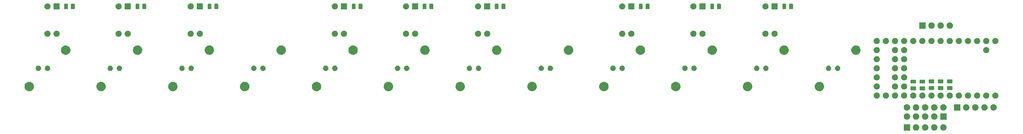
<source format=gbr>
G04 #@! TF.GenerationSoftware,KiCad,Pcbnew,(5.1.5)-3*
G04 #@! TF.CreationDate,2020-06-27T01:24:02-04:00*
G04 #@! TF.ProjectId,ssr cavity multiplexer,73737220-6361-4766-9974-79206d756c74,rev?*
G04 #@! TF.SameCoordinates,Original*
G04 #@! TF.FileFunction,Soldermask,Top*
G04 #@! TF.FilePolarity,Negative*
%FSLAX46Y46*%
G04 Gerber Fmt 4.6, Leading zero omitted, Abs format (unit mm)*
G04 Created by KiCad (PCBNEW (5.1.5)-3) date 2020-06-27 01:24:02*
%MOMM*%
%LPD*%
G04 APERTURE LIST*
%ADD10C,0.100000*%
G04 APERTURE END LIST*
D10*
G36*
X274179512Y-150995927D02*
G01*
X274328812Y-151025624D01*
X274492784Y-151093544D01*
X274640354Y-151192147D01*
X274765853Y-151317646D01*
X274864456Y-151465216D01*
X274932376Y-151629188D01*
X274967000Y-151803259D01*
X274967000Y-151980741D01*
X274932376Y-152154812D01*
X274864456Y-152318784D01*
X274765853Y-152466354D01*
X274640354Y-152591853D01*
X274492784Y-152690456D01*
X274328812Y-152758376D01*
X274179512Y-152788073D01*
X274154742Y-152793000D01*
X273977258Y-152793000D01*
X273952488Y-152788073D01*
X273803188Y-152758376D01*
X273639216Y-152690456D01*
X273491646Y-152591853D01*
X273366147Y-152466354D01*
X273267544Y-152318784D01*
X273199624Y-152154812D01*
X273165000Y-151980741D01*
X273165000Y-151803259D01*
X273199624Y-151629188D01*
X273267544Y-151465216D01*
X273366147Y-151317646D01*
X273491646Y-151192147D01*
X273639216Y-151093544D01*
X273803188Y-151025624D01*
X273952488Y-150995927D01*
X273977258Y-150991000D01*
X274154742Y-150991000D01*
X274179512Y-150995927D01*
G37*
G36*
X266559512Y-150995927D02*
G01*
X266708812Y-151025624D01*
X266872784Y-151093544D01*
X267020354Y-151192147D01*
X267145853Y-151317646D01*
X267244456Y-151465216D01*
X267312376Y-151629188D01*
X267347000Y-151803259D01*
X267347000Y-151980741D01*
X267312376Y-152154812D01*
X267244456Y-152318784D01*
X267145853Y-152466354D01*
X267020354Y-152591853D01*
X266872784Y-152690456D01*
X266708812Y-152758376D01*
X266559512Y-152788073D01*
X266534742Y-152793000D01*
X266357258Y-152793000D01*
X266332488Y-152788073D01*
X266183188Y-152758376D01*
X266019216Y-152690456D01*
X265871646Y-152591853D01*
X265746147Y-152466354D01*
X265647544Y-152318784D01*
X265579624Y-152154812D01*
X265545000Y-151980741D01*
X265545000Y-151803259D01*
X265579624Y-151629188D01*
X265647544Y-151465216D01*
X265746147Y-151317646D01*
X265871646Y-151192147D01*
X266019216Y-151093544D01*
X266183188Y-151025624D01*
X266332488Y-150995927D01*
X266357258Y-150991000D01*
X266534742Y-150991000D01*
X266559512Y-150995927D01*
G37*
G36*
X264807000Y-152793000D02*
G01*
X263005000Y-152793000D01*
X263005000Y-150991000D01*
X264807000Y-150991000D01*
X264807000Y-152793000D01*
G37*
G36*
X271639512Y-150995927D02*
G01*
X271788812Y-151025624D01*
X271952784Y-151093544D01*
X272100354Y-151192147D01*
X272225853Y-151317646D01*
X272324456Y-151465216D01*
X272392376Y-151629188D01*
X272427000Y-151803259D01*
X272427000Y-151980741D01*
X272392376Y-152154812D01*
X272324456Y-152318784D01*
X272225853Y-152466354D01*
X272100354Y-152591853D01*
X271952784Y-152690456D01*
X271788812Y-152758376D01*
X271639512Y-152788073D01*
X271614742Y-152793000D01*
X271437258Y-152793000D01*
X271412488Y-152788073D01*
X271263188Y-152758376D01*
X271099216Y-152690456D01*
X270951646Y-152591853D01*
X270826147Y-152466354D01*
X270727544Y-152318784D01*
X270659624Y-152154812D01*
X270625000Y-151980741D01*
X270625000Y-151803259D01*
X270659624Y-151629188D01*
X270727544Y-151465216D01*
X270826147Y-151317646D01*
X270951646Y-151192147D01*
X271099216Y-151093544D01*
X271263188Y-151025624D01*
X271412488Y-150995927D01*
X271437258Y-150991000D01*
X271614742Y-150991000D01*
X271639512Y-150995927D01*
G37*
G36*
X269099512Y-150995927D02*
G01*
X269248812Y-151025624D01*
X269412784Y-151093544D01*
X269560354Y-151192147D01*
X269685853Y-151317646D01*
X269784456Y-151465216D01*
X269852376Y-151629188D01*
X269887000Y-151803259D01*
X269887000Y-151980741D01*
X269852376Y-152154812D01*
X269784456Y-152318784D01*
X269685853Y-152466354D01*
X269560354Y-152591853D01*
X269412784Y-152690456D01*
X269248812Y-152758376D01*
X269099512Y-152788073D01*
X269074742Y-152793000D01*
X268897258Y-152793000D01*
X268872488Y-152788073D01*
X268723188Y-152758376D01*
X268559216Y-152690456D01*
X268411646Y-152591853D01*
X268286147Y-152466354D01*
X268187544Y-152318784D01*
X268119624Y-152154812D01*
X268085000Y-151980741D01*
X268085000Y-151803259D01*
X268119624Y-151629188D01*
X268187544Y-151465216D01*
X268286147Y-151317646D01*
X268411646Y-151192147D01*
X268559216Y-151093544D01*
X268723188Y-151025624D01*
X268872488Y-150995927D01*
X268897258Y-150991000D01*
X269074742Y-150991000D01*
X269099512Y-150995927D01*
G37*
G36*
X264019512Y-147947927D02*
G01*
X264168812Y-147977624D01*
X264332784Y-148045544D01*
X264480354Y-148144147D01*
X264605853Y-148269646D01*
X264704456Y-148417216D01*
X264772376Y-148581188D01*
X264807000Y-148755259D01*
X264807000Y-148932741D01*
X264772376Y-149106812D01*
X264704456Y-149270784D01*
X264605853Y-149418354D01*
X264480354Y-149543853D01*
X264332784Y-149642456D01*
X264168812Y-149710376D01*
X264019512Y-149740073D01*
X263994742Y-149745000D01*
X263817258Y-149745000D01*
X263792488Y-149740073D01*
X263643188Y-149710376D01*
X263479216Y-149642456D01*
X263331646Y-149543853D01*
X263206147Y-149418354D01*
X263107544Y-149270784D01*
X263039624Y-149106812D01*
X263005000Y-148932741D01*
X263005000Y-148755259D01*
X263039624Y-148581188D01*
X263107544Y-148417216D01*
X263206147Y-148269646D01*
X263331646Y-148144147D01*
X263479216Y-148045544D01*
X263643188Y-147977624D01*
X263792488Y-147947927D01*
X263817258Y-147943000D01*
X263994742Y-147943000D01*
X264019512Y-147947927D01*
G37*
G36*
X269099512Y-147947927D02*
G01*
X269248812Y-147977624D01*
X269412784Y-148045544D01*
X269560354Y-148144147D01*
X269685853Y-148269646D01*
X269784456Y-148417216D01*
X269852376Y-148581188D01*
X269887000Y-148755259D01*
X269887000Y-148932741D01*
X269852376Y-149106812D01*
X269784456Y-149270784D01*
X269685853Y-149418354D01*
X269560354Y-149543853D01*
X269412784Y-149642456D01*
X269248812Y-149710376D01*
X269099512Y-149740073D01*
X269074742Y-149745000D01*
X268897258Y-149745000D01*
X268872488Y-149740073D01*
X268723188Y-149710376D01*
X268559216Y-149642456D01*
X268411646Y-149543853D01*
X268286147Y-149418354D01*
X268187544Y-149270784D01*
X268119624Y-149106812D01*
X268085000Y-148932741D01*
X268085000Y-148755259D01*
X268119624Y-148581188D01*
X268187544Y-148417216D01*
X268286147Y-148269646D01*
X268411646Y-148144147D01*
X268559216Y-148045544D01*
X268723188Y-147977624D01*
X268872488Y-147947927D01*
X268897258Y-147943000D01*
X269074742Y-147943000D01*
X269099512Y-147947927D01*
G37*
G36*
X271639512Y-147947927D02*
G01*
X271788812Y-147977624D01*
X271952784Y-148045544D01*
X272100354Y-148144147D01*
X272225853Y-148269646D01*
X272324456Y-148417216D01*
X272392376Y-148581188D01*
X272427000Y-148755259D01*
X272427000Y-148932741D01*
X272392376Y-149106812D01*
X272324456Y-149270784D01*
X272225853Y-149418354D01*
X272100354Y-149543853D01*
X271952784Y-149642456D01*
X271788812Y-149710376D01*
X271639512Y-149740073D01*
X271614742Y-149745000D01*
X271437258Y-149745000D01*
X271412488Y-149740073D01*
X271263188Y-149710376D01*
X271099216Y-149642456D01*
X270951646Y-149543853D01*
X270826147Y-149418354D01*
X270727544Y-149270784D01*
X270659624Y-149106812D01*
X270625000Y-148932741D01*
X270625000Y-148755259D01*
X270659624Y-148581188D01*
X270727544Y-148417216D01*
X270826147Y-148269646D01*
X270951646Y-148144147D01*
X271099216Y-148045544D01*
X271263188Y-147977624D01*
X271412488Y-147947927D01*
X271437258Y-147943000D01*
X271614742Y-147943000D01*
X271639512Y-147947927D01*
G37*
G36*
X274967000Y-149745000D02*
G01*
X273165000Y-149745000D01*
X273165000Y-147943000D01*
X274967000Y-147943000D01*
X274967000Y-149745000D01*
G37*
G36*
X266559512Y-147947927D02*
G01*
X266708812Y-147977624D01*
X266872784Y-148045544D01*
X267020354Y-148144147D01*
X267145853Y-148269646D01*
X267244456Y-148417216D01*
X267312376Y-148581188D01*
X267347000Y-148755259D01*
X267347000Y-148932741D01*
X267312376Y-149106812D01*
X267244456Y-149270784D01*
X267145853Y-149418354D01*
X267020354Y-149543853D01*
X266872784Y-149642456D01*
X266708812Y-149710376D01*
X266559512Y-149740073D01*
X266534742Y-149745000D01*
X266357258Y-149745000D01*
X266332488Y-149740073D01*
X266183188Y-149710376D01*
X266019216Y-149642456D01*
X265871646Y-149543853D01*
X265746147Y-149418354D01*
X265647544Y-149270784D01*
X265579624Y-149106812D01*
X265545000Y-148932741D01*
X265545000Y-148755259D01*
X265579624Y-148581188D01*
X265647544Y-148417216D01*
X265746147Y-148269646D01*
X265871646Y-148144147D01*
X266019216Y-148045544D01*
X266183188Y-147977624D01*
X266332488Y-147947927D01*
X266357258Y-147943000D01*
X266534742Y-147943000D01*
X266559512Y-147947927D01*
G37*
G36*
X288149512Y-145407927D02*
G01*
X288298812Y-145437624D01*
X288462784Y-145505544D01*
X288610354Y-145604147D01*
X288735853Y-145729646D01*
X288834456Y-145877216D01*
X288902376Y-146041188D01*
X288937000Y-146215259D01*
X288937000Y-146392741D01*
X288902376Y-146566812D01*
X288834456Y-146730784D01*
X288735853Y-146878354D01*
X288610354Y-147003853D01*
X288462784Y-147102456D01*
X288298812Y-147170376D01*
X288149512Y-147200073D01*
X288124742Y-147205000D01*
X287947258Y-147205000D01*
X287922488Y-147200073D01*
X287773188Y-147170376D01*
X287609216Y-147102456D01*
X287461646Y-147003853D01*
X287336147Y-146878354D01*
X287237544Y-146730784D01*
X287169624Y-146566812D01*
X287135000Y-146392741D01*
X287135000Y-146215259D01*
X287169624Y-146041188D01*
X287237544Y-145877216D01*
X287336147Y-145729646D01*
X287461646Y-145604147D01*
X287609216Y-145505544D01*
X287773188Y-145437624D01*
X287922488Y-145407927D01*
X287947258Y-145403000D01*
X288124742Y-145403000D01*
X288149512Y-145407927D01*
G37*
G36*
X280529512Y-145407927D02*
G01*
X280678812Y-145437624D01*
X280842784Y-145505544D01*
X280990354Y-145604147D01*
X281115853Y-145729646D01*
X281214456Y-145877216D01*
X281282376Y-146041188D01*
X281317000Y-146215259D01*
X281317000Y-146392741D01*
X281282376Y-146566812D01*
X281214456Y-146730784D01*
X281115853Y-146878354D01*
X280990354Y-147003853D01*
X280842784Y-147102456D01*
X280678812Y-147170376D01*
X280529512Y-147200073D01*
X280504742Y-147205000D01*
X280327258Y-147205000D01*
X280302488Y-147200073D01*
X280153188Y-147170376D01*
X279989216Y-147102456D01*
X279841646Y-147003853D01*
X279716147Y-146878354D01*
X279617544Y-146730784D01*
X279549624Y-146566812D01*
X279515000Y-146392741D01*
X279515000Y-146215259D01*
X279549624Y-146041188D01*
X279617544Y-145877216D01*
X279716147Y-145729646D01*
X279841646Y-145604147D01*
X279989216Y-145505544D01*
X280153188Y-145437624D01*
X280302488Y-145407927D01*
X280327258Y-145403000D01*
X280504742Y-145403000D01*
X280529512Y-145407927D01*
G37*
G36*
X278777000Y-147205000D02*
G01*
X276975000Y-147205000D01*
X276975000Y-145403000D01*
X278777000Y-145403000D01*
X278777000Y-147205000D01*
G37*
G36*
X285609512Y-145407927D02*
G01*
X285758812Y-145437624D01*
X285922784Y-145505544D01*
X286070354Y-145604147D01*
X286195853Y-145729646D01*
X286294456Y-145877216D01*
X286362376Y-146041188D01*
X286397000Y-146215259D01*
X286397000Y-146392741D01*
X286362376Y-146566812D01*
X286294456Y-146730784D01*
X286195853Y-146878354D01*
X286070354Y-147003853D01*
X285922784Y-147102456D01*
X285758812Y-147170376D01*
X285609512Y-147200073D01*
X285584742Y-147205000D01*
X285407258Y-147205000D01*
X285382488Y-147200073D01*
X285233188Y-147170376D01*
X285069216Y-147102456D01*
X284921646Y-147003853D01*
X284796147Y-146878354D01*
X284697544Y-146730784D01*
X284629624Y-146566812D01*
X284595000Y-146392741D01*
X284595000Y-146215259D01*
X284629624Y-146041188D01*
X284697544Y-145877216D01*
X284796147Y-145729646D01*
X284921646Y-145604147D01*
X285069216Y-145505544D01*
X285233188Y-145437624D01*
X285382488Y-145407927D01*
X285407258Y-145403000D01*
X285584742Y-145403000D01*
X285609512Y-145407927D01*
G37*
G36*
X283069512Y-145407927D02*
G01*
X283218812Y-145437624D01*
X283382784Y-145505544D01*
X283530354Y-145604147D01*
X283655853Y-145729646D01*
X283754456Y-145877216D01*
X283822376Y-146041188D01*
X283857000Y-146215259D01*
X283857000Y-146392741D01*
X283822376Y-146566812D01*
X283754456Y-146730784D01*
X283655853Y-146878354D01*
X283530354Y-147003853D01*
X283382784Y-147102456D01*
X283218812Y-147170376D01*
X283069512Y-147200073D01*
X283044742Y-147205000D01*
X282867258Y-147205000D01*
X282842488Y-147200073D01*
X282693188Y-147170376D01*
X282529216Y-147102456D01*
X282381646Y-147003853D01*
X282256147Y-146878354D01*
X282157544Y-146730784D01*
X282089624Y-146566812D01*
X282055000Y-146392741D01*
X282055000Y-146215259D01*
X282089624Y-146041188D01*
X282157544Y-145877216D01*
X282256147Y-145729646D01*
X282381646Y-145604147D01*
X282529216Y-145505544D01*
X282693188Y-145437624D01*
X282842488Y-145407927D01*
X282867258Y-145403000D01*
X283044742Y-145403000D01*
X283069512Y-145407927D01*
G37*
G36*
X271639512Y-145407927D02*
G01*
X271788812Y-145437624D01*
X271952784Y-145505544D01*
X272100354Y-145604147D01*
X272225853Y-145729646D01*
X272324456Y-145877216D01*
X272392376Y-146041188D01*
X272427000Y-146215259D01*
X272427000Y-146392741D01*
X272392376Y-146566812D01*
X272324456Y-146730784D01*
X272225853Y-146878354D01*
X272100354Y-147003853D01*
X271952784Y-147102456D01*
X271788812Y-147170376D01*
X271639512Y-147200073D01*
X271614742Y-147205000D01*
X271437258Y-147205000D01*
X271412488Y-147200073D01*
X271263188Y-147170376D01*
X271099216Y-147102456D01*
X270951646Y-147003853D01*
X270826147Y-146878354D01*
X270727544Y-146730784D01*
X270659624Y-146566812D01*
X270625000Y-146392741D01*
X270625000Y-146215259D01*
X270659624Y-146041188D01*
X270727544Y-145877216D01*
X270826147Y-145729646D01*
X270951646Y-145604147D01*
X271099216Y-145505544D01*
X271263188Y-145437624D01*
X271412488Y-145407927D01*
X271437258Y-145403000D01*
X271614742Y-145403000D01*
X271639512Y-145407927D01*
G37*
G36*
X269099512Y-145407927D02*
G01*
X269248812Y-145437624D01*
X269412784Y-145505544D01*
X269560354Y-145604147D01*
X269685853Y-145729646D01*
X269784456Y-145877216D01*
X269852376Y-146041188D01*
X269887000Y-146215259D01*
X269887000Y-146392741D01*
X269852376Y-146566812D01*
X269784456Y-146730784D01*
X269685853Y-146878354D01*
X269560354Y-147003853D01*
X269412784Y-147102456D01*
X269248812Y-147170376D01*
X269099512Y-147200073D01*
X269074742Y-147205000D01*
X268897258Y-147205000D01*
X268872488Y-147200073D01*
X268723188Y-147170376D01*
X268559216Y-147102456D01*
X268411646Y-147003853D01*
X268286147Y-146878354D01*
X268187544Y-146730784D01*
X268119624Y-146566812D01*
X268085000Y-146392741D01*
X268085000Y-146215259D01*
X268119624Y-146041188D01*
X268187544Y-145877216D01*
X268286147Y-145729646D01*
X268411646Y-145604147D01*
X268559216Y-145505544D01*
X268723188Y-145437624D01*
X268872488Y-145407927D01*
X268897258Y-145403000D01*
X269074742Y-145403000D01*
X269099512Y-145407927D01*
G37*
G36*
X266559512Y-145407927D02*
G01*
X266708812Y-145437624D01*
X266872784Y-145505544D01*
X267020354Y-145604147D01*
X267145853Y-145729646D01*
X267244456Y-145877216D01*
X267312376Y-146041188D01*
X267347000Y-146215259D01*
X267347000Y-146392741D01*
X267312376Y-146566812D01*
X267244456Y-146730784D01*
X267145853Y-146878354D01*
X267020354Y-147003853D01*
X266872784Y-147102456D01*
X266708812Y-147170376D01*
X266559512Y-147200073D01*
X266534742Y-147205000D01*
X266357258Y-147205000D01*
X266332488Y-147200073D01*
X266183188Y-147170376D01*
X266019216Y-147102456D01*
X265871646Y-147003853D01*
X265746147Y-146878354D01*
X265647544Y-146730784D01*
X265579624Y-146566812D01*
X265545000Y-146392741D01*
X265545000Y-146215259D01*
X265579624Y-146041188D01*
X265647544Y-145877216D01*
X265746147Y-145729646D01*
X265871646Y-145604147D01*
X266019216Y-145505544D01*
X266183188Y-145437624D01*
X266332488Y-145407927D01*
X266357258Y-145403000D01*
X266534742Y-145403000D01*
X266559512Y-145407927D01*
G37*
G36*
X264019512Y-145407927D02*
G01*
X264168812Y-145437624D01*
X264332784Y-145505544D01*
X264480354Y-145604147D01*
X264605853Y-145729646D01*
X264704456Y-145877216D01*
X264772376Y-146041188D01*
X264807000Y-146215259D01*
X264807000Y-146392741D01*
X264772376Y-146566812D01*
X264704456Y-146730784D01*
X264605853Y-146878354D01*
X264480354Y-147003853D01*
X264332784Y-147102456D01*
X264168812Y-147170376D01*
X264019512Y-147200073D01*
X263994742Y-147205000D01*
X263817258Y-147205000D01*
X263792488Y-147200073D01*
X263643188Y-147170376D01*
X263479216Y-147102456D01*
X263331646Y-147003853D01*
X263206147Y-146878354D01*
X263107544Y-146730784D01*
X263039624Y-146566812D01*
X263005000Y-146392741D01*
X263005000Y-146215259D01*
X263039624Y-146041188D01*
X263107544Y-145877216D01*
X263206147Y-145729646D01*
X263331646Y-145604147D01*
X263479216Y-145505544D01*
X263643188Y-145437624D01*
X263792488Y-145407927D01*
X263817258Y-145403000D01*
X263994742Y-145403000D01*
X264019512Y-145407927D01*
G37*
G36*
X274179512Y-145407927D02*
G01*
X274328812Y-145437624D01*
X274492784Y-145505544D01*
X274640354Y-145604147D01*
X274765853Y-145729646D01*
X274864456Y-145877216D01*
X274932376Y-146041188D01*
X274967000Y-146215259D01*
X274967000Y-146392741D01*
X274932376Y-146566812D01*
X274864456Y-146730784D01*
X274765853Y-146878354D01*
X274640354Y-147003853D01*
X274492784Y-147102456D01*
X274328812Y-147170376D01*
X274179512Y-147200073D01*
X274154742Y-147205000D01*
X273977258Y-147205000D01*
X273952488Y-147200073D01*
X273803188Y-147170376D01*
X273639216Y-147102456D01*
X273491646Y-147003853D01*
X273366147Y-146878354D01*
X273267544Y-146730784D01*
X273199624Y-146566812D01*
X273165000Y-146392741D01*
X273165000Y-146215259D01*
X273199624Y-146041188D01*
X273267544Y-145877216D01*
X273366147Y-145729646D01*
X273491646Y-145604147D01*
X273639216Y-145505544D01*
X273803188Y-145437624D01*
X273952488Y-145407927D01*
X273977258Y-145403000D01*
X274154742Y-145403000D01*
X274179512Y-145407927D01*
G37*
G36*
X283712228Y-142183703D02*
G01*
X283867100Y-142247853D01*
X284006481Y-142340985D01*
X284125015Y-142459519D01*
X284218147Y-142598900D01*
X284282297Y-142753772D01*
X284315000Y-142918184D01*
X284315000Y-143085816D01*
X284282297Y-143250228D01*
X284218147Y-143405100D01*
X284125015Y-143544481D01*
X284006481Y-143663015D01*
X283867100Y-143756147D01*
X283712228Y-143820297D01*
X283547816Y-143853000D01*
X283380184Y-143853000D01*
X283215772Y-143820297D01*
X283060900Y-143756147D01*
X282921519Y-143663015D01*
X282802985Y-143544481D01*
X282709853Y-143405100D01*
X282645703Y-143250228D01*
X282613000Y-143085816D01*
X282613000Y-142918184D01*
X282645703Y-142753772D01*
X282709853Y-142598900D01*
X282802985Y-142459519D01*
X282921519Y-142340985D01*
X283060900Y-142247853D01*
X283215772Y-142183703D01*
X283380184Y-142151000D01*
X283547816Y-142151000D01*
X283712228Y-142183703D01*
G37*
G36*
X288792228Y-142183703D02*
G01*
X288947100Y-142247853D01*
X289086481Y-142340985D01*
X289205015Y-142459519D01*
X289298147Y-142598900D01*
X289362297Y-142753772D01*
X289395000Y-142918184D01*
X289395000Y-143085816D01*
X289362297Y-143250228D01*
X289298147Y-143405100D01*
X289205015Y-143544481D01*
X289086481Y-143663015D01*
X288947100Y-143756147D01*
X288792228Y-143820297D01*
X288627816Y-143853000D01*
X288460184Y-143853000D01*
X288295772Y-143820297D01*
X288140900Y-143756147D01*
X288001519Y-143663015D01*
X287882985Y-143544481D01*
X287789853Y-143405100D01*
X287725703Y-143250228D01*
X287693000Y-143085816D01*
X287693000Y-142918184D01*
X287725703Y-142753772D01*
X287789853Y-142598900D01*
X287882985Y-142459519D01*
X288001519Y-142340985D01*
X288140900Y-142247853D01*
X288295772Y-142183703D01*
X288460184Y-142151000D01*
X288627816Y-142151000D01*
X288792228Y-142183703D01*
G37*
G36*
X276092228Y-142183703D02*
G01*
X276247100Y-142247853D01*
X276386481Y-142340985D01*
X276505015Y-142459519D01*
X276598147Y-142598900D01*
X276662297Y-142753772D01*
X276695000Y-142918184D01*
X276695000Y-143085816D01*
X276662297Y-143250228D01*
X276598147Y-143405100D01*
X276505015Y-143544481D01*
X276386481Y-143663015D01*
X276247100Y-143756147D01*
X276092228Y-143820297D01*
X275927816Y-143853000D01*
X275760184Y-143853000D01*
X275595772Y-143820297D01*
X275440900Y-143756147D01*
X275301519Y-143663015D01*
X275182985Y-143544481D01*
X275089853Y-143405100D01*
X275025703Y-143250228D01*
X274993000Y-143085816D01*
X274993000Y-142918184D01*
X275025703Y-142753772D01*
X275089853Y-142598900D01*
X275182985Y-142459519D01*
X275301519Y-142340985D01*
X275440900Y-142247853D01*
X275595772Y-142183703D01*
X275760184Y-142151000D01*
X275927816Y-142151000D01*
X276092228Y-142183703D01*
G37*
G36*
X278632228Y-142183703D02*
G01*
X278787100Y-142247853D01*
X278926481Y-142340985D01*
X279045015Y-142459519D01*
X279138147Y-142598900D01*
X279202297Y-142753772D01*
X279235000Y-142918184D01*
X279235000Y-143085816D01*
X279202297Y-143250228D01*
X279138147Y-143405100D01*
X279045015Y-143544481D01*
X278926481Y-143663015D01*
X278787100Y-143756147D01*
X278632228Y-143820297D01*
X278467816Y-143853000D01*
X278300184Y-143853000D01*
X278135772Y-143820297D01*
X277980900Y-143756147D01*
X277841519Y-143663015D01*
X277722985Y-143544481D01*
X277629853Y-143405100D01*
X277565703Y-143250228D01*
X277533000Y-143085816D01*
X277533000Y-142918184D01*
X277565703Y-142753772D01*
X277629853Y-142598900D01*
X277722985Y-142459519D01*
X277841519Y-142340985D01*
X277980900Y-142247853D01*
X278135772Y-142183703D01*
X278300184Y-142151000D01*
X278467816Y-142151000D01*
X278632228Y-142183703D01*
G37*
G36*
X286252228Y-142183703D02*
G01*
X286407100Y-142247853D01*
X286546481Y-142340985D01*
X286665015Y-142459519D01*
X286758147Y-142598900D01*
X286822297Y-142753772D01*
X286855000Y-142918184D01*
X286855000Y-143085816D01*
X286822297Y-143250228D01*
X286758147Y-143405100D01*
X286665015Y-143544481D01*
X286546481Y-143663015D01*
X286407100Y-143756147D01*
X286252228Y-143820297D01*
X286087816Y-143853000D01*
X285920184Y-143853000D01*
X285755772Y-143820297D01*
X285600900Y-143756147D01*
X285461519Y-143663015D01*
X285342985Y-143544481D01*
X285249853Y-143405100D01*
X285185703Y-143250228D01*
X285153000Y-143085816D01*
X285153000Y-142918184D01*
X285185703Y-142753772D01*
X285249853Y-142598900D01*
X285342985Y-142459519D01*
X285461519Y-142340985D01*
X285600900Y-142247853D01*
X285755772Y-142183703D01*
X285920184Y-142151000D01*
X286087816Y-142151000D01*
X286252228Y-142183703D01*
G37*
G36*
X255772228Y-142183703D02*
G01*
X255927100Y-142247853D01*
X256066481Y-142340985D01*
X256185015Y-142459519D01*
X256278147Y-142598900D01*
X256342297Y-142753772D01*
X256375000Y-142918184D01*
X256375000Y-143085816D01*
X256342297Y-143250228D01*
X256278147Y-143405100D01*
X256185015Y-143544481D01*
X256066481Y-143663015D01*
X255927100Y-143756147D01*
X255772228Y-143820297D01*
X255607816Y-143853000D01*
X255440184Y-143853000D01*
X255275772Y-143820297D01*
X255120900Y-143756147D01*
X254981519Y-143663015D01*
X254862985Y-143544481D01*
X254769853Y-143405100D01*
X254705703Y-143250228D01*
X254673000Y-143085816D01*
X254673000Y-142918184D01*
X254705703Y-142753772D01*
X254769853Y-142598900D01*
X254862985Y-142459519D01*
X254981519Y-142340985D01*
X255120900Y-142247853D01*
X255275772Y-142183703D01*
X255440184Y-142151000D01*
X255607816Y-142151000D01*
X255772228Y-142183703D01*
G37*
G36*
X271012228Y-142183703D02*
G01*
X271167100Y-142247853D01*
X271306481Y-142340985D01*
X271425015Y-142459519D01*
X271518147Y-142598900D01*
X271582297Y-142753772D01*
X271615000Y-142918184D01*
X271615000Y-143085816D01*
X271582297Y-143250228D01*
X271518147Y-143405100D01*
X271425015Y-143544481D01*
X271306481Y-143663015D01*
X271167100Y-143756147D01*
X271012228Y-143820297D01*
X270847816Y-143853000D01*
X270680184Y-143853000D01*
X270515772Y-143820297D01*
X270360900Y-143756147D01*
X270221519Y-143663015D01*
X270102985Y-143544481D01*
X270009853Y-143405100D01*
X269945703Y-143250228D01*
X269913000Y-143085816D01*
X269913000Y-142918184D01*
X269945703Y-142753772D01*
X270009853Y-142598900D01*
X270102985Y-142459519D01*
X270221519Y-142340985D01*
X270360900Y-142247853D01*
X270515772Y-142183703D01*
X270680184Y-142151000D01*
X270847816Y-142151000D01*
X271012228Y-142183703D01*
G37*
G36*
X268472228Y-142183703D02*
G01*
X268627100Y-142247853D01*
X268766481Y-142340985D01*
X268885015Y-142459519D01*
X268978147Y-142598900D01*
X269042297Y-142753772D01*
X269075000Y-142918184D01*
X269075000Y-143085816D01*
X269042297Y-143250228D01*
X268978147Y-143405100D01*
X268885015Y-143544481D01*
X268766481Y-143663015D01*
X268627100Y-143756147D01*
X268472228Y-143820297D01*
X268307816Y-143853000D01*
X268140184Y-143853000D01*
X267975772Y-143820297D01*
X267820900Y-143756147D01*
X267681519Y-143663015D01*
X267562985Y-143544481D01*
X267469853Y-143405100D01*
X267405703Y-143250228D01*
X267373000Y-143085816D01*
X267373000Y-142918184D01*
X267405703Y-142753772D01*
X267469853Y-142598900D01*
X267562985Y-142459519D01*
X267681519Y-142340985D01*
X267820900Y-142247853D01*
X267975772Y-142183703D01*
X268140184Y-142151000D01*
X268307816Y-142151000D01*
X268472228Y-142183703D01*
G37*
G36*
X263392228Y-142183703D02*
G01*
X263547100Y-142247853D01*
X263686481Y-142340985D01*
X263805015Y-142459519D01*
X263898147Y-142598900D01*
X263962297Y-142753772D01*
X263995000Y-142918184D01*
X263995000Y-143085816D01*
X263962297Y-143250228D01*
X263898147Y-143405100D01*
X263805015Y-143544481D01*
X263686481Y-143663015D01*
X263547100Y-143756147D01*
X263392228Y-143820297D01*
X263227816Y-143853000D01*
X263060184Y-143853000D01*
X262895772Y-143820297D01*
X262740900Y-143756147D01*
X262601519Y-143663015D01*
X262482985Y-143544481D01*
X262389853Y-143405100D01*
X262325703Y-143250228D01*
X262293000Y-143085816D01*
X262293000Y-142918184D01*
X262325703Y-142753772D01*
X262389853Y-142598900D01*
X262482985Y-142459519D01*
X262601519Y-142340985D01*
X262740900Y-142247853D01*
X262895772Y-142183703D01*
X263060184Y-142151000D01*
X263227816Y-142151000D01*
X263392228Y-142183703D01*
G37*
G36*
X260852228Y-142183703D02*
G01*
X261007100Y-142247853D01*
X261146481Y-142340985D01*
X261265015Y-142459519D01*
X261358147Y-142598900D01*
X261422297Y-142753772D01*
X261455000Y-142918184D01*
X261455000Y-143085816D01*
X261422297Y-143250228D01*
X261358147Y-143405100D01*
X261265015Y-143544481D01*
X261146481Y-143663015D01*
X261007100Y-143756147D01*
X260852228Y-143820297D01*
X260687816Y-143853000D01*
X260520184Y-143853000D01*
X260355772Y-143820297D01*
X260200900Y-143756147D01*
X260061519Y-143663015D01*
X259942985Y-143544481D01*
X259849853Y-143405100D01*
X259785703Y-143250228D01*
X259753000Y-143085816D01*
X259753000Y-142918184D01*
X259785703Y-142753772D01*
X259849853Y-142598900D01*
X259942985Y-142459519D01*
X260061519Y-142340985D01*
X260200900Y-142247853D01*
X260355772Y-142183703D01*
X260520184Y-142151000D01*
X260687816Y-142151000D01*
X260852228Y-142183703D01*
G37*
G36*
X258312228Y-142183703D02*
G01*
X258467100Y-142247853D01*
X258606481Y-142340985D01*
X258725015Y-142459519D01*
X258818147Y-142598900D01*
X258882297Y-142753772D01*
X258915000Y-142918184D01*
X258915000Y-143085816D01*
X258882297Y-143250228D01*
X258818147Y-143405100D01*
X258725015Y-143544481D01*
X258606481Y-143663015D01*
X258467100Y-143756147D01*
X258312228Y-143820297D01*
X258147816Y-143853000D01*
X257980184Y-143853000D01*
X257815772Y-143820297D01*
X257660900Y-143756147D01*
X257521519Y-143663015D01*
X257402985Y-143544481D01*
X257309853Y-143405100D01*
X257245703Y-143250228D01*
X257213000Y-143085816D01*
X257213000Y-142918184D01*
X257245703Y-142753772D01*
X257309853Y-142598900D01*
X257402985Y-142459519D01*
X257521519Y-142340985D01*
X257660900Y-142247853D01*
X257815772Y-142183703D01*
X257980184Y-142151000D01*
X258147816Y-142151000D01*
X258312228Y-142183703D01*
G37*
G36*
X281172228Y-142183703D02*
G01*
X281327100Y-142247853D01*
X281466481Y-142340985D01*
X281585015Y-142459519D01*
X281678147Y-142598900D01*
X281742297Y-142753772D01*
X281775000Y-142918184D01*
X281775000Y-143085816D01*
X281742297Y-143250228D01*
X281678147Y-143405100D01*
X281585015Y-143544481D01*
X281466481Y-143663015D01*
X281327100Y-143756147D01*
X281172228Y-143820297D01*
X281007816Y-143853000D01*
X280840184Y-143853000D01*
X280675772Y-143820297D01*
X280520900Y-143756147D01*
X280381519Y-143663015D01*
X280262985Y-143544481D01*
X280169853Y-143405100D01*
X280105703Y-143250228D01*
X280073000Y-143085816D01*
X280073000Y-142918184D01*
X280105703Y-142753772D01*
X280169853Y-142598900D01*
X280262985Y-142459519D01*
X280381519Y-142340985D01*
X280520900Y-142247853D01*
X280675772Y-142183703D01*
X280840184Y-142151000D01*
X281007816Y-142151000D01*
X281172228Y-142183703D01*
G37*
G36*
X265932228Y-142183703D02*
G01*
X266087100Y-142247853D01*
X266226481Y-142340985D01*
X266345015Y-142459519D01*
X266438147Y-142598900D01*
X266502297Y-142753772D01*
X266535000Y-142918184D01*
X266535000Y-143085816D01*
X266502297Y-143250228D01*
X266438147Y-143405100D01*
X266345015Y-143544481D01*
X266226481Y-143663015D01*
X266087100Y-143756147D01*
X265932228Y-143820297D01*
X265767816Y-143853000D01*
X265600184Y-143853000D01*
X265435772Y-143820297D01*
X265280900Y-143756147D01*
X265141519Y-143663015D01*
X265022985Y-143544481D01*
X264929853Y-143405100D01*
X264865703Y-143250228D01*
X264833000Y-143085816D01*
X264833000Y-142918184D01*
X264865703Y-142753772D01*
X264929853Y-142598900D01*
X265022985Y-142459519D01*
X265141519Y-142340985D01*
X265280900Y-142247853D01*
X265435772Y-142183703D01*
X265600184Y-142151000D01*
X265767816Y-142151000D01*
X265932228Y-142183703D01*
G37*
G36*
X273552228Y-142183703D02*
G01*
X273707100Y-142247853D01*
X273846481Y-142340985D01*
X273965015Y-142459519D01*
X274058147Y-142598900D01*
X274122297Y-142753772D01*
X274155000Y-142918184D01*
X274155000Y-143085816D01*
X274122297Y-143250228D01*
X274058147Y-143405100D01*
X273965015Y-143544481D01*
X273846481Y-143663015D01*
X273707100Y-143756147D01*
X273552228Y-143820297D01*
X273387816Y-143853000D01*
X273220184Y-143853000D01*
X273055772Y-143820297D01*
X272900900Y-143756147D01*
X272761519Y-143663015D01*
X272642985Y-143544481D01*
X272549853Y-143405100D01*
X272485703Y-143250228D01*
X272453000Y-143085816D01*
X272453000Y-142918184D01*
X272485703Y-142753772D01*
X272549853Y-142598900D01*
X272642985Y-142459519D01*
X272761519Y-142340985D01*
X272900900Y-142247853D01*
X273055772Y-142183703D01*
X273220184Y-142151000D01*
X273387816Y-142151000D01*
X273552228Y-142183703D01*
G37*
G36*
X119939616Y-139203977D02*
G01*
X120177711Y-139302599D01*
X120391992Y-139445777D01*
X120574223Y-139628008D01*
X120717401Y-139842289D01*
X120816023Y-140080384D01*
X120866300Y-140333142D01*
X120866300Y-140590858D01*
X120816023Y-140843616D01*
X120717401Y-141081711D01*
X120574223Y-141295992D01*
X120391992Y-141478223D01*
X120177711Y-141621401D01*
X119939616Y-141720023D01*
X119686858Y-141770300D01*
X119429142Y-141770300D01*
X119176384Y-141720023D01*
X118938289Y-141621401D01*
X118724008Y-141478223D01*
X118541777Y-141295992D01*
X118398599Y-141081711D01*
X118299977Y-140843616D01*
X118249700Y-140590858D01*
X118249700Y-140333142D01*
X118299977Y-140080384D01*
X118398599Y-139842289D01*
X118541777Y-139628008D01*
X118724008Y-139445777D01*
X118938289Y-139302599D01*
X119176384Y-139203977D01*
X119429142Y-139153700D01*
X119686858Y-139153700D01*
X119939616Y-139203977D01*
G37*
G36*
X19939616Y-139203977D02*
G01*
X20177711Y-139302599D01*
X20391992Y-139445777D01*
X20574223Y-139628008D01*
X20717401Y-139842289D01*
X20816023Y-140080384D01*
X20866300Y-140333142D01*
X20866300Y-140590858D01*
X20816023Y-140843616D01*
X20717401Y-141081711D01*
X20574223Y-141295992D01*
X20391992Y-141478223D01*
X20177711Y-141621401D01*
X19939616Y-141720023D01*
X19686858Y-141770300D01*
X19429142Y-141770300D01*
X19176384Y-141720023D01*
X18938289Y-141621401D01*
X18724008Y-141478223D01*
X18541777Y-141295992D01*
X18398599Y-141081711D01*
X18299977Y-140843616D01*
X18249700Y-140590858D01*
X18249700Y-140333142D01*
X18299977Y-140080384D01*
X18398599Y-139842289D01*
X18541777Y-139628008D01*
X18724008Y-139445777D01*
X18938289Y-139302599D01*
X19176384Y-139203977D01*
X19429142Y-139153700D01*
X19686858Y-139153700D01*
X19939616Y-139203977D01*
G37*
G36*
X39939616Y-139203977D02*
G01*
X40177711Y-139302599D01*
X40391992Y-139445777D01*
X40574223Y-139628008D01*
X40717401Y-139842289D01*
X40816023Y-140080384D01*
X40866300Y-140333142D01*
X40866300Y-140590858D01*
X40816023Y-140843616D01*
X40717401Y-141081711D01*
X40574223Y-141295992D01*
X40391992Y-141478223D01*
X40177711Y-141621401D01*
X39939616Y-141720023D01*
X39686858Y-141770300D01*
X39429142Y-141770300D01*
X39176384Y-141720023D01*
X38938289Y-141621401D01*
X38724008Y-141478223D01*
X38541777Y-141295992D01*
X38398599Y-141081711D01*
X38299977Y-140843616D01*
X38249700Y-140590858D01*
X38249700Y-140333142D01*
X38299977Y-140080384D01*
X38398599Y-139842289D01*
X38541777Y-139628008D01*
X38724008Y-139445777D01*
X38938289Y-139302599D01*
X39176384Y-139203977D01*
X39429142Y-139153700D01*
X39686858Y-139153700D01*
X39939616Y-139203977D01*
G37*
G36*
X59939616Y-139203977D02*
G01*
X60177711Y-139302599D01*
X60391992Y-139445777D01*
X60574223Y-139628008D01*
X60717401Y-139842289D01*
X60816023Y-140080384D01*
X60866300Y-140333142D01*
X60866300Y-140590858D01*
X60816023Y-140843616D01*
X60717401Y-141081711D01*
X60574223Y-141295992D01*
X60391992Y-141478223D01*
X60177711Y-141621401D01*
X59939616Y-141720023D01*
X59686858Y-141770300D01*
X59429142Y-141770300D01*
X59176384Y-141720023D01*
X58938289Y-141621401D01*
X58724008Y-141478223D01*
X58541777Y-141295992D01*
X58398599Y-141081711D01*
X58299977Y-140843616D01*
X58249700Y-140590858D01*
X58249700Y-140333142D01*
X58299977Y-140080384D01*
X58398599Y-139842289D01*
X58541777Y-139628008D01*
X58724008Y-139445777D01*
X58938289Y-139302599D01*
X59176384Y-139203977D01*
X59429142Y-139153700D01*
X59686858Y-139153700D01*
X59939616Y-139203977D01*
G37*
G36*
X159939616Y-139203977D02*
G01*
X160177711Y-139302599D01*
X160391992Y-139445777D01*
X160574223Y-139628008D01*
X160717401Y-139842289D01*
X160816023Y-140080384D01*
X160866300Y-140333142D01*
X160866300Y-140590858D01*
X160816023Y-140843616D01*
X160717401Y-141081711D01*
X160574223Y-141295992D01*
X160391992Y-141478223D01*
X160177711Y-141621401D01*
X159939616Y-141720023D01*
X159686858Y-141770300D01*
X159429142Y-141770300D01*
X159176384Y-141720023D01*
X158938289Y-141621401D01*
X158724008Y-141478223D01*
X158541777Y-141295992D01*
X158398599Y-141081711D01*
X158299977Y-140843616D01*
X158249700Y-140590858D01*
X158249700Y-140333142D01*
X158299977Y-140080384D01*
X158398599Y-139842289D01*
X158541777Y-139628008D01*
X158724008Y-139445777D01*
X158938289Y-139302599D01*
X159176384Y-139203977D01*
X159429142Y-139153700D01*
X159686858Y-139153700D01*
X159939616Y-139203977D01*
G37*
G36*
X219939616Y-139203977D02*
G01*
X220177711Y-139302599D01*
X220391992Y-139445777D01*
X220574223Y-139628008D01*
X220717401Y-139842289D01*
X220816023Y-140080384D01*
X220866300Y-140333142D01*
X220866300Y-140590858D01*
X220816023Y-140843616D01*
X220717401Y-141081711D01*
X220574223Y-141295992D01*
X220391992Y-141478223D01*
X220177711Y-141621401D01*
X219939616Y-141720023D01*
X219686858Y-141770300D01*
X219429142Y-141770300D01*
X219176384Y-141720023D01*
X218938289Y-141621401D01*
X218724008Y-141478223D01*
X218541777Y-141295992D01*
X218398599Y-141081711D01*
X218299977Y-140843616D01*
X218249700Y-140590858D01*
X218249700Y-140333142D01*
X218299977Y-140080384D01*
X218398599Y-139842289D01*
X218541777Y-139628008D01*
X218724008Y-139445777D01*
X218938289Y-139302599D01*
X219176384Y-139203977D01*
X219429142Y-139153700D01*
X219686858Y-139153700D01*
X219939616Y-139203977D01*
G37*
G36*
X99939616Y-139203977D02*
G01*
X100177711Y-139302599D01*
X100391992Y-139445777D01*
X100574223Y-139628008D01*
X100717401Y-139842289D01*
X100816023Y-140080384D01*
X100866300Y-140333142D01*
X100866300Y-140590858D01*
X100816023Y-140843616D01*
X100717401Y-141081711D01*
X100574223Y-141295992D01*
X100391992Y-141478223D01*
X100177711Y-141621401D01*
X99939616Y-141720023D01*
X99686858Y-141770300D01*
X99429142Y-141770300D01*
X99176384Y-141720023D01*
X98938289Y-141621401D01*
X98724008Y-141478223D01*
X98541777Y-141295992D01*
X98398599Y-141081711D01*
X98299977Y-140843616D01*
X98249700Y-140590858D01*
X98249700Y-140333142D01*
X98299977Y-140080384D01*
X98398599Y-139842289D01*
X98541777Y-139628008D01*
X98724008Y-139445777D01*
X98938289Y-139302599D01*
X99176384Y-139203977D01*
X99429142Y-139153700D01*
X99686858Y-139153700D01*
X99939616Y-139203977D01*
G37*
G36*
X199939616Y-139203977D02*
G01*
X200177711Y-139302599D01*
X200391992Y-139445777D01*
X200574223Y-139628008D01*
X200717401Y-139842289D01*
X200816023Y-140080384D01*
X200866300Y-140333142D01*
X200866300Y-140590858D01*
X200816023Y-140843616D01*
X200717401Y-141081711D01*
X200574223Y-141295992D01*
X200391992Y-141478223D01*
X200177711Y-141621401D01*
X199939616Y-141720023D01*
X199686858Y-141770300D01*
X199429142Y-141770300D01*
X199176384Y-141720023D01*
X198938289Y-141621401D01*
X198724008Y-141478223D01*
X198541777Y-141295992D01*
X198398599Y-141081711D01*
X198299977Y-140843616D01*
X198249700Y-140590858D01*
X198249700Y-140333142D01*
X198299977Y-140080384D01*
X198398599Y-139842289D01*
X198541777Y-139628008D01*
X198724008Y-139445777D01*
X198938289Y-139302599D01*
X199176384Y-139203977D01*
X199429142Y-139153700D01*
X199686858Y-139153700D01*
X199939616Y-139203977D01*
G37*
G36*
X179939616Y-139203977D02*
G01*
X180177711Y-139302599D01*
X180391992Y-139445777D01*
X180574223Y-139628008D01*
X180717401Y-139842289D01*
X180816023Y-140080384D01*
X180866300Y-140333142D01*
X180866300Y-140590858D01*
X180816023Y-140843616D01*
X180717401Y-141081711D01*
X180574223Y-141295992D01*
X180391992Y-141478223D01*
X180177711Y-141621401D01*
X179939616Y-141720023D01*
X179686858Y-141770300D01*
X179429142Y-141770300D01*
X179176384Y-141720023D01*
X178938289Y-141621401D01*
X178724008Y-141478223D01*
X178541777Y-141295992D01*
X178398599Y-141081711D01*
X178299977Y-140843616D01*
X178249700Y-140590858D01*
X178249700Y-140333142D01*
X178299977Y-140080384D01*
X178398599Y-139842289D01*
X178541777Y-139628008D01*
X178724008Y-139445777D01*
X178938289Y-139302599D01*
X179176384Y-139203977D01*
X179429142Y-139153700D01*
X179686858Y-139153700D01*
X179939616Y-139203977D01*
G37*
G36*
X239939616Y-139203977D02*
G01*
X240177711Y-139302599D01*
X240391992Y-139445777D01*
X240574223Y-139628008D01*
X240717401Y-139842289D01*
X240816023Y-140080384D01*
X240866300Y-140333142D01*
X240866300Y-140590858D01*
X240816023Y-140843616D01*
X240717401Y-141081711D01*
X240574223Y-141295992D01*
X240391992Y-141478223D01*
X240177711Y-141621401D01*
X239939616Y-141720023D01*
X239686858Y-141770300D01*
X239429142Y-141770300D01*
X239176384Y-141720023D01*
X238938289Y-141621401D01*
X238724008Y-141478223D01*
X238541777Y-141295992D01*
X238398599Y-141081711D01*
X238299977Y-140843616D01*
X238249700Y-140590858D01*
X238249700Y-140333142D01*
X238299977Y-140080384D01*
X238398599Y-139842289D01*
X238541777Y-139628008D01*
X238724008Y-139445777D01*
X238938289Y-139302599D01*
X239176384Y-139203977D01*
X239429142Y-139153700D01*
X239686858Y-139153700D01*
X239939616Y-139203977D01*
G37*
G36*
X79939616Y-139203977D02*
G01*
X80177711Y-139302599D01*
X80391992Y-139445777D01*
X80574223Y-139628008D01*
X80717401Y-139842289D01*
X80816023Y-140080384D01*
X80866300Y-140333142D01*
X80866300Y-140590858D01*
X80816023Y-140843616D01*
X80717401Y-141081711D01*
X80574223Y-141295992D01*
X80391992Y-141478223D01*
X80177711Y-141621401D01*
X79939616Y-141720023D01*
X79686858Y-141770300D01*
X79429142Y-141770300D01*
X79176384Y-141720023D01*
X78938289Y-141621401D01*
X78724008Y-141478223D01*
X78541777Y-141295992D01*
X78398599Y-141081711D01*
X78299977Y-140843616D01*
X78249700Y-140590858D01*
X78249700Y-140333142D01*
X78299977Y-140080384D01*
X78398599Y-139842289D01*
X78541777Y-139628008D01*
X78724008Y-139445777D01*
X78938289Y-139302599D01*
X79176384Y-139203977D01*
X79429142Y-139153700D01*
X79686858Y-139153700D01*
X79939616Y-139203977D01*
G37*
G36*
X139939616Y-139203977D02*
G01*
X140177711Y-139302599D01*
X140391992Y-139445777D01*
X140574223Y-139628008D01*
X140717401Y-139842289D01*
X140816023Y-140080384D01*
X140866300Y-140333142D01*
X140866300Y-140590858D01*
X140816023Y-140843616D01*
X140717401Y-141081711D01*
X140574223Y-141295992D01*
X140391992Y-141478223D01*
X140177711Y-141621401D01*
X139939616Y-141720023D01*
X139686858Y-141770300D01*
X139429142Y-141770300D01*
X139176384Y-141720023D01*
X138938289Y-141621401D01*
X138724008Y-141478223D01*
X138541777Y-141295992D01*
X138398599Y-141081711D01*
X138299977Y-140843616D01*
X138249700Y-140590858D01*
X138249700Y-140333142D01*
X138299977Y-140080384D01*
X138398599Y-139842289D01*
X138541777Y-139628008D01*
X138724008Y-139445777D01*
X138938289Y-139302599D01*
X139176384Y-139203977D01*
X139429142Y-139153700D01*
X139686858Y-139153700D01*
X139939616Y-139203977D01*
G37*
G36*
X268808468Y-140436065D02*
G01*
X268847138Y-140447796D01*
X268882777Y-140466846D01*
X268914017Y-140492483D01*
X268939654Y-140523723D01*
X268958704Y-140559362D01*
X268970435Y-140598032D01*
X268975000Y-140644388D01*
X268975000Y-141295612D01*
X268970435Y-141341968D01*
X268958704Y-141380638D01*
X268939654Y-141416277D01*
X268914017Y-141447517D01*
X268882777Y-141473154D01*
X268847138Y-141492204D01*
X268808468Y-141503935D01*
X268762112Y-141508500D01*
X267685888Y-141508500D01*
X267639532Y-141503935D01*
X267600862Y-141492204D01*
X267565223Y-141473154D01*
X267533983Y-141447517D01*
X267508346Y-141416277D01*
X267489296Y-141380638D01*
X267477565Y-141341968D01*
X267473000Y-141295612D01*
X267473000Y-140644388D01*
X267477565Y-140598032D01*
X267489296Y-140559362D01*
X267508346Y-140523723D01*
X267533983Y-140492483D01*
X267565223Y-140466846D01*
X267600862Y-140447796D01*
X267639532Y-140436065D01*
X267685888Y-140431500D01*
X268762112Y-140431500D01*
X268808468Y-140436065D01*
G37*
G36*
X266268468Y-140436065D02*
G01*
X266307138Y-140447796D01*
X266342777Y-140466846D01*
X266374017Y-140492483D01*
X266399654Y-140523723D01*
X266418704Y-140559362D01*
X266430435Y-140598032D01*
X266435000Y-140644388D01*
X266435000Y-141295612D01*
X266430435Y-141341968D01*
X266418704Y-141380638D01*
X266399654Y-141416277D01*
X266374017Y-141447517D01*
X266342777Y-141473154D01*
X266307138Y-141492204D01*
X266268468Y-141503935D01*
X266222112Y-141508500D01*
X265145888Y-141508500D01*
X265099532Y-141503935D01*
X265060862Y-141492204D01*
X265025223Y-141473154D01*
X264993983Y-141447517D01*
X264968346Y-141416277D01*
X264949296Y-141380638D01*
X264937565Y-141341968D01*
X264933000Y-141295612D01*
X264933000Y-140644388D01*
X264937565Y-140598032D01*
X264949296Y-140559362D01*
X264968346Y-140523723D01*
X264993983Y-140492483D01*
X265025223Y-140466846D01*
X265060862Y-140447796D01*
X265099532Y-140436065D01*
X265145888Y-140431500D01*
X266222112Y-140431500D01*
X266268468Y-140436065D01*
G37*
G36*
X276428468Y-140357565D02*
G01*
X276467138Y-140369296D01*
X276502777Y-140388346D01*
X276534017Y-140413983D01*
X276559654Y-140445223D01*
X276578704Y-140480862D01*
X276590435Y-140519532D01*
X276595000Y-140565888D01*
X276595000Y-141217112D01*
X276590435Y-141263468D01*
X276578704Y-141302138D01*
X276559654Y-141337777D01*
X276534017Y-141369017D01*
X276502777Y-141394654D01*
X276467138Y-141413704D01*
X276428468Y-141425435D01*
X276382112Y-141430000D01*
X275305888Y-141430000D01*
X275259532Y-141425435D01*
X275220862Y-141413704D01*
X275185223Y-141394654D01*
X275153983Y-141369017D01*
X275128346Y-141337777D01*
X275109296Y-141302138D01*
X275097565Y-141263468D01*
X275093000Y-141217112D01*
X275093000Y-140565888D01*
X275097565Y-140519532D01*
X275109296Y-140480862D01*
X275128346Y-140445223D01*
X275153983Y-140413983D01*
X275185223Y-140388346D01*
X275220862Y-140369296D01*
X275259532Y-140357565D01*
X275305888Y-140353000D01*
X276382112Y-140353000D01*
X276428468Y-140357565D01*
G37*
G36*
X273888468Y-140357565D02*
G01*
X273927138Y-140369296D01*
X273962777Y-140388346D01*
X273994017Y-140413983D01*
X274019654Y-140445223D01*
X274038704Y-140480862D01*
X274050435Y-140519532D01*
X274055000Y-140565888D01*
X274055000Y-141217112D01*
X274050435Y-141263468D01*
X274038704Y-141302138D01*
X274019654Y-141337777D01*
X273994017Y-141369017D01*
X273962777Y-141394654D01*
X273927138Y-141413704D01*
X273888468Y-141425435D01*
X273842112Y-141430000D01*
X272765888Y-141430000D01*
X272719532Y-141425435D01*
X272680862Y-141413704D01*
X272645223Y-141394654D01*
X272613983Y-141369017D01*
X272588346Y-141337777D01*
X272569296Y-141302138D01*
X272557565Y-141263468D01*
X272553000Y-141217112D01*
X272553000Y-140565888D01*
X272557565Y-140519532D01*
X272569296Y-140480862D01*
X272588346Y-140445223D01*
X272613983Y-140413983D01*
X272645223Y-140388346D01*
X272680862Y-140369296D01*
X272719532Y-140357565D01*
X272765888Y-140353000D01*
X273842112Y-140353000D01*
X273888468Y-140357565D01*
G37*
G36*
X271348468Y-140357565D02*
G01*
X271387138Y-140369296D01*
X271422777Y-140388346D01*
X271454017Y-140413983D01*
X271479654Y-140445223D01*
X271498704Y-140480862D01*
X271510435Y-140519532D01*
X271515000Y-140565888D01*
X271515000Y-141217112D01*
X271510435Y-141263468D01*
X271498704Y-141302138D01*
X271479654Y-141337777D01*
X271454017Y-141369017D01*
X271422777Y-141394654D01*
X271387138Y-141413704D01*
X271348468Y-141425435D01*
X271302112Y-141430000D01*
X270225888Y-141430000D01*
X270179532Y-141425435D01*
X270140862Y-141413704D01*
X270105223Y-141394654D01*
X270073983Y-141369017D01*
X270048346Y-141337777D01*
X270029296Y-141302138D01*
X270017565Y-141263468D01*
X270013000Y-141217112D01*
X270013000Y-140565888D01*
X270017565Y-140519532D01*
X270029296Y-140480862D01*
X270048346Y-140445223D01*
X270073983Y-140413983D01*
X270105223Y-140388346D01*
X270140862Y-140369296D01*
X270179532Y-140357565D01*
X270225888Y-140353000D01*
X271302112Y-140353000D01*
X271348468Y-140357565D01*
G37*
G36*
X260852228Y-139643703D02*
G01*
X261007100Y-139707853D01*
X261146481Y-139800985D01*
X261265015Y-139919519D01*
X261358147Y-140058900D01*
X261422297Y-140213772D01*
X261455000Y-140378184D01*
X261455000Y-140545816D01*
X261422297Y-140710228D01*
X261358147Y-140865100D01*
X261265015Y-141004481D01*
X261146481Y-141123015D01*
X261007100Y-141216147D01*
X260852228Y-141280297D01*
X260687816Y-141313000D01*
X260520184Y-141313000D01*
X260355772Y-141280297D01*
X260200900Y-141216147D01*
X260061519Y-141123015D01*
X259942985Y-141004481D01*
X259849853Y-140865100D01*
X259785703Y-140710228D01*
X259753000Y-140545816D01*
X259753000Y-140378184D01*
X259785703Y-140213772D01*
X259849853Y-140058900D01*
X259942985Y-139919519D01*
X260061519Y-139800985D01*
X260200900Y-139707853D01*
X260355772Y-139643703D01*
X260520184Y-139611000D01*
X260687816Y-139611000D01*
X260852228Y-139643703D01*
G37*
G36*
X255772228Y-139643703D02*
G01*
X255927100Y-139707853D01*
X256066481Y-139800985D01*
X256185015Y-139919519D01*
X256278147Y-140058900D01*
X256342297Y-140213772D01*
X256375000Y-140378184D01*
X256375000Y-140545816D01*
X256342297Y-140710228D01*
X256278147Y-140865100D01*
X256185015Y-141004481D01*
X256066481Y-141123015D01*
X255927100Y-141216147D01*
X255772228Y-141280297D01*
X255607816Y-141313000D01*
X255440184Y-141313000D01*
X255275772Y-141280297D01*
X255120900Y-141216147D01*
X254981519Y-141123015D01*
X254862985Y-141004481D01*
X254769853Y-140865100D01*
X254705703Y-140710228D01*
X254673000Y-140545816D01*
X254673000Y-140378184D01*
X254705703Y-140213772D01*
X254769853Y-140058900D01*
X254862985Y-139919519D01*
X254981519Y-139800985D01*
X255120900Y-139707853D01*
X255275772Y-139643703D01*
X255440184Y-139611000D01*
X255607816Y-139611000D01*
X255772228Y-139643703D01*
G37*
G36*
X263392228Y-139643703D02*
G01*
X263547100Y-139707853D01*
X263686481Y-139800985D01*
X263805015Y-139919519D01*
X263898147Y-140058900D01*
X263962297Y-140213772D01*
X263995000Y-140378184D01*
X263995000Y-140545816D01*
X263962297Y-140710228D01*
X263898147Y-140865100D01*
X263805015Y-141004481D01*
X263686481Y-141123015D01*
X263547100Y-141216147D01*
X263392228Y-141280297D01*
X263227816Y-141313000D01*
X263060184Y-141313000D01*
X262895772Y-141280297D01*
X262740900Y-141216147D01*
X262601519Y-141123015D01*
X262482985Y-141004481D01*
X262389853Y-140865100D01*
X262325703Y-140710228D01*
X262293000Y-140545816D01*
X262293000Y-140378184D01*
X262325703Y-140213772D01*
X262389853Y-140058900D01*
X262482985Y-139919519D01*
X262601519Y-139800985D01*
X262740900Y-139707853D01*
X262895772Y-139643703D01*
X263060184Y-139611000D01*
X263227816Y-139611000D01*
X263392228Y-139643703D01*
G37*
G36*
X266268468Y-138561065D02*
G01*
X266307138Y-138572796D01*
X266342777Y-138591846D01*
X266374017Y-138617483D01*
X266399654Y-138648723D01*
X266418704Y-138684362D01*
X266430435Y-138723032D01*
X266435000Y-138769388D01*
X266435000Y-139420612D01*
X266430435Y-139466968D01*
X266418704Y-139505638D01*
X266399654Y-139541277D01*
X266374017Y-139572517D01*
X266342777Y-139598154D01*
X266307138Y-139617204D01*
X266268468Y-139628935D01*
X266222112Y-139633500D01*
X265145888Y-139633500D01*
X265099532Y-139628935D01*
X265060862Y-139617204D01*
X265025223Y-139598154D01*
X264993983Y-139572517D01*
X264968346Y-139541277D01*
X264949296Y-139505638D01*
X264937565Y-139466968D01*
X264933000Y-139420612D01*
X264933000Y-138769388D01*
X264937565Y-138723032D01*
X264949296Y-138684362D01*
X264968346Y-138648723D01*
X264993983Y-138617483D01*
X265025223Y-138591846D01*
X265060862Y-138572796D01*
X265099532Y-138561065D01*
X265145888Y-138556500D01*
X266222112Y-138556500D01*
X266268468Y-138561065D01*
G37*
G36*
X268808468Y-138561065D02*
G01*
X268847138Y-138572796D01*
X268882777Y-138591846D01*
X268914017Y-138617483D01*
X268939654Y-138648723D01*
X268958704Y-138684362D01*
X268970435Y-138723032D01*
X268975000Y-138769388D01*
X268975000Y-139420612D01*
X268970435Y-139466968D01*
X268958704Y-139505638D01*
X268939654Y-139541277D01*
X268914017Y-139572517D01*
X268882777Y-139598154D01*
X268847138Y-139617204D01*
X268808468Y-139628935D01*
X268762112Y-139633500D01*
X267685888Y-139633500D01*
X267639532Y-139628935D01*
X267600862Y-139617204D01*
X267565223Y-139598154D01*
X267533983Y-139572517D01*
X267508346Y-139541277D01*
X267489296Y-139505638D01*
X267477565Y-139466968D01*
X267473000Y-139420612D01*
X267473000Y-138769388D01*
X267477565Y-138723032D01*
X267489296Y-138684362D01*
X267508346Y-138648723D01*
X267533983Y-138617483D01*
X267565223Y-138591846D01*
X267600862Y-138572796D01*
X267639532Y-138561065D01*
X267685888Y-138556500D01*
X268762112Y-138556500D01*
X268808468Y-138561065D01*
G37*
G36*
X271348468Y-138482565D02*
G01*
X271387138Y-138494296D01*
X271422777Y-138513346D01*
X271454017Y-138538983D01*
X271479654Y-138570223D01*
X271498704Y-138605862D01*
X271510435Y-138644532D01*
X271515000Y-138690888D01*
X271515000Y-139342112D01*
X271510435Y-139388468D01*
X271498704Y-139427138D01*
X271479654Y-139462777D01*
X271454017Y-139494017D01*
X271422777Y-139519654D01*
X271387138Y-139538704D01*
X271348468Y-139550435D01*
X271302112Y-139555000D01*
X270225888Y-139555000D01*
X270179532Y-139550435D01*
X270140862Y-139538704D01*
X270105223Y-139519654D01*
X270073983Y-139494017D01*
X270048346Y-139462777D01*
X270029296Y-139427138D01*
X270017565Y-139388468D01*
X270013000Y-139342112D01*
X270013000Y-138690888D01*
X270017565Y-138644532D01*
X270029296Y-138605862D01*
X270048346Y-138570223D01*
X270073983Y-138538983D01*
X270105223Y-138513346D01*
X270140862Y-138494296D01*
X270179532Y-138482565D01*
X270225888Y-138478000D01*
X271302112Y-138478000D01*
X271348468Y-138482565D01*
G37*
G36*
X273888468Y-138482565D02*
G01*
X273927138Y-138494296D01*
X273962777Y-138513346D01*
X273994017Y-138538983D01*
X274019654Y-138570223D01*
X274038704Y-138605862D01*
X274050435Y-138644532D01*
X274055000Y-138690888D01*
X274055000Y-139342112D01*
X274050435Y-139388468D01*
X274038704Y-139427138D01*
X274019654Y-139462777D01*
X273994017Y-139494017D01*
X273962777Y-139519654D01*
X273927138Y-139538704D01*
X273888468Y-139550435D01*
X273842112Y-139555000D01*
X272765888Y-139555000D01*
X272719532Y-139550435D01*
X272680862Y-139538704D01*
X272645223Y-139519654D01*
X272613983Y-139494017D01*
X272588346Y-139462777D01*
X272569296Y-139427138D01*
X272557565Y-139388468D01*
X272553000Y-139342112D01*
X272553000Y-138690888D01*
X272557565Y-138644532D01*
X272569296Y-138605862D01*
X272588346Y-138570223D01*
X272613983Y-138538983D01*
X272645223Y-138513346D01*
X272680862Y-138494296D01*
X272719532Y-138482565D01*
X272765888Y-138478000D01*
X273842112Y-138478000D01*
X273888468Y-138482565D01*
G37*
G36*
X276428468Y-138482565D02*
G01*
X276467138Y-138494296D01*
X276502777Y-138513346D01*
X276534017Y-138538983D01*
X276559654Y-138570223D01*
X276578704Y-138605862D01*
X276590435Y-138644532D01*
X276595000Y-138690888D01*
X276595000Y-139342112D01*
X276590435Y-139388468D01*
X276578704Y-139427138D01*
X276559654Y-139462777D01*
X276534017Y-139494017D01*
X276502777Y-139519654D01*
X276467138Y-139538704D01*
X276428468Y-139550435D01*
X276382112Y-139555000D01*
X275305888Y-139555000D01*
X275259532Y-139550435D01*
X275220862Y-139538704D01*
X275185223Y-139519654D01*
X275153983Y-139494017D01*
X275128346Y-139462777D01*
X275109296Y-139427138D01*
X275097565Y-139388468D01*
X275093000Y-139342112D01*
X275093000Y-138690888D01*
X275097565Y-138644532D01*
X275109296Y-138605862D01*
X275128346Y-138570223D01*
X275153983Y-138538983D01*
X275185223Y-138513346D01*
X275220862Y-138494296D01*
X275259532Y-138482565D01*
X275305888Y-138478000D01*
X276382112Y-138478000D01*
X276428468Y-138482565D01*
G37*
G36*
X263392228Y-137103703D02*
G01*
X263547100Y-137167853D01*
X263686481Y-137260985D01*
X263805015Y-137379519D01*
X263898147Y-137518900D01*
X263962297Y-137673772D01*
X263995000Y-137838184D01*
X263995000Y-138005816D01*
X263962297Y-138170228D01*
X263898147Y-138325100D01*
X263805015Y-138464481D01*
X263686481Y-138583015D01*
X263547100Y-138676147D01*
X263392228Y-138740297D01*
X263227816Y-138773000D01*
X263060184Y-138773000D01*
X262895772Y-138740297D01*
X262740900Y-138676147D01*
X262601519Y-138583015D01*
X262482985Y-138464481D01*
X262389853Y-138325100D01*
X262325703Y-138170228D01*
X262293000Y-138005816D01*
X262293000Y-137838184D01*
X262325703Y-137673772D01*
X262389853Y-137518900D01*
X262482985Y-137379519D01*
X262601519Y-137260985D01*
X262740900Y-137167853D01*
X262895772Y-137103703D01*
X263060184Y-137071000D01*
X263227816Y-137071000D01*
X263392228Y-137103703D01*
G37*
G36*
X255772228Y-137103703D02*
G01*
X255927100Y-137167853D01*
X256066481Y-137260985D01*
X256185015Y-137379519D01*
X256278147Y-137518900D01*
X256342297Y-137673772D01*
X256375000Y-137838184D01*
X256375000Y-138005816D01*
X256342297Y-138170228D01*
X256278147Y-138325100D01*
X256185015Y-138464481D01*
X256066481Y-138583015D01*
X255927100Y-138676147D01*
X255772228Y-138740297D01*
X255607816Y-138773000D01*
X255440184Y-138773000D01*
X255275772Y-138740297D01*
X255120900Y-138676147D01*
X254981519Y-138583015D01*
X254862985Y-138464481D01*
X254769853Y-138325100D01*
X254705703Y-138170228D01*
X254673000Y-138005816D01*
X254673000Y-137838184D01*
X254705703Y-137673772D01*
X254769853Y-137518900D01*
X254862985Y-137379519D01*
X254981519Y-137260985D01*
X255120900Y-137167853D01*
X255275772Y-137103703D01*
X255440184Y-137071000D01*
X255607816Y-137071000D01*
X255772228Y-137103703D01*
G37*
G36*
X260852228Y-137103703D02*
G01*
X261007100Y-137167853D01*
X261146481Y-137260985D01*
X261265015Y-137379519D01*
X261358147Y-137518900D01*
X261422297Y-137673772D01*
X261455000Y-137838184D01*
X261455000Y-138005816D01*
X261422297Y-138170228D01*
X261358147Y-138325100D01*
X261265015Y-138464481D01*
X261146481Y-138583015D01*
X261007100Y-138676147D01*
X260852228Y-138740297D01*
X260687816Y-138773000D01*
X260520184Y-138773000D01*
X260355772Y-138740297D01*
X260200900Y-138676147D01*
X260061519Y-138583015D01*
X259942985Y-138464481D01*
X259849853Y-138325100D01*
X259785703Y-138170228D01*
X259753000Y-138005816D01*
X259753000Y-137838184D01*
X259785703Y-137673772D01*
X259849853Y-137518900D01*
X259942985Y-137379519D01*
X260061519Y-137260985D01*
X260200900Y-137167853D01*
X260355772Y-137103703D01*
X260520184Y-137071000D01*
X260687816Y-137071000D01*
X260852228Y-137103703D01*
G37*
G36*
X260852228Y-134563703D02*
G01*
X261007100Y-134627853D01*
X261146481Y-134720985D01*
X261265015Y-134839519D01*
X261358147Y-134978900D01*
X261422297Y-135133772D01*
X261455000Y-135298184D01*
X261455000Y-135465816D01*
X261422297Y-135630228D01*
X261358147Y-135785100D01*
X261265015Y-135924481D01*
X261146481Y-136043015D01*
X261007100Y-136136147D01*
X260852228Y-136200297D01*
X260687816Y-136233000D01*
X260520184Y-136233000D01*
X260355772Y-136200297D01*
X260200900Y-136136147D01*
X260061519Y-136043015D01*
X259942985Y-135924481D01*
X259849853Y-135785100D01*
X259785703Y-135630228D01*
X259753000Y-135465816D01*
X259753000Y-135298184D01*
X259785703Y-135133772D01*
X259849853Y-134978900D01*
X259942985Y-134839519D01*
X260061519Y-134720985D01*
X260200900Y-134627853D01*
X260355772Y-134563703D01*
X260520184Y-134531000D01*
X260687816Y-134531000D01*
X260852228Y-134563703D01*
G37*
G36*
X255772228Y-134563703D02*
G01*
X255927100Y-134627853D01*
X256066481Y-134720985D01*
X256185015Y-134839519D01*
X256278147Y-134978900D01*
X256342297Y-135133772D01*
X256375000Y-135298184D01*
X256375000Y-135465816D01*
X256342297Y-135630228D01*
X256278147Y-135785100D01*
X256185015Y-135924481D01*
X256066481Y-136043015D01*
X255927100Y-136136147D01*
X255772228Y-136200297D01*
X255607816Y-136233000D01*
X255440184Y-136233000D01*
X255275772Y-136200297D01*
X255120900Y-136136147D01*
X254981519Y-136043015D01*
X254862985Y-135924481D01*
X254769853Y-135785100D01*
X254705703Y-135630228D01*
X254673000Y-135465816D01*
X254673000Y-135298184D01*
X254705703Y-135133772D01*
X254769853Y-134978900D01*
X254862985Y-134839519D01*
X254981519Y-134720985D01*
X255120900Y-134627853D01*
X255275772Y-134563703D01*
X255440184Y-134531000D01*
X255607816Y-134531000D01*
X255772228Y-134563703D01*
G37*
G36*
X263392228Y-134563703D02*
G01*
X263547100Y-134627853D01*
X263686481Y-134720985D01*
X263805015Y-134839519D01*
X263898147Y-134978900D01*
X263962297Y-135133772D01*
X263995000Y-135298184D01*
X263995000Y-135465816D01*
X263962297Y-135630228D01*
X263898147Y-135785100D01*
X263805015Y-135924481D01*
X263686481Y-136043015D01*
X263547100Y-136136147D01*
X263392228Y-136200297D01*
X263227816Y-136233000D01*
X263060184Y-136233000D01*
X262895772Y-136200297D01*
X262740900Y-136136147D01*
X262601519Y-136043015D01*
X262482985Y-135924481D01*
X262389853Y-135785100D01*
X262325703Y-135630228D01*
X262293000Y-135465816D01*
X262293000Y-135298184D01*
X262325703Y-135133772D01*
X262389853Y-134978900D01*
X262482985Y-134839519D01*
X262601519Y-134720985D01*
X262740900Y-134627853D01*
X262895772Y-134563703D01*
X263060184Y-134531000D01*
X263227816Y-134531000D01*
X263392228Y-134563703D01*
G37*
G36*
X22192425Y-134636599D02*
G01*
X22316621Y-134661302D01*
X22453022Y-134717801D01*
X22575779Y-134799825D01*
X22680175Y-134904221D01*
X22762199Y-135026978D01*
X22818698Y-135163379D01*
X22847500Y-135308181D01*
X22847500Y-135455819D01*
X22818698Y-135600621D01*
X22762199Y-135737022D01*
X22680175Y-135859779D01*
X22575779Y-135964175D01*
X22453022Y-136046199D01*
X22316621Y-136102698D01*
X22192425Y-136127401D01*
X22171820Y-136131500D01*
X22024180Y-136131500D01*
X22003575Y-136127401D01*
X21879379Y-136102698D01*
X21742978Y-136046199D01*
X21620221Y-135964175D01*
X21515825Y-135859779D01*
X21433801Y-135737022D01*
X21377302Y-135600621D01*
X21348500Y-135455819D01*
X21348500Y-135308181D01*
X21377302Y-135163379D01*
X21433801Y-135026978D01*
X21515825Y-134904221D01*
X21620221Y-134799825D01*
X21742978Y-134717801D01*
X21879379Y-134661302D01*
X22003575Y-134636599D01*
X22024180Y-134632500D01*
X22171820Y-134632500D01*
X22192425Y-134636599D01*
G37*
G36*
X44732425Y-134636599D02*
G01*
X44856621Y-134661302D01*
X44993022Y-134717801D01*
X45115779Y-134799825D01*
X45220175Y-134904221D01*
X45302199Y-135026978D01*
X45358698Y-135163379D01*
X45387500Y-135308181D01*
X45387500Y-135455819D01*
X45358698Y-135600621D01*
X45302199Y-135737022D01*
X45220175Y-135859779D01*
X45115779Y-135964175D01*
X44993022Y-136046199D01*
X44856621Y-136102698D01*
X44732425Y-136127401D01*
X44711820Y-136131500D01*
X44564180Y-136131500D01*
X44543575Y-136127401D01*
X44419379Y-136102698D01*
X44282978Y-136046199D01*
X44160221Y-135964175D01*
X44055825Y-135859779D01*
X43973801Y-135737022D01*
X43917302Y-135600621D01*
X43888500Y-135455819D01*
X43888500Y-135308181D01*
X43917302Y-135163379D01*
X43973801Y-135026978D01*
X44055825Y-134904221D01*
X44160221Y-134799825D01*
X44282978Y-134717801D01*
X44419379Y-134661302D01*
X44543575Y-134636599D01*
X44564180Y-134632500D01*
X44711820Y-134632500D01*
X44732425Y-134636599D01*
G37*
G36*
X42192425Y-134636599D02*
G01*
X42316621Y-134661302D01*
X42453022Y-134717801D01*
X42575779Y-134799825D01*
X42680175Y-134904221D01*
X42762199Y-135026978D01*
X42818698Y-135163379D01*
X42847500Y-135308181D01*
X42847500Y-135455819D01*
X42818698Y-135600621D01*
X42762199Y-135737022D01*
X42680175Y-135859779D01*
X42575779Y-135964175D01*
X42453022Y-136046199D01*
X42316621Y-136102698D01*
X42192425Y-136127401D01*
X42171820Y-136131500D01*
X42024180Y-136131500D01*
X42003575Y-136127401D01*
X41879379Y-136102698D01*
X41742978Y-136046199D01*
X41620221Y-135964175D01*
X41515825Y-135859779D01*
X41433801Y-135737022D01*
X41377302Y-135600621D01*
X41348500Y-135455819D01*
X41348500Y-135308181D01*
X41377302Y-135163379D01*
X41433801Y-135026978D01*
X41515825Y-134904221D01*
X41620221Y-134799825D01*
X41742978Y-134717801D01*
X41879379Y-134661302D01*
X42003575Y-134636599D01*
X42024180Y-134632500D01*
X42171820Y-134632500D01*
X42192425Y-134636599D01*
G37*
G36*
X64732425Y-134636599D02*
G01*
X64856621Y-134661302D01*
X64993022Y-134717801D01*
X65115779Y-134799825D01*
X65220175Y-134904221D01*
X65302199Y-135026978D01*
X65358698Y-135163379D01*
X65387500Y-135308181D01*
X65387500Y-135455819D01*
X65358698Y-135600621D01*
X65302199Y-135737022D01*
X65220175Y-135859779D01*
X65115779Y-135964175D01*
X64993022Y-136046199D01*
X64856621Y-136102698D01*
X64732425Y-136127401D01*
X64711820Y-136131500D01*
X64564180Y-136131500D01*
X64543575Y-136127401D01*
X64419379Y-136102698D01*
X64282978Y-136046199D01*
X64160221Y-135964175D01*
X64055825Y-135859779D01*
X63973801Y-135737022D01*
X63917302Y-135600621D01*
X63888500Y-135455819D01*
X63888500Y-135308181D01*
X63917302Y-135163379D01*
X63973801Y-135026978D01*
X64055825Y-134904221D01*
X64160221Y-134799825D01*
X64282978Y-134717801D01*
X64419379Y-134661302D01*
X64543575Y-134636599D01*
X64564180Y-134632500D01*
X64711820Y-134632500D01*
X64732425Y-134636599D01*
G37*
G36*
X224732425Y-134636599D02*
G01*
X224856621Y-134661302D01*
X224993022Y-134717801D01*
X225115779Y-134799825D01*
X225220175Y-134904221D01*
X225302199Y-135026978D01*
X225358698Y-135163379D01*
X225387500Y-135308181D01*
X225387500Y-135455819D01*
X225358698Y-135600621D01*
X225302199Y-135737022D01*
X225220175Y-135859779D01*
X225115779Y-135964175D01*
X224993022Y-136046199D01*
X224856621Y-136102698D01*
X224732425Y-136127401D01*
X224711820Y-136131500D01*
X224564180Y-136131500D01*
X224543575Y-136127401D01*
X224419379Y-136102698D01*
X224282978Y-136046199D01*
X224160221Y-135964175D01*
X224055825Y-135859779D01*
X223973801Y-135737022D01*
X223917302Y-135600621D01*
X223888500Y-135455819D01*
X223888500Y-135308181D01*
X223917302Y-135163379D01*
X223973801Y-135026978D01*
X224055825Y-134904221D01*
X224160221Y-134799825D01*
X224282978Y-134717801D01*
X224419379Y-134661302D01*
X224543575Y-134636599D01*
X224564180Y-134632500D01*
X224711820Y-134632500D01*
X224732425Y-134636599D01*
G37*
G36*
X62192425Y-134636599D02*
G01*
X62316621Y-134661302D01*
X62453022Y-134717801D01*
X62575779Y-134799825D01*
X62680175Y-134904221D01*
X62762199Y-135026978D01*
X62818698Y-135163379D01*
X62847500Y-135308181D01*
X62847500Y-135455819D01*
X62818698Y-135600621D01*
X62762199Y-135737022D01*
X62680175Y-135859779D01*
X62575779Y-135964175D01*
X62453022Y-136046199D01*
X62316621Y-136102698D01*
X62192425Y-136127401D01*
X62171820Y-136131500D01*
X62024180Y-136131500D01*
X62003575Y-136127401D01*
X61879379Y-136102698D01*
X61742978Y-136046199D01*
X61620221Y-135964175D01*
X61515825Y-135859779D01*
X61433801Y-135737022D01*
X61377302Y-135600621D01*
X61348500Y-135455819D01*
X61348500Y-135308181D01*
X61377302Y-135163379D01*
X61433801Y-135026978D01*
X61515825Y-134904221D01*
X61620221Y-134799825D01*
X61742978Y-134717801D01*
X61879379Y-134661302D01*
X62003575Y-134636599D01*
X62024180Y-134632500D01*
X62171820Y-134632500D01*
X62192425Y-134636599D01*
G37*
G36*
X164732425Y-134636599D02*
G01*
X164856621Y-134661302D01*
X164993022Y-134717801D01*
X165115779Y-134799825D01*
X165220175Y-134904221D01*
X165302199Y-135026978D01*
X165358698Y-135163379D01*
X165387500Y-135308181D01*
X165387500Y-135455819D01*
X165358698Y-135600621D01*
X165302199Y-135737022D01*
X165220175Y-135859779D01*
X165115779Y-135964175D01*
X164993022Y-136046199D01*
X164856621Y-136102698D01*
X164732425Y-136127401D01*
X164711820Y-136131500D01*
X164564180Y-136131500D01*
X164543575Y-136127401D01*
X164419379Y-136102698D01*
X164282978Y-136046199D01*
X164160221Y-135964175D01*
X164055825Y-135859779D01*
X163973801Y-135737022D01*
X163917302Y-135600621D01*
X163888500Y-135455819D01*
X163888500Y-135308181D01*
X163917302Y-135163379D01*
X163973801Y-135026978D01*
X164055825Y-134904221D01*
X164160221Y-134799825D01*
X164282978Y-134717801D01*
X164419379Y-134661302D01*
X164543575Y-134636599D01*
X164564180Y-134632500D01*
X164711820Y-134632500D01*
X164732425Y-134636599D01*
G37*
G36*
X162192425Y-134636599D02*
G01*
X162316621Y-134661302D01*
X162453022Y-134717801D01*
X162575779Y-134799825D01*
X162680175Y-134904221D01*
X162762199Y-135026978D01*
X162818698Y-135163379D01*
X162847500Y-135308181D01*
X162847500Y-135455819D01*
X162818698Y-135600621D01*
X162762199Y-135737022D01*
X162680175Y-135859779D01*
X162575779Y-135964175D01*
X162453022Y-136046199D01*
X162316621Y-136102698D01*
X162192425Y-136127401D01*
X162171820Y-136131500D01*
X162024180Y-136131500D01*
X162003575Y-136127401D01*
X161879379Y-136102698D01*
X161742978Y-136046199D01*
X161620221Y-135964175D01*
X161515825Y-135859779D01*
X161433801Y-135737022D01*
X161377302Y-135600621D01*
X161348500Y-135455819D01*
X161348500Y-135308181D01*
X161377302Y-135163379D01*
X161433801Y-135026978D01*
X161515825Y-134904221D01*
X161620221Y-134799825D01*
X161742978Y-134717801D01*
X161879379Y-134661302D01*
X162003575Y-134636599D01*
X162024180Y-134632500D01*
X162171820Y-134632500D01*
X162192425Y-134636599D01*
G37*
G36*
X104732425Y-134636599D02*
G01*
X104856621Y-134661302D01*
X104993022Y-134717801D01*
X105115779Y-134799825D01*
X105220175Y-134904221D01*
X105302199Y-135026978D01*
X105358698Y-135163379D01*
X105387500Y-135308181D01*
X105387500Y-135455819D01*
X105358698Y-135600621D01*
X105302199Y-135737022D01*
X105220175Y-135859779D01*
X105115779Y-135964175D01*
X104993022Y-136046199D01*
X104856621Y-136102698D01*
X104732425Y-136127401D01*
X104711820Y-136131500D01*
X104564180Y-136131500D01*
X104543575Y-136127401D01*
X104419379Y-136102698D01*
X104282978Y-136046199D01*
X104160221Y-135964175D01*
X104055825Y-135859779D01*
X103973801Y-135737022D01*
X103917302Y-135600621D01*
X103888500Y-135455819D01*
X103888500Y-135308181D01*
X103917302Y-135163379D01*
X103973801Y-135026978D01*
X104055825Y-134904221D01*
X104160221Y-134799825D01*
X104282978Y-134717801D01*
X104419379Y-134661302D01*
X104543575Y-134636599D01*
X104564180Y-134632500D01*
X104711820Y-134632500D01*
X104732425Y-134636599D01*
G37*
G36*
X102192425Y-134636599D02*
G01*
X102316621Y-134661302D01*
X102453022Y-134717801D01*
X102575779Y-134799825D01*
X102680175Y-134904221D01*
X102762199Y-135026978D01*
X102818698Y-135163379D01*
X102847500Y-135308181D01*
X102847500Y-135455819D01*
X102818698Y-135600621D01*
X102762199Y-135737022D01*
X102680175Y-135859779D01*
X102575779Y-135964175D01*
X102453022Y-136046199D01*
X102316621Y-136102698D01*
X102192425Y-136127401D01*
X102171820Y-136131500D01*
X102024180Y-136131500D01*
X102003575Y-136127401D01*
X101879379Y-136102698D01*
X101742978Y-136046199D01*
X101620221Y-135964175D01*
X101515825Y-135859779D01*
X101433801Y-135737022D01*
X101377302Y-135600621D01*
X101348500Y-135455819D01*
X101348500Y-135308181D01*
X101377302Y-135163379D01*
X101433801Y-135026978D01*
X101515825Y-134904221D01*
X101620221Y-134799825D01*
X101742978Y-134717801D01*
X101879379Y-134661302D01*
X102003575Y-134636599D01*
X102024180Y-134632500D01*
X102171820Y-134632500D01*
X102192425Y-134636599D01*
G37*
G36*
X24732425Y-134636599D02*
G01*
X24856621Y-134661302D01*
X24993022Y-134717801D01*
X25115779Y-134799825D01*
X25220175Y-134904221D01*
X25302199Y-135026978D01*
X25358698Y-135163379D01*
X25387500Y-135308181D01*
X25387500Y-135455819D01*
X25358698Y-135600621D01*
X25302199Y-135737022D01*
X25220175Y-135859779D01*
X25115779Y-135964175D01*
X24993022Y-136046199D01*
X24856621Y-136102698D01*
X24732425Y-136127401D01*
X24711820Y-136131500D01*
X24564180Y-136131500D01*
X24543575Y-136127401D01*
X24419379Y-136102698D01*
X24282978Y-136046199D01*
X24160221Y-135964175D01*
X24055825Y-135859779D01*
X23973801Y-135737022D01*
X23917302Y-135600621D01*
X23888500Y-135455819D01*
X23888500Y-135308181D01*
X23917302Y-135163379D01*
X23973801Y-135026978D01*
X24055825Y-134904221D01*
X24160221Y-134799825D01*
X24282978Y-134717801D01*
X24419379Y-134661302D01*
X24543575Y-134636599D01*
X24564180Y-134632500D01*
X24711820Y-134632500D01*
X24732425Y-134636599D01*
G37*
G36*
X122192425Y-134636599D02*
G01*
X122316621Y-134661302D01*
X122453022Y-134717801D01*
X122575779Y-134799825D01*
X122680175Y-134904221D01*
X122762199Y-135026978D01*
X122818698Y-135163379D01*
X122847500Y-135308181D01*
X122847500Y-135455819D01*
X122818698Y-135600621D01*
X122762199Y-135737022D01*
X122680175Y-135859779D01*
X122575779Y-135964175D01*
X122453022Y-136046199D01*
X122316621Y-136102698D01*
X122192425Y-136127401D01*
X122171820Y-136131500D01*
X122024180Y-136131500D01*
X122003575Y-136127401D01*
X121879379Y-136102698D01*
X121742978Y-136046199D01*
X121620221Y-135964175D01*
X121515825Y-135859779D01*
X121433801Y-135737022D01*
X121377302Y-135600621D01*
X121348500Y-135455819D01*
X121348500Y-135308181D01*
X121377302Y-135163379D01*
X121433801Y-135026978D01*
X121515825Y-134904221D01*
X121620221Y-134799825D01*
X121742978Y-134717801D01*
X121879379Y-134661302D01*
X122003575Y-134636599D01*
X122024180Y-134632500D01*
X122171820Y-134632500D01*
X122192425Y-134636599D01*
G37*
G36*
X144732425Y-134636599D02*
G01*
X144856621Y-134661302D01*
X144993022Y-134717801D01*
X145115779Y-134799825D01*
X145220175Y-134904221D01*
X145302199Y-135026978D01*
X145358698Y-135163379D01*
X145387500Y-135308181D01*
X145387500Y-135455819D01*
X145358698Y-135600621D01*
X145302199Y-135737022D01*
X145220175Y-135859779D01*
X145115779Y-135964175D01*
X144993022Y-136046199D01*
X144856621Y-136102698D01*
X144732425Y-136127401D01*
X144711820Y-136131500D01*
X144564180Y-136131500D01*
X144543575Y-136127401D01*
X144419379Y-136102698D01*
X144282978Y-136046199D01*
X144160221Y-135964175D01*
X144055825Y-135859779D01*
X143973801Y-135737022D01*
X143917302Y-135600621D01*
X143888500Y-135455819D01*
X143888500Y-135308181D01*
X143917302Y-135163379D01*
X143973801Y-135026978D01*
X144055825Y-134904221D01*
X144160221Y-134799825D01*
X144282978Y-134717801D01*
X144419379Y-134661302D01*
X144543575Y-134636599D01*
X144564180Y-134632500D01*
X144711820Y-134632500D01*
X144732425Y-134636599D01*
G37*
G36*
X142192425Y-134636599D02*
G01*
X142316621Y-134661302D01*
X142453022Y-134717801D01*
X142575779Y-134799825D01*
X142680175Y-134904221D01*
X142762199Y-135026978D01*
X142818698Y-135163379D01*
X142847500Y-135308181D01*
X142847500Y-135455819D01*
X142818698Y-135600621D01*
X142762199Y-135737022D01*
X142680175Y-135859779D01*
X142575779Y-135964175D01*
X142453022Y-136046199D01*
X142316621Y-136102698D01*
X142192425Y-136127401D01*
X142171820Y-136131500D01*
X142024180Y-136131500D01*
X142003575Y-136127401D01*
X141879379Y-136102698D01*
X141742978Y-136046199D01*
X141620221Y-135964175D01*
X141515825Y-135859779D01*
X141433801Y-135737022D01*
X141377302Y-135600621D01*
X141348500Y-135455819D01*
X141348500Y-135308181D01*
X141377302Y-135163379D01*
X141433801Y-135026978D01*
X141515825Y-134904221D01*
X141620221Y-134799825D01*
X141742978Y-134717801D01*
X141879379Y-134661302D01*
X142003575Y-134636599D01*
X142024180Y-134632500D01*
X142171820Y-134632500D01*
X142192425Y-134636599D01*
G37*
G36*
X244732425Y-134636599D02*
G01*
X244856621Y-134661302D01*
X244993022Y-134717801D01*
X245115779Y-134799825D01*
X245220175Y-134904221D01*
X245302199Y-135026978D01*
X245358698Y-135163379D01*
X245387500Y-135308181D01*
X245387500Y-135455819D01*
X245358698Y-135600621D01*
X245302199Y-135737022D01*
X245220175Y-135859779D01*
X245115779Y-135964175D01*
X244993022Y-136046199D01*
X244856621Y-136102698D01*
X244732425Y-136127401D01*
X244711820Y-136131500D01*
X244564180Y-136131500D01*
X244543575Y-136127401D01*
X244419379Y-136102698D01*
X244282978Y-136046199D01*
X244160221Y-135964175D01*
X244055825Y-135859779D01*
X243973801Y-135737022D01*
X243917302Y-135600621D01*
X243888500Y-135455819D01*
X243888500Y-135308181D01*
X243917302Y-135163379D01*
X243973801Y-135026978D01*
X244055825Y-134904221D01*
X244160221Y-134799825D01*
X244282978Y-134717801D01*
X244419379Y-134661302D01*
X244543575Y-134636599D01*
X244564180Y-134632500D01*
X244711820Y-134632500D01*
X244732425Y-134636599D01*
G37*
G36*
X242192425Y-134636599D02*
G01*
X242316621Y-134661302D01*
X242453022Y-134717801D01*
X242575779Y-134799825D01*
X242680175Y-134904221D01*
X242762199Y-135026978D01*
X242818698Y-135163379D01*
X242847500Y-135308181D01*
X242847500Y-135455819D01*
X242818698Y-135600621D01*
X242762199Y-135737022D01*
X242680175Y-135859779D01*
X242575779Y-135964175D01*
X242453022Y-136046199D01*
X242316621Y-136102698D01*
X242192425Y-136127401D01*
X242171820Y-136131500D01*
X242024180Y-136131500D01*
X242003575Y-136127401D01*
X241879379Y-136102698D01*
X241742978Y-136046199D01*
X241620221Y-135964175D01*
X241515825Y-135859779D01*
X241433801Y-135737022D01*
X241377302Y-135600621D01*
X241348500Y-135455819D01*
X241348500Y-135308181D01*
X241377302Y-135163379D01*
X241433801Y-135026978D01*
X241515825Y-134904221D01*
X241620221Y-134799825D01*
X241742978Y-134717801D01*
X241879379Y-134661302D01*
X242003575Y-134636599D01*
X242024180Y-134632500D01*
X242171820Y-134632500D01*
X242192425Y-134636599D01*
G37*
G36*
X184732425Y-134636599D02*
G01*
X184856621Y-134661302D01*
X184993022Y-134717801D01*
X185115779Y-134799825D01*
X185220175Y-134904221D01*
X185302199Y-135026978D01*
X185358698Y-135163379D01*
X185387500Y-135308181D01*
X185387500Y-135455819D01*
X185358698Y-135600621D01*
X185302199Y-135737022D01*
X185220175Y-135859779D01*
X185115779Y-135964175D01*
X184993022Y-136046199D01*
X184856621Y-136102698D01*
X184732425Y-136127401D01*
X184711820Y-136131500D01*
X184564180Y-136131500D01*
X184543575Y-136127401D01*
X184419379Y-136102698D01*
X184282978Y-136046199D01*
X184160221Y-135964175D01*
X184055825Y-135859779D01*
X183973801Y-135737022D01*
X183917302Y-135600621D01*
X183888500Y-135455819D01*
X183888500Y-135308181D01*
X183917302Y-135163379D01*
X183973801Y-135026978D01*
X184055825Y-134904221D01*
X184160221Y-134799825D01*
X184282978Y-134717801D01*
X184419379Y-134661302D01*
X184543575Y-134636599D01*
X184564180Y-134632500D01*
X184711820Y-134632500D01*
X184732425Y-134636599D01*
G37*
G36*
X182192425Y-134636599D02*
G01*
X182316621Y-134661302D01*
X182453022Y-134717801D01*
X182575779Y-134799825D01*
X182680175Y-134904221D01*
X182762199Y-135026978D01*
X182818698Y-135163379D01*
X182847500Y-135308181D01*
X182847500Y-135455819D01*
X182818698Y-135600621D01*
X182762199Y-135737022D01*
X182680175Y-135859779D01*
X182575779Y-135964175D01*
X182453022Y-136046199D01*
X182316621Y-136102698D01*
X182192425Y-136127401D01*
X182171820Y-136131500D01*
X182024180Y-136131500D01*
X182003575Y-136127401D01*
X181879379Y-136102698D01*
X181742978Y-136046199D01*
X181620221Y-135964175D01*
X181515825Y-135859779D01*
X181433801Y-135737022D01*
X181377302Y-135600621D01*
X181348500Y-135455819D01*
X181348500Y-135308181D01*
X181377302Y-135163379D01*
X181433801Y-135026978D01*
X181515825Y-134904221D01*
X181620221Y-134799825D01*
X181742978Y-134717801D01*
X181879379Y-134661302D01*
X182003575Y-134636599D01*
X182024180Y-134632500D01*
X182171820Y-134632500D01*
X182192425Y-134636599D01*
G37*
G36*
X204732425Y-134636599D02*
G01*
X204856621Y-134661302D01*
X204993022Y-134717801D01*
X205115779Y-134799825D01*
X205220175Y-134904221D01*
X205302199Y-135026978D01*
X205358698Y-135163379D01*
X205387500Y-135308181D01*
X205387500Y-135455819D01*
X205358698Y-135600621D01*
X205302199Y-135737022D01*
X205220175Y-135859779D01*
X205115779Y-135964175D01*
X204993022Y-136046199D01*
X204856621Y-136102698D01*
X204732425Y-136127401D01*
X204711820Y-136131500D01*
X204564180Y-136131500D01*
X204543575Y-136127401D01*
X204419379Y-136102698D01*
X204282978Y-136046199D01*
X204160221Y-135964175D01*
X204055825Y-135859779D01*
X203973801Y-135737022D01*
X203917302Y-135600621D01*
X203888500Y-135455819D01*
X203888500Y-135308181D01*
X203917302Y-135163379D01*
X203973801Y-135026978D01*
X204055825Y-134904221D01*
X204160221Y-134799825D01*
X204282978Y-134717801D01*
X204419379Y-134661302D01*
X204543575Y-134636599D01*
X204564180Y-134632500D01*
X204711820Y-134632500D01*
X204732425Y-134636599D01*
G37*
G36*
X202192425Y-134636599D02*
G01*
X202316621Y-134661302D01*
X202453022Y-134717801D01*
X202575779Y-134799825D01*
X202680175Y-134904221D01*
X202762199Y-135026978D01*
X202818698Y-135163379D01*
X202847500Y-135308181D01*
X202847500Y-135455819D01*
X202818698Y-135600621D01*
X202762199Y-135737022D01*
X202680175Y-135859779D01*
X202575779Y-135964175D01*
X202453022Y-136046199D01*
X202316621Y-136102698D01*
X202192425Y-136127401D01*
X202171820Y-136131500D01*
X202024180Y-136131500D01*
X202003575Y-136127401D01*
X201879379Y-136102698D01*
X201742978Y-136046199D01*
X201620221Y-135964175D01*
X201515825Y-135859779D01*
X201433801Y-135737022D01*
X201377302Y-135600621D01*
X201348500Y-135455819D01*
X201348500Y-135308181D01*
X201377302Y-135163379D01*
X201433801Y-135026978D01*
X201515825Y-134904221D01*
X201620221Y-134799825D01*
X201742978Y-134717801D01*
X201879379Y-134661302D01*
X202003575Y-134636599D01*
X202024180Y-134632500D01*
X202171820Y-134632500D01*
X202192425Y-134636599D01*
G37*
G36*
X124732425Y-134636599D02*
G01*
X124856621Y-134661302D01*
X124993022Y-134717801D01*
X125115779Y-134799825D01*
X125220175Y-134904221D01*
X125302199Y-135026978D01*
X125358698Y-135163379D01*
X125387500Y-135308181D01*
X125387500Y-135455819D01*
X125358698Y-135600621D01*
X125302199Y-135737022D01*
X125220175Y-135859779D01*
X125115779Y-135964175D01*
X124993022Y-136046199D01*
X124856621Y-136102698D01*
X124732425Y-136127401D01*
X124711820Y-136131500D01*
X124564180Y-136131500D01*
X124543575Y-136127401D01*
X124419379Y-136102698D01*
X124282978Y-136046199D01*
X124160221Y-135964175D01*
X124055825Y-135859779D01*
X123973801Y-135737022D01*
X123917302Y-135600621D01*
X123888500Y-135455819D01*
X123888500Y-135308181D01*
X123917302Y-135163379D01*
X123973801Y-135026978D01*
X124055825Y-134904221D01*
X124160221Y-134799825D01*
X124282978Y-134717801D01*
X124419379Y-134661302D01*
X124543575Y-134636599D01*
X124564180Y-134632500D01*
X124711820Y-134632500D01*
X124732425Y-134636599D01*
G37*
G36*
X222192425Y-134636599D02*
G01*
X222316621Y-134661302D01*
X222453022Y-134717801D01*
X222575779Y-134799825D01*
X222680175Y-134904221D01*
X222762199Y-135026978D01*
X222818698Y-135163379D01*
X222847500Y-135308181D01*
X222847500Y-135455819D01*
X222818698Y-135600621D01*
X222762199Y-135737022D01*
X222680175Y-135859779D01*
X222575779Y-135964175D01*
X222453022Y-136046199D01*
X222316621Y-136102698D01*
X222192425Y-136127401D01*
X222171820Y-136131500D01*
X222024180Y-136131500D01*
X222003575Y-136127401D01*
X221879379Y-136102698D01*
X221742978Y-136046199D01*
X221620221Y-135964175D01*
X221515825Y-135859779D01*
X221433801Y-135737022D01*
X221377302Y-135600621D01*
X221348500Y-135455819D01*
X221348500Y-135308181D01*
X221377302Y-135163379D01*
X221433801Y-135026978D01*
X221515825Y-134904221D01*
X221620221Y-134799825D01*
X221742978Y-134717801D01*
X221879379Y-134661302D01*
X222003575Y-134636599D01*
X222024180Y-134632500D01*
X222171820Y-134632500D01*
X222192425Y-134636599D01*
G37*
G36*
X82192425Y-134636599D02*
G01*
X82316621Y-134661302D01*
X82453022Y-134717801D01*
X82575779Y-134799825D01*
X82680175Y-134904221D01*
X82762199Y-135026978D01*
X82818698Y-135163379D01*
X82847500Y-135308181D01*
X82847500Y-135455819D01*
X82818698Y-135600621D01*
X82762199Y-135737022D01*
X82680175Y-135859779D01*
X82575779Y-135964175D01*
X82453022Y-136046199D01*
X82316621Y-136102698D01*
X82192425Y-136127401D01*
X82171820Y-136131500D01*
X82024180Y-136131500D01*
X82003575Y-136127401D01*
X81879379Y-136102698D01*
X81742978Y-136046199D01*
X81620221Y-135964175D01*
X81515825Y-135859779D01*
X81433801Y-135737022D01*
X81377302Y-135600621D01*
X81348500Y-135455819D01*
X81348500Y-135308181D01*
X81377302Y-135163379D01*
X81433801Y-135026978D01*
X81515825Y-134904221D01*
X81620221Y-134799825D01*
X81742978Y-134717801D01*
X81879379Y-134661302D01*
X82003575Y-134636599D01*
X82024180Y-134632500D01*
X82171820Y-134632500D01*
X82192425Y-134636599D01*
G37*
G36*
X84732425Y-134636599D02*
G01*
X84856621Y-134661302D01*
X84993022Y-134717801D01*
X85115779Y-134799825D01*
X85220175Y-134904221D01*
X85302199Y-135026978D01*
X85358698Y-135163379D01*
X85387500Y-135308181D01*
X85387500Y-135455819D01*
X85358698Y-135600621D01*
X85302199Y-135737022D01*
X85220175Y-135859779D01*
X85115779Y-135964175D01*
X84993022Y-136046199D01*
X84856621Y-136102698D01*
X84732425Y-136127401D01*
X84711820Y-136131500D01*
X84564180Y-136131500D01*
X84543575Y-136127401D01*
X84419379Y-136102698D01*
X84282978Y-136046199D01*
X84160221Y-135964175D01*
X84055825Y-135859779D01*
X83973801Y-135737022D01*
X83917302Y-135600621D01*
X83888500Y-135455819D01*
X83888500Y-135308181D01*
X83917302Y-135163379D01*
X83973801Y-135026978D01*
X84055825Y-134904221D01*
X84160221Y-134799825D01*
X84282978Y-134717801D01*
X84419379Y-134661302D01*
X84543575Y-134636599D01*
X84564180Y-134632500D01*
X84711820Y-134632500D01*
X84732425Y-134636599D01*
G37*
G36*
X260852228Y-132023703D02*
G01*
X261007100Y-132087853D01*
X261146481Y-132180985D01*
X261265015Y-132299519D01*
X261358147Y-132438900D01*
X261422297Y-132593772D01*
X261455000Y-132758184D01*
X261455000Y-132925816D01*
X261422297Y-133090228D01*
X261358147Y-133245100D01*
X261265015Y-133384481D01*
X261146481Y-133503015D01*
X261007100Y-133596147D01*
X260852228Y-133660297D01*
X260687816Y-133693000D01*
X260520184Y-133693000D01*
X260355772Y-133660297D01*
X260200900Y-133596147D01*
X260061519Y-133503015D01*
X259942985Y-133384481D01*
X259849853Y-133245100D01*
X259785703Y-133090228D01*
X259753000Y-132925816D01*
X259753000Y-132758184D01*
X259785703Y-132593772D01*
X259849853Y-132438900D01*
X259942985Y-132299519D01*
X260061519Y-132180985D01*
X260200900Y-132087853D01*
X260355772Y-132023703D01*
X260520184Y-131991000D01*
X260687816Y-131991000D01*
X260852228Y-132023703D01*
G37*
G36*
X255772228Y-132023703D02*
G01*
X255927100Y-132087853D01*
X256066481Y-132180985D01*
X256185015Y-132299519D01*
X256278147Y-132438900D01*
X256342297Y-132593772D01*
X256375000Y-132758184D01*
X256375000Y-132925816D01*
X256342297Y-133090228D01*
X256278147Y-133245100D01*
X256185015Y-133384481D01*
X256066481Y-133503015D01*
X255927100Y-133596147D01*
X255772228Y-133660297D01*
X255607816Y-133693000D01*
X255440184Y-133693000D01*
X255275772Y-133660297D01*
X255120900Y-133596147D01*
X254981519Y-133503015D01*
X254862985Y-133384481D01*
X254769853Y-133245100D01*
X254705703Y-133090228D01*
X254673000Y-132925816D01*
X254673000Y-132758184D01*
X254705703Y-132593772D01*
X254769853Y-132438900D01*
X254862985Y-132299519D01*
X254981519Y-132180985D01*
X255120900Y-132087853D01*
X255275772Y-132023703D01*
X255440184Y-131991000D01*
X255607816Y-131991000D01*
X255772228Y-132023703D01*
G37*
G36*
X263392228Y-132023703D02*
G01*
X263547100Y-132087853D01*
X263686481Y-132180985D01*
X263805015Y-132299519D01*
X263898147Y-132438900D01*
X263962297Y-132593772D01*
X263995000Y-132758184D01*
X263995000Y-132925816D01*
X263962297Y-133090228D01*
X263898147Y-133245100D01*
X263805015Y-133384481D01*
X263686481Y-133503015D01*
X263547100Y-133596147D01*
X263392228Y-133660297D01*
X263227816Y-133693000D01*
X263060184Y-133693000D01*
X262895772Y-133660297D01*
X262740900Y-133596147D01*
X262601519Y-133503015D01*
X262482985Y-133384481D01*
X262389853Y-133245100D01*
X262325703Y-133090228D01*
X262293000Y-132925816D01*
X262293000Y-132758184D01*
X262325703Y-132593772D01*
X262389853Y-132438900D01*
X262482985Y-132299519D01*
X262601519Y-132180985D01*
X262740900Y-132087853D01*
X262895772Y-132023703D01*
X263060184Y-131991000D01*
X263227816Y-131991000D01*
X263392228Y-132023703D01*
G37*
G36*
X170099616Y-129043977D02*
G01*
X170337711Y-129142599D01*
X170551992Y-129285777D01*
X170734223Y-129468008D01*
X170877401Y-129682289D01*
X170976023Y-129920384D01*
X171026300Y-130173142D01*
X171026300Y-130430858D01*
X170976023Y-130683616D01*
X170877401Y-130921711D01*
X170734223Y-131135992D01*
X170551992Y-131318223D01*
X170337711Y-131461401D01*
X170099616Y-131560023D01*
X169846858Y-131610300D01*
X169589142Y-131610300D01*
X169336384Y-131560023D01*
X169098289Y-131461401D01*
X168884008Y-131318223D01*
X168701777Y-131135992D01*
X168558599Y-130921711D01*
X168459977Y-130683616D01*
X168409700Y-130430858D01*
X168409700Y-130173142D01*
X168459977Y-129920384D01*
X168558599Y-129682289D01*
X168701777Y-129468008D01*
X168884008Y-129285777D01*
X169098289Y-129142599D01*
X169336384Y-129043977D01*
X169589142Y-128993700D01*
X169846858Y-128993700D01*
X170099616Y-129043977D01*
G37*
G36*
X250099616Y-129043977D02*
G01*
X250337711Y-129142599D01*
X250551992Y-129285777D01*
X250734223Y-129468008D01*
X250877401Y-129682289D01*
X250976023Y-129920384D01*
X251026300Y-130173142D01*
X251026300Y-130430858D01*
X250976023Y-130683616D01*
X250877401Y-130921711D01*
X250734223Y-131135992D01*
X250551992Y-131318223D01*
X250337711Y-131461401D01*
X250099616Y-131560023D01*
X249846858Y-131610300D01*
X249589142Y-131610300D01*
X249336384Y-131560023D01*
X249098289Y-131461401D01*
X248884008Y-131318223D01*
X248701777Y-131135992D01*
X248558599Y-130921711D01*
X248459977Y-130683616D01*
X248409700Y-130430858D01*
X248409700Y-130173142D01*
X248459977Y-129920384D01*
X248558599Y-129682289D01*
X248701777Y-129468008D01*
X248884008Y-129285777D01*
X249098289Y-129142599D01*
X249336384Y-129043977D01*
X249589142Y-128993700D01*
X249846858Y-128993700D01*
X250099616Y-129043977D01*
G37*
G36*
X30099616Y-129043977D02*
G01*
X30337711Y-129142599D01*
X30551992Y-129285777D01*
X30734223Y-129468008D01*
X30877401Y-129682289D01*
X30976023Y-129920384D01*
X31026300Y-130173142D01*
X31026300Y-130430858D01*
X30976023Y-130683616D01*
X30877401Y-130921711D01*
X30734223Y-131135992D01*
X30551992Y-131318223D01*
X30337711Y-131461401D01*
X30099616Y-131560023D01*
X29846858Y-131610300D01*
X29589142Y-131610300D01*
X29336384Y-131560023D01*
X29098289Y-131461401D01*
X28884008Y-131318223D01*
X28701777Y-131135992D01*
X28558599Y-130921711D01*
X28459977Y-130683616D01*
X28409700Y-130430858D01*
X28409700Y-130173142D01*
X28459977Y-129920384D01*
X28558599Y-129682289D01*
X28701777Y-129468008D01*
X28884008Y-129285777D01*
X29098289Y-129142599D01*
X29336384Y-129043977D01*
X29589142Y-128993700D01*
X29846858Y-128993700D01*
X30099616Y-129043977D01*
G37*
G36*
X50099616Y-129043977D02*
G01*
X50337711Y-129142599D01*
X50551992Y-129285777D01*
X50734223Y-129468008D01*
X50877401Y-129682289D01*
X50976023Y-129920384D01*
X51026300Y-130173142D01*
X51026300Y-130430858D01*
X50976023Y-130683616D01*
X50877401Y-130921711D01*
X50734223Y-131135992D01*
X50551992Y-131318223D01*
X50337711Y-131461401D01*
X50099616Y-131560023D01*
X49846858Y-131610300D01*
X49589142Y-131610300D01*
X49336384Y-131560023D01*
X49098289Y-131461401D01*
X48884008Y-131318223D01*
X48701777Y-131135992D01*
X48558599Y-130921711D01*
X48459977Y-130683616D01*
X48409700Y-130430858D01*
X48409700Y-130173142D01*
X48459977Y-129920384D01*
X48558599Y-129682289D01*
X48701777Y-129468008D01*
X48884008Y-129285777D01*
X49098289Y-129142599D01*
X49336384Y-129043977D01*
X49589142Y-128993700D01*
X49846858Y-128993700D01*
X50099616Y-129043977D01*
G37*
G36*
X70099616Y-129043977D02*
G01*
X70337711Y-129142599D01*
X70551992Y-129285777D01*
X70734223Y-129468008D01*
X70877401Y-129682289D01*
X70976023Y-129920384D01*
X71026300Y-130173142D01*
X71026300Y-130430858D01*
X70976023Y-130683616D01*
X70877401Y-130921711D01*
X70734223Y-131135992D01*
X70551992Y-131318223D01*
X70337711Y-131461401D01*
X70099616Y-131560023D01*
X69846858Y-131610300D01*
X69589142Y-131610300D01*
X69336384Y-131560023D01*
X69098289Y-131461401D01*
X68884008Y-131318223D01*
X68701777Y-131135992D01*
X68558599Y-130921711D01*
X68459977Y-130683616D01*
X68409700Y-130430858D01*
X68409700Y-130173142D01*
X68459977Y-129920384D01*
X68558599Y-129682289D01*
X68701777Y-129468008D01*
X68884008Y-129285777D01*
X69098289Y-129142599D01*
X69336384Y-129043977D01*
X69589142Y-128993700D01*
X69846858Y-128993700D01*
X70099616Y-129043977D01*
G37*
G36*
X230099616Y-129043977D02*
G01*
X230337711Y-129142599D01*
X230551992Y-129285777D01*
X230734223Y-129468008D01*
X230877401Y-129682289D01*
X230976023Y-129920384D01*
X231026300Y-130173142D01*
X231026300Y-130430858D01*
X230976023Y-130683616D01*
X230877401Y-130921711D01*
X230734223Y-131135992D01*
X230551992Y-131318223D01*
X230337711Y-131461401D01*
X230099616Y-131560023D01*
X229846858Y-131610300D01*
X229589142Y-131610300D01*
X229336384Y-131560023D01*
X229098289Y-131461401D01*
X228884008Y-131318223D01*
X228701777Y-131135992D01*
X228558599Y-130921711D01*
X228459977Y-130683616D01*
X228409700Y-130430858D01*
X228409700Y-130173142D01*
X228459977Y-129920384D01*
X228558599Y-129682289D01*
X228701777Y-129468008D01*
X228884008Y-129285777D01*
X229098289Y-129142599D01*
X229336384Y-129043977D01*
X229589142Y-128993700D01*
X229846858Y-128993700D01*
X230099616Y-129043977D01*
G37*
G36*
X110099616Y-129043977D02*
G01*
X110337711Y-129142599D01*
X110551992Y-129285777D01*
X110734223Y-129468008D01*
X110877401Y-129682289D01*
X110976023Y-129920384D01*
X111026300Y-130173142D01*
X111026300Y-130430858D01*
X110976023Y-130683616D01*
X110877401Y-130921711D01*
X110734223Y-131135992D01*
X110551992Y-131318223D01*
X110337711Y-131461401D01*
X110099616Y-131560023D01*
X109846858Y-131610300D01*
X109589142Y-131610300D01*
X109336384Y-131560023D01*
X109098289Y-131461401D01*
X108884008Y-131318223D01*
X108701777Y-131135992D01*
X108558599Y-130921711D01*
X108459977Y-130683616D01*
X108409700Y-130430858D01*
X108409700Y-130173142D01*
X108459977Y-129920384D01*
X108558599Y-129682289D01*
X108701777Y-129468008D01*
X108884008Y-129285777D01*
X109098289Y-129142599D01*
X109336384Y-129043977D01*
X109589142Y-128993700D01*
X109846858Y-128993700D01*
X110099616Y-129043977D01*
G37*
G36*
X190099616Y-129043977D02*
G01*
X190337711Y-129142599D01*
X190551992Y-129285777D01*
X190734223Y-129468008D01*
X190877401Y-129682289D01*
X190976023Y-129920384D01*
X191026300Y-130173142D01*
X191026300Y-130430858D01*
X190976023Y-130683616D01*
X190877401Y-130921711D01*
X190734223Y-131135992D01*
X190551992Y-131318223D01*
X190337711Y-131461401D01*
X190099616Y-131560023D01*
X189846858Y-131610300D01*
X189589142Y-131610300D01*
X189336384Y-131560023D01*
X189098289Y-131461401D01*
X188884008Y-131318223D01*
X188701777Y-131135992D01*
X188558599Y-130921711D01*
X188459977Y-130683616D01*
X188409700Y-130430858D01*
X188409700Y-130173142D01*
X188459977Y-129920384D01*
X188558599Y-129682289D01*
X188701777Y-129468008D01*
X188884008Y-129285777D01*
X189098289Y-129142599D01*
X189336384Y-129043977D01*
X189589142Y-128993700D01*
X189846858Y-128993700D01*
X190099616Y-129043977D01*
G37*
G36*
X130099616Y-129043977D02*
G01*
X130337711Y-129142599D01*
X130551992Y-129285777D01*
X130734223Y-129468008D01*
X130877401Y-129682289D01*
X130976023Y-129920384D01*
X131026300Y-130173142D01*
X131026300Y-130430858D01*
X130976023Y-130683616D01*
X130877401Y-130921711D01*
X130734223Y-131135992D01*
X130551992Y-131318223D01*
X130337711Y-131461401D01*
X130099616Y-131560023D01*
X129846858Y-131610300D01*
X129589142Y-131610300D01*
X129336384Y-131560023D01*
X129098289Y-131461401D01*
X128884008Y-131318223D01*
X128701777Y-131135992D01*
X128558599Y-130921711D01*
X128459977Y-130683616D01*
X128409700Y-130430858D01*
X128409700Y-130173142D01*
X128459977Y-129920384D01*
X128558599Y-129682289D01*
X128701777Y-129468008D01*
X128884008Y-129285777D01*
X129098289Y-129142599D01*
X129336384Y-129043977D01*
X129589142Y-128993700D01*
X129846858Y-128993700D01*
X130099616Y-129043977D01*
G37*
G36*
X210099616Y-129043977D02*
G01*
X210337711Y-129142599D01*
X210551992Y-129285777D01*
X210734223Y-129468008D01*
X210877401Y-129682289D01*
X210976023Y-129920384D01*
X211026300Y-130173142D01*
X211026300Y-130430858D01*
X210976023Y-130683616D01*
X210877401Y-130921711D01*
X210734223Y-131135992D01*
X210551992Y-131318223D01*
X210337711Y-131461401D01*
X210099616Y-131560023D01*
X209846858Y-131610300D01*
X209589142Y-131610300D01*
X209336384Y-131560023D01*
X209098289Y-131461401D01*
X208884008Y-131318223D01*
X208701777Y-131135992D01*
X208558599Y-130921711D01*
X208459977Y-130683616D01*
X208409700Y-130430858D01*
X208409700Y-130173142D01*
X208459977Y-129920384D01*
X208558599Y-129682289D01*
X208701777Y-129468008D01*
X208884008Y-129285777D01*
X209098289Y-129142599D01*
X209336384Y-129043977D01*
X209589142Y-128993700D01*
X209846858Y-128993700D01*
X210099616Y-129043977D01*
G37*
G36*
X150099616Y-129043977D02*
G01*
X150337711Y-129142599D01*
X150551992Y-129285777D01*
X150734223Y-129468008D01*
X150877401Y-129682289D01*
X150976023Y-129920384D01*
X151026300Y-130173142D01*
X151026300Y-130430858D01*
X150976023Y-130683616D01*
X150877401Y-130921711D01*
X150734223Y-131135992D01*
X150551992Y-131318223D01*
X150337711Y-131461401D01*
X150099616Y-131560023D01*
X149846858Y-131610300D01*
X149589142Y-131610300D01*
X149336384Y-131560023D01*
X149098289Y-131461401D01*
X148884008Y-131318223D01*
X148701777Y-131135992D01*
X148558599Y-130921711D01*
X148459977Y-130683616D01*
X148409700Y-130430858D01*
X148409700Y-130173142D01*
X148459977Y-129920384D01*
X148558599Y-129682289D01*
X148701777Y-129468008D01*
X148884008Y-129285777D01*
X149098289Y-129142599D01*
X149336384Y-129043977D01*
X149589142Y-128993700D01*
X149846858Y-128993700D01*
X150099616Y-129043977D01*
G37*
G36*
X90099616Y-129043977D02*
G01*
X90337711Y-129142599D01*
X90551992Y-129285777D01*
X90734223Y-129468008D01*
X90877401Y-129682289D01*
X90976023Y-129920384D01*
X91026300Y-130173142D01*
X91026300Y-130430858D01*
X90976023Y-130683616D01*
X90877401Y-130921711D01*
X90734223Y-131135992D01*
X90551992Y-131318223D01*
X90337711Y-131461401D01*
X90099616Y-131560023D01*
X89846858Y-131610300D01*
X89589142Y-131610300D01*
X89336384Y-131560023D01*
X89098289Y-131461401D01*
X88884008Y-131318223D01*
X88701777Y-131135992D01*
X88558599Y-130921711D01*
X88459977Y-130683616D01*
X88409700Y-130430858D01*
X88409700Y-130173142D01*
X88459977Y-129920384D01*
X88558599Y-129682289D01*
X88701777Y-129468008D01*
X88884008Y-129285777D01*
X89098289Y-129142599D01*
X89336384Y-129043977D01*
X89589142Y-128993700D01*
X89846858Y-128993700D01*
X90099616Y-129043977D01*
G37*
G36*
X263392228Y-129483703D02*
G01*
X263547100Y-129547853D01*
X263686481Y-129640985D01*
X263805015Y-129759519D01*
X263898147Y-129898900D01*
X263962297Y-130053772D01*
X263995000Y-130218184D01*
X263995000Y-130385816D01*
X263962297Y-130550228D01*
X263898147Y-130705100D01*
X263805015Y-130844481D01*
X263686481Y-130963015D01*
X263547100Y-131056147D01*
X263392228Y-131120297D01*
X263227816Y-131153000D01*
X263060184Y-131153000D01*
X262895772Y-131120297D01*
X262740900Y-131056147D01*
X262601519Y-130963015D01*
X262482985Y-130844481D01*
X262389853Y-130705100D01*
X262325703Y-130550228D01*
X262293000Y-130385816D01*
X262293000Y-130218184D01*
X262325703Y-130053772D01*
X262389853Y-129898900D01*
X262482985Y-129759519D01*
X262601519Y-129640985D01*
X262740900Y-129547853D01*
X262895772Y-129483703D01*
X263060184Y-129451000D01*
X263227816Y-129451000D01*
X263392228Y-129483703D01*
G37*
G36*
X255772228Y-129483703D02*
G01*
X255927100Y-129547853D01*
X256066481Y-129640985D01*
X256185015Y-129759519D01*
X256278147Y-129898900D01*
X256342297Y-130053772D01*
X256375000Y-130218184D01*
X256375000Y-130385816D01*
X256342297Y-130550228D01*
X256278147Y-130705100D01*
X256185015Y-130844481D01*
X256066481Y-130963015D01*
X255927100Y-131056147D01*
X255772228Y-131120297D01*
X255607816Y-131153000D01*
X255440184Y-131153000D01*
X255275772Y-131120297D01*
X255120900Y-131056147D01*
X254981519Y-130963015D01*
X254862985Y-130844481D01*
X254769853Y-130705100D01*
X254705703Y-130550228D01*
X254673000Y-130385816D01*
X254673000Y-130218184D01*
X254705703Y-130053772D01*
X254769853Y-129898900D01*
X254862985Y-129759519D01*
X254981519Y-129640985D01*
X255120900Y-129547853D01*
X255275772Y-129483703D01*
X255440184Y-129451000D01*
X255607816Y-129451000D01*
X255772228Y-129483703D01*
G37*
G36*
X260852228Y-129483703D02*
G01*
X261007100Y-129547853D01*
X261146481Y-129640985D01*
X261265015Y-129759519D01*
X261358147Y-129898900D01*
X261422297Y-130053772D01*
X261455000Y-130218184D01*
X261455000Y-130385816D01*
X261422297Y-130550228D01*
X261358147Y-130705100D01*
X261265015Y-130844481D01*
X261146481Y-130963015D01*
X261007100Y-131056147D01*
X260852228Y-131120297D01*
X260687816Y-131153000D01*
X260520184Y-131153000D01*
X260355772Y-131120297D01*
X260200900Y-131056147D01*
X260061519Y-130963015D01*
X259942985Y-130844481D01*
X259849853Y-130705100D01*
X259785703Y-130550228D01*
X259753000Y-130385816D01*
X259753000Y-130218184D01*
X259785703Y-130053772D01*
X259849853Y-129898900D01*
X259942985Y-129759519D01*
X260061519Y-129640985D01*
X260200900Y-129547853D01*
X260355772Y-129483703D01*
X260520184Y-129451000D01*
X260687816Y-129451000D01*
X260852228Y-129483703D01*
G37*
G36*
X286252228Y-129483703D02*
G01*
X286407100Y-129547853D01*
X286546481Y-129640985D01*
X286665015Y-129759519D01*
X286758147Y-129898900D01*
X286822297Y-130053772D01*
X286855000Y-130218184D01*
X286855000Y-130385816D01*
X286822297Y-130550228D01*
X286758147Y-130705100D01*
X286665015Y-130844481D01*
X286546481Y-130963015D01*
X286407100Y-131056147D01*
X286252228Y-131120297D01*
X286087816Y-131153000D01*
X285920184Y-131153000D01*
X285755772Y-131120297D01*
X285600900Y-131056147D01*
X285461519Y-130963015D01*
X285342985Y-130844481D01*
X285249853Y-130705100D01*
X285185703Y-130550228D01*
X285153000Y-130385816D01*
X285153000Y-130218184D01*
X285185703Y-130053772D01*
X285249853Y-129898900D01*
X285342985Y-129759519D01*
X285461519Y-129640985D01*
X285600900Y-129547853D01*
X285755772Y-129483703D01*
X285920184Y-129451000D01*
X286087816Y-129451000D01*
X286252228Y-129483703D01*
G37*
G36*
X268472228Y-126943703D02*
G01*
X268627100Y-127007853D01*
X268766481Y-127100985D01*
X268885015Y-127219519D01*
X268978147Y-127358900D01*
X269042297Y-127513772D01*
X269075000Y-127678184D01*
X269075000Y-127845816D01*
X269042297Y-128010228D01*
X268978147Y-128165100D01*
X268885015Y-128304481D01*
X268766481Y-128423015D01*
X268627100Y-128516147D01*
X268472228Y-128580297D01*
X268307816Y-128613000D01*
X268140184Y-128613000D01*
X267975772Y-128580297D01*
X267820900Y-128516147D01*
X267681519Y-128423015D01*
X267562985Y-128304481D01*
X267469853Y-128165100D01*
X267405703Y-128010228D01*
X267373000Y-127845816D01*
X267373000Y-127678184D01*
X267405703Y-127513772D01*
X267469853Y-127358900D01*
X267562985Y-127219519D01*
X267681519Y-127100985D01*
X267820900Y-127007853D01*
X267975772Y-126943703D01*
X268140184Y-126911000D01*
X268307816Y-126911000D01*
X268472228Y-126943703D01*
G37*
G36*
X255772228Y-126943703D02*
G01*
X255927100Y-127007853D01*
X256066481Y-127100985D01*
X256185015Y-127219519D01*
X256278147Y-127358900D01*
X256342297Y-127513772D01*
X256375000Y-127678184D01*
X256375000Y-127845816D01*
X256342297Y-128010228D01*
X256278147Y-128165100D01*
X256185015Y-128304481D01*
X256066481Y-128423015D01*
X255927100Y-128516147D01*
X255772228Y-128580297D01*
X255607816Y-128613000D01*
X255440184Y-128613000D01*
X255275772Y-128580297D01*
X255120900Y-128516147D01*
X254981519Y-128423015D01*
X254862985Y-128304481D01*
X254769853Y-128165100D01*
X254705703Y-128010228D01*
X254673000Y-127845816D01*
X254673000Y-127678184D01*
X254705703Y-127513772D01*
X254769853Y-127358900D01*
X254862985Y-127219519D01*
X254981519Y-127100985D01*
X255120900Y-127007853D01*
X255275772Y-126943703D01*
X255440184Y-126911000D01*
X255607816Y-126911000D01*
X255772228Y-126943703D01*
G37*
G36*
X258312228Y-126943703D02*
G01*
X258467100Y-127007853D01*
X258606481Y-127100985D01*
X258725015Y-127219519D01*
X258818147Y-127358900D01*
X258882297Y-127513772D01*
X258915000Y-127678184D01*
X258915000Y-127845816D01*
X258882297Y-128010228D01*
X258818147Y-128165100D01*
X258725015Y-128304481D01*
X258606481Y-128423015D01*
X258467100Y-128516147D01*
X258312228Y-128580297D01*
X258147816Y-128613000D01*
X257980184Y-128613000D01*
X257815772Y-128580297D01*
X257660900Y-128516147D01*
X257521519Y-128423015D01*
X257402985Y-128304481D01*
X257309853Y-128165100D01*
X257245703Y-128010228D01*
X257213000Y-127845816D01*
X257213000Y-127678184D01*
X257245703Y-127513772D01*
X257309853Y-127358900D01*
X257402985Y-127219519D01*
X257521519Y-127100985D01*
X257660900Y-127007853D01*
X257815772Y-126943703D01*
X257980184Y-126911000D01*
X258147816Y-126911000D01*
X258312228Y-126943703D01*
G37*
G36*
X288792228Y-126943703D02*
G01*
X288947100Y-127007853D01*
X289086481Y-127100985D01*
X289205015Y-127219519D01*
X289298147Y-127358900D01*
X289362297Y-127513772D01*
X289395000Y-127678184D01*
X289395000Y-127845816D01*
X289362297Y-128010228D01*
X289298147Y-128165100D01*
X289205015Y-128304481D01*
X289086481Y-128423015D01*
X288947100Y-128516147D01*
X288792228Y-128580297D01*
X288627816Y-128613000D01*
X288460184Y-128613000D01*
X288295772Y-128580297D01*
X288140900Y-128516147D01*
X288001519Y-128423015D01*
X287882985Y-128304481D01*
X287789853Y-128165100D01*
X287725703Y-128010228D01*
X287693000Y-127845816D01*
X287693000Y-127678184D01*
X287725703Y-127513772D01*
X287789853Y-127358900D01*
X287882985Y-127219519D01*
X288001519Y-127100985D01*
X288140900Y-127007853D01*
X288295772Y-126943703D01*
X288460184Y-126911000D01*
X288627816Y-126911000D01*
X288792228Y-126943703D01*
G37*
G36*
X286252228Y-126943703D02*
G01*
X286407100Y-127007853D01*
X286546481Y-127100985D01*
X286665015Y-127219519D01*
X286758147Y-127358900D01*
X286822297Y-127513772D01*
X286855000Y-127678184D01*
X286855000Y-127845816D01*
X286822297Y-128010228D01*
X286758147Y-128165100D01*
X286665015Y-128304481D01*
X286546481Y-128423015D01*
X286407100Y-128516147D01*
X286252228Y-128580297D01*
X286087816Y-128613000D01*
X285920184Y-128613000D01*
X285755772Y-128580297D01*
X285600900Y-128516147D01*
X285461519Y-128423015D01*
X285342985Y-128304481D01*
X285249853Y-128165100D01*
X285185703Y-128010228D01*
X285153000Y-127845816D01*
X285153000Y-127678184D01*
X285185703Y-127513772D01*
X285249853Y-127358900D01*
X285342985Y-127219519D01*
X285461519Y-127100985D01*
X285600900Y-127007853D01*
X285755772Y-126943703D01*
X285920184Y-126911000D01*
X286087816Y-126911000D01*
X286252228Y-126943703D01*
G37*
G36*
X283712228Y-126943703D02*
G01*
X283867100Y-127007853D01*
X284006481Y-127100985D01*
X284125015Y-127219519D01*
X284218147Y-127358900D01*
X284282297Y-127513772D01*
X284315000Y-127678184D01*
X284315000Y-127845816D01*
X284282297Y-128010228D01*
X284218147Y-128165100D01*
X284125015Y-128304481D01*
X284006481Y-128423015D01*
X283867100Y-128516147D01*
X283712228Y-128580297D01*
X283547816Y-128613000D01*
X283380184Y-128613000D01*
X283215772Y-128580297D01*
X283060900Y-128516147D01*
X282921519Y-128423015D01*
X282802985Y-128304481D01*
X282709853Y-128165100D01*
X282645703Y-128010228D01*
X282613000Y-127845816D01*
X282613000Y-127678184D01*
X282645703Y-127513772D01*
X282709853Y-127358900D01*
X282802985Y-127219519D01*
X282921519Y-127100985D01*
X283060900Y-127007853D01*
X283215772Y-126943703D01*
X283380184Y-126911000D01*
X283547816Y-126911000D01*
X283712228Y-126943703D01*
G37*
G36*
X281172228Y-126943703D02*
G01*
X281327100Y-127007853D01*
X281466481Y-127100985D01*
X281585015Y-127219519D01*
X281678147Y-127358900D01*
X281742297Y-127513772D01*
X281775000Y-127678184D01*
X281775000Y-127845816D01*
X281742297Y-128010228D01*
X281678147Y-128165100D01*
X281585015Y-128304481D01*
X281466481Y-128423015D01*
X281327100Y-128516147D01*
X281172228Y-128580297D01*
X281007816Y-128613000D01*
X280840184Y-128613000D01*
X280675772Y-128580297D01*
X280520900Y-128516147D01*
X280381519Y-128423015D01*
X280262985Y-128304481D01*
X280169853Y-128165100D01*
X280105703Y-128010228D01*
X280073000Y-127845816D01*
X280073000Y-127678184D01*
X280105703Y-127513772D01*
X280169853Y-127358900D01*
X280262985Y-127219519D01*
X280381519Y-127100985D01*
X280520900Y-127007853D01*
X280675772Y-126943703D01*
X280840184Y-126911000D01*
X281007816Y-126911000D01*
X281172228Y-126943703D01*
G37*
G36*
X278632228Y-126943703D02*
G01*
X278787100Y-127007853D01*
X278926481Y-127100985D01*
X279045015Y-127219519D01*
X279138147Y-127358900D01*
X279202297Y-127513772D01*
X279235000Y-127678184D01*
X279235000Y-127845816D01*
X279202297Y-128010228D01*
X279138147Y-128165100D01*
X279045015Y-128304481D01*
X278926481Y-128423015D01*
X278787100Y-128516147D01*
X278632228Y-128580297D01*
X278467816Y-128613000D01*
X278300184Y-128613000D01*
X278135772Y-128580297D01*
X277980900Y-128516147D01*
X277841519Y-128423015D01*
X277722985Y-128304481D01*
X277629853Y-128165100D01*
X277565703Y-128010228D01*
X277533000Y-127845816D01*
X277533000Y-127678184D01*
X277565703Y-127513772D01*
X277629853Y-127358900D01*
X277722985Y-127219519D01*
X277841519Y-127100985D01*
X277980900Y-127007853D01*
X278135772Y-126943703D01*
X278300184Y-126911000D01*
X278467816Y-126911000D01*
X278632228Y-126943703D01*
G37*
G36*
X276092228Y-126943703D02*
G01*
X276247100Y-127007853D01*
X276386481Y-127100985D01*
X276505015Y-127219519D01*
X276598147Y-127358900D01*
X276662297Y-127513772D01*
X276695000Y-127678184D01*
X276695000Y-127845816D01*
X276662297Y-128010228D01*
X276598147Y-128165100D01*
X276505015Y-128304481D01*
X276386481Y-128423015D01*
X276247100Y-128516147D01*
X276092228Y-128580297D01*
X275927816Y-128613000D01*
X275760184Y-128613000D01*
X275595772Y-128580297D01*
X275440900Y-128516147D01*
X275301519Y-128423015D01*
X275182985Y-128304481D01*
X275089853Y-128165100D01*
X275025703Y-128010228D01*
X274993000Y-127845816D01*
X274993000Y-127678184D01*
X275025703Y-127513772D01*
X275089853Y-127358900D01*
X275182985Y-127219519D01*
X275301519Y-127100985D01*
X275440900Y-127007853D01*
X275595772Y-126943703D01*
X275760184Y-126911000D01*
X275927816Y-126911000D01*
X276092228Y-126943703D01*
G37*
G36*
X260852228Y-126943703D02*
G01*
X261007100Y-127007853D01*
X261146481Y-127100985D01*
X261265015Y-127219519D01*
X261358147Y-127358900D01*
X261422297Y-127513772D01*
X261455000Y-127678184D01*
X261455000Y-127845816D01*
X261422297Y-128010228D01*
X261358147Y-128165100D01*
X261265015Y-128304481D01*
X261146481Y-128423015D01*
X261007100Y-128516147D01*
X260852228Y-128580297D01*
X260687816Y-128613000D01*
X260520184Y-128613000D01*
X260355772Y-128580297D01*
X260200900Y-128516147D01*
X260061519Y-128423015D01*
X259942985Y-128304481D01*
X259849853Y-128165100D01*
X259785703Y-128010228D01*
X259753000Y-127845816D01*
X259753000Y-127678184D01*
X259785703Y-127513772D01*
X259849853Y-127358900D01*
X259942985Y-127219519D01*
X260061519Y-127100985D01*
X260200900Y-127007853D01*
X260355772Y-126943703D01*
X260520184Y-126911000D01*
X260687816Y-126911000D01*
X260852228Y-126943703D01*
G37*
G36*
X271012228Y-126943703D02*
G01*
X271167100Y-127007853D01*
X271306481Y-127100985D01*
X271425015Y-127219519D01*
X271518147Y-127358900D01*
X271582297Y-127513772D01*
X271615000Y-127678184D01*
X271615000Y-127845816D01*
X271582297Y-128010228D01*
X271518147Y-128165100D01*
X271425015Y-128304481D01*
X271306481Y-128423015D01*
X271167100Y-128516147D01*
X271012228Y-128580297D01*
X270847816Y-128613000D01*
X270680184Y-128613000D01*
X270515772Y-128580297D01*
X270360900Y-128516147D01*
X270221519Y-128423015D01*
X270102985Y-128304481D01*
X270009853Y-128165100D01*
X269945703Y-128010228D01*
X269913000Y-127845816D01*
X269913000Y-127678184D01*
X269945703Y-127513772D01*
X270009853Y-127358900D01*
X270102985Y-127219519D01*
X270221519Y-127100985D01*
X270360900Y-127007853D01*
X270515772Y-126943703D01*
X270680184Y-126911000D01*
X270847816Y-126911000D01*
X271012228Y-126943703D01*
G37*
G36*
X265932228Y-126943703D02*
G01*
X266087100Y-127007853D01*
X266226481Y-127100985D01*
X266345015Y-127219519D01*
X266438147Y-127358900D01*
X266502297Y-127513772D01*
X266535000Y-127678184D01*
X266535000Y-127845816D01*
X266502297Y-128010228D01*
X266438147Y-128165100D01*
X266345015Y-128304481D01*
X266226481Y-128423015D01*
X266087100Y-128516147D01*
X265932228Y-128580297D01*
X265767816Y-128613000D01*
X265600184Y-128613000D01*
X265435772Y-128580297D01*
X265280900Y-128516147D01*
X265141519Y-128423015D01*
X265022985Y-128304481D01*
X264929853Y-128165100D01*
X264865703Y-128010228D01*
X264833000Y-127845816D01*
X264833000Y-127678184D01*
X264865703Y-127513772D01*
X264929853Y-127358900D01*
X265022985Y-127219519D01*
X265141519Y-127100985D01*
X265280900Y-127007853D01*
X265435772Y-126943703D01*
X265600184Y-126911000D01*
X265767816Y-126911000D01*
X265932228Y-126943703D01*
G37*
G36*
X263392228Y-126943703D02*
G01*
X263547100Y-127007853D01*
X263686481Y-127100985D01*
X263805015Y-127219519D01*
X263898147Y-127358900D01*
X263962297Y-127513772D01*
X263995000Y-127678184D01*
X263995000Y-127845816D01*
X263962297Y-128010228D01*
X263898147Y-128165100D01*
X263805015Y-128304481D01*
X263686481Y-128423015D01*
X263547100Y-128516147D01*
X263392228Y-128580297D01*
X263227816Y-128613000D01*
X263060184Y-128613000D01*
X262895772Y-128580297D01*
X262740900Y-128516147D01*
X262601519Y-128423015D01*
X262482985Y-128304481D01*
X262389853Y-128165100D01*
X262325703Y-128010228D01*
X262293000Y-127845816D01*
X262293000Y-127678184D01*
X262325703Y-127513772D01*
X262389853Y-127358900D01*
X262482985Y-127219519D01*
X262601519Y-127100985D01*
X262740900Y-127007853D01*
X262895772Y-126943703D01*
X263060184Y-126911000D01*
X263227816Y-126911000D01*
X263392228Y-126943703D01*
G37*
G36*
X273552228Y-126943703D02*
G01*
X273707100Y-127007853D01*
X273846481Y-127100985D01*
X273965015Y-127219519D01*
X274058147Y-127358900D01*
X274122297Y-127513772D01*
X274155000Y-127678184D01*
X274155000Y-127845816D01*
X274122297Y-128010228D01*
X274058147Y-128165100D01*
X273965015Y-128304481D01*
X273846481Y-128423015D01*
X273707100Y-128516147D01*
X273552228Y-128580297D01*
X273387816Y-128613000D01*
X273220184Y-128613000D01*
X273055772Y-128580297D01*
X272900900Y-128516147D01*
X272761519Y-128423015D01*
X272642985Y-128304481D01*
X272549853Y-128165100D01*
X272485703Y-128010228D01*
X272453000Y-127845816D01*
X272453000Y-127678184D01*
X272485703Y-127513772D01*
X272549853Y-127358900D01*
X272642985Y-127219519D01*
X272761519Y-127100985D01*
X272900900Y-127007853D01*
X273055772Y-126943703D01*
X273220184Y-126911000D01*
X273387816Y-126911000D01*
X273552228Y-126943703D01*
G37*
G36*
X107436228Y-124911703D02*
G01*
X107591100Y-124975853D01*
X107730481Y-125068985D01*
X107849015Y-125187519D01*
X107942147Y-125326900D01*
X108006297Y-125481772D01*
X108039000Y-125646184D01*
X108039000Y-125813816D01*
X108006297Y-125978228D01*
X107942147Y-126133100D01*
X107849015Y-126272481D01*
X107730481Y-126391015D01*
X107591100Y-126484147D01*
X107436228Y-126548297D01*
X107271816Y-126581000D01*
X107104184Y-126581000D01*
X106939772Y-126548297D01*
X106784900Y-126484147D01*
X106645519Y-126391015D01*
X106526985Y-126272481D01*
X106433853Y-126133100D01*
X106369703Y-125978228D01*
X106337000Y-125813816D01*
X106337000Y-125646184D01*
X106369703Y-125481772D01*
X106433853Y-125326900D01*
X106526985Y-125187519D01*
X106645519Y-125068985D01*
X106784900Y-124975853D01*
X106939772Y-124911703D01*
X107104184Y-124879000D01*
X107271816Y-124879000D01*
X107436228Y-124911703D01*
G37*
G36*
X147314228Y-124911703D02*
G01*
X147469100Y-124975853D01*
X147608481Y-125068985D01*
X147727015Y-125187519D01*
X147820147Y-125326900D01*
X147884297Y-125481772D01*
X147917000Y-125646184D01*
X147917000Y-125813816D01*
X147884297Y-125978228D01*
X147820147Y-126133100D01*
X147727015Y-126272481D01*
X147608481Y-126391015D01*
X147469100Y-126484147D01*
X147314228Y-126548297D01*
X147149816Y-126581000D01*
X146982184Y-126581000D01*
X146817772Y-126548297D01*
X146662900Y-126484147D01*
X146523519Y-126391015D01*
X146404985Y-126272481D01*
X146311853Y-126133100D01*
X146247703Y-125978228D01*
X146215000Y-125813816D01*
X146215000Y-125646184D01*
X146247703Y-125481772D01*
X146311853Y-125326900D01*
X146404985Y-125187519D01*
X146523519Y-125068985D01*
X146662900Y-124975853D01*
X146817772Y-124911703D01*
X146982184Y-124879000D01*
X147149816Y-124879000D01*
X147314228Y-124911703D01*
G37*
G36*
X144774228Y-124911703D02*
G01*
X144929100Y-124975853D01*
X145068481Y-125068985D01*
X145187015Y-125187519D01*
X145280147Y-125326900D01*
X145344297Y-125481772D01*
X145377000Y-125646184D01*
X145377000Y-125813816D01*
X145344297Y-125978228D01*
X145280147Y-126133100D01*
X145187015Y-126272481D01*
X145068481Y-126391015D01*
X144929100Y-126484147D01*
X144774228Y-126548297D01*
X144609816Y-126581000D01*
X144442184Y-126581000D01*
X144277772Y-126548297D01*
X144122900Y-126484147D01*
X143983519Y-126391015D01*
X143864985Y-126272481D01*
X143771853Y-126133100D01*
X143707703Y-125978228D01*
X143675000Y-125813816D01*
X143675000Y-125646184D01*
X143707703Y-125481772D01*
X143771853Y-125326900D01*
X143864985Y-125187519D01*
X143983519Y-125068985D01*
X144122900Y-124975853D01*
X144277772Y-124911703D01*
X144442184Y-124879000D01*
X144609816Y-124879000D01*
X144774228Y-124911703D01*
G37*
G36*
X127248228Y-124911703D02*
G01*
X127403100Y-124975853D01*
X127542481Y-125068985D01*
X127661015Y-125187519D01*
X127754147Y-125326900D01*
X127818297Y-125481772D01*
X127851000Y-125646184D01*
X127851000Y-125813816D01*
X127818297Y-125978228D01*
X127754147Y-126133100D01*
X127661015Y-126272481D01*
X127542481Y-126391015D01*
X127403100Y-126484147D01*
X127248228Y-126548297D01*
X127083816Y-126581000D01*
X126916184Y-126581000D01*
X126751772Y-126548297D01*
X126596900Y-126484147D01*
X126457519Y-126391015D01*
X126338985Y-126272481D01*
X126245853Y-126133100D01*
X126181703Y-125978228D01*
X126149000Y-125813816D01*
X126149000Y-125646184D01*
X126181703Y-125481772D01*
X126245853Y-125326900D01*
X126338985Y-125187519D01*
X126457519Y-125068985D01*
X126596900Y-124975853D01*
X126751772Y-124911703D01*
X126916184Y-124879000D01*
X127083816Y-124879000D01*
X127248228Y-124911703D01*
G37*
G36*
X124708228Y-124911703D02*
G01*
X124863100Y-124975853D01*
X125002481Y-125068985D01*
X125121015Y-125187519D01*
X125214147Y-125326900D01*
X125278297Y-125481772D01*
X125311000Y-125646184D01*
X125311000Y-125813816D01*
X125278297Y-125978228D01*
X125214147Y-126133100D01*
X125121015Y-126272481D01*
X125002481Y-126391015D01*
X124863100Y-126484147D01*
X124708228Y-126548297D01*
X124543816Y-126581000D01*
X124376184Y-126581000D01*
X124211772Y-126548297D01*
X124056900Y-126484147D01*
X123917519Y-126391015D01*
X123798985Y-126272481D01*
X123705853Y-126133100D01*
X123641703Y-125978228D01*
X123609000Y-125813816D01*
X123609000Y-125646184D01*
X123641703Y-125481772D01*
X123705853Y-125326900D01*
X123798985Y-125187519D01*
X123917519Y-125068985D01*
X124056900Y-124975853D01*
X124211772Y-124911703D01*
X124376184Y-124879000D01*
X124543816Y-124879000D01*
X124708228Y-124911703D01*
G37*
G36*
X67304228Y-124911703D02*
G01*
X67459100Y-124975853D01*
X67598481Y-125068985D01*
X67717015Y-125187519D01*
X67810147Y-125326900D01*
X67874297Y-125481772D01*
X67907000Y-125646184D01*
X67907000Y-125813816D01*
X67874297Y-125978228D01*
X67810147Y-126133100D01*
X67717015Y-126272481D01*
X67598481Y-126391015D01*
X67459100Y-126484147D01*
X67304228Y-126548297D01*
X67139816Y-126581000D01*
X66972184Y-126581000D01*
X66807772Y-126548297D01*
X66652900Y-126484147D01*
X66513519Y-126391015D01*
X66394985Y-126272481D01*
X66301853Y-126133100D01*
X66237703Y-125978228D01*
X66205000Y-125813816D01*
X66205000Y-125646184D01*
X66237703Y-125481772D01*
X66301853Y-125326900D01*
X66394985Y-125187519D01*
X66513519Y-125068985D01*
X66652900Y-124975853D01*
X66807772Y-124911703D01*
X66972184Y-124879000D01*
X67139816Y-124879000D01*
X67304228Y-124911703D01*
G37*
G36*
X64764228Y-124911703D02*
G01*
X64919100Y-124975853D01*
X65058481Y-125068985D01*
X65177015Y-125187519D01*
X65270147Y-125326900D01*
X65334297Y-125481772D01*
X65367000Y-125646184D01*
X65367000Y-125813816D01*
X65334297Y-125978228D01*
X65270147Y-126133100D01*
X65177015Y-126272481D01*
X65058481Y-126391015D01*
X64919100Y-126484147D01*
X64764228Y-126548297D01*
X64599816Y-126581000D01*
X64432184Y-126581000D01*
X64267772Y-126548297D01*
X64112900Y-126484147D01*
X63973519Y-126391015D01*
X63854985Y-126272481D01*
X63761853Y-126133100D01*
X63697703Y-125978228D01*
X63665000Y-125813816D01*
X63665000Y-125646184D01*
X63697703Y-125481772D01*
X63761853Y-125326900D01*
X63854985Y-125187519D01*
X63973519Y-125068985D01*
X64112900Y-124975853D01*
X64267772Y-124911703D01*
X64432184Y-124879000D01*
X64599816Y-124879000D01*
X64764228Y-124911703D01*
G37*
G36*
X47238228Y-124911703D02*
G01*
X47393100Y-124975853D01*
X47532481Y-125068985D01*
X47651015Y-125187519D01*
X47744147Y-125326900D01*
X47808297Y-125481772D01*
X47841000Y-125646184D01*
X47841000Y-125813816D01*
X47808297Y-125978228D01*
X47744147Y-126133100D01*
X47651015Y-126272481D01*
X47532481Y-126391015D01*
X47393100Y-126484147D01*
X47238228Y-126548297D01*
X47073816Y-126581000D01*
X46906184Y-126581000D01*
X46741772Y-126548297D01*
X46586900Y-126484147D01*
X46447519Y-126391015D01*
X46328985Y-126272481D01*
X46235853Y-126133100D01*
X46171703Y-125978228D01*
X46139000Y-125813816D01*
X46139000Y-125646184D01*
X46171703Y-125481772D01*
X46235853Y-125326900D01*
X46328985Y-125187519D01*
X46447519Y-125068985D01*
X46586900Y-124975853D01*
X46741772Y-124911703D01*
X46906184Y-124879000D01*
X47073816Y-124879000D01*
X47238228Y-124911703D01*
G37*
G36*
X44698228Y-124911703D02*
G01*
X44853100Y-124975853D01*
X44992481Y-125068985D01*
X45111015Y-125187519D01*
X45204147Y-125326900D01*
X45268297Y-125481772D01*
X45301000Y-125646184D01*
X45301000Y-125813816D01*
X45268297Y-125978228D01*
X45204147Y-126133100D01*
X45111015Y-126272481D01*
X44992481Y-126391015D01*
X44853100Y-126484147D01*
X44698228Y-126548297D01*
X44533816Y-126581000D01*
X44366184Y-126581000D01*
X44201772Y-126548297D01*
X44046900Y-126484147D01*
X43907519Y-126391015D01*
X43788985Y-126272481D01*
X43695853Y-126133100D01*
X43631703Y-125978228D01*
X43599000Y-125813816D01*
X43599000Y-125646184D01*
X43631703Y-125481772D01*
X43695853Y-125326900D01*
X43788985Y-125187519D01*
X43907519Y-125068985D01*
X44046900Y-124975853D01*
X44201772Y-124911703D01*
X44366184Y-124879000D01*
X44533816Y-124879000D01*
X44698228Y-124911703D01*
G37*
G36*
X24886228Y-124911703D02*
G01*
X25041100Y-124975853D01*
X25180481Y-125068985D01*
X25299015Y-125187519D01*
X25392147Y-125326900D01*
X25456297Y-125481772D01*
X25489000Y-125646184D01*
X25489000Y-125813816D01*
X25456297Y-125978228D01*
X25392147Y-126133100D01*
X25299015Y-126272481D01*
X25180481Y-126391015D01*
X25041100Y-126484147D01*
X24886228Y-126548297D01*
X24721816Y-126581000D01*
X24554184Y-126581000D01*
X24389772Y-126548297D01*
X24234900Y-126484147D01*
X24095519Y-126391015D01*
X23976985Y-126272481D01*
X23883853Y-126133100D01*
X23819703Y-125978228D01*
X23787000Y-125813816D01*
X23787000Y-125646184D01*
X23819703Y-125481772D01*
X23883853Y-125326900D01*
X23976985Y-125187519D01*
X24095519Y-125068985D01*
X24234900Y-124975853D01*
X24389772Y-124911703D01*
X24554184Y-124879000D01*
X24721816Y-124879000D01*
X24886228Y-124911703D01*
G37*
G36*
X227324228Y-124911703D02*
G01*
X227479100Y-124975853D01*
X227618481Y-125068985D01*
X227737015Y-125187519D01*
X227830147Y-125326900D01*
X227894297Y-125481772D01*
X227927000Y-125646184D01*
X227927000Y-125813816D01*
X227894297Y-125978228D01*
X227830147Y-126133100D01*
X227737015Y-126272481D01*
X227618481Y-126391015D01*
X227479100Y-126484147D01*
X227324228Y-126548297D01*
X227159816Y-126581000D01*
X226992184Y-126581000D01*
X226827772Y-126548297D01*
X226672900Y-126484147D01*
X226533519Y-126391015D01*
X226414985Y-126272481D01*
X226321853Y-126133100D01*
X226257703Y-125978228D01*
X226225000Y-125813816D01*
X226225000Y-125646184D01*
X226257703Y-125481772D01*
X226321853Y-125326900D01*
X226414985Y-125187519D01*
X226533519Y-125068985D01*
X226672900Y-124975853D01*
X226827772Y-124911703D01*
X226992184Y-124879000D01*
X227159816Y-124879000D01*
X227324228Y-124911703D01*
G37*
G36*
X224784228Y-124911703D02*
G01*
X224939100Y-124975853D01*
X225078481Y-125068985D01*
X225197015Y-125187519D01*
X225290147Y-125326900D01*
X225354297Y-125481772D01*
X225387000Y-125646184D01*
X225387000Y-125813816D01*
X225354297Y-125978228D01*
X225290147Y-126133100D01*
X225197015Y-126272481D01*
X225078481Y-126391015D01*
X224939100Y-126484147D01*
X224784228Y-126548297D01*
X224619816Y-126581000D01*
X224452184Y-126581000D01*
X224287772Y-126548297D01*
X224132900Y-126484147D01*
X223993519Y-126391015D01*
X223874985Y-126272481D01*
X223781853Y-126133100D01*
X223717703Y-125978228D01*
X223685000Y-125813816D01*
X223685000Y-125646184D01*
X223717703Y-125481772D01*
X223781853Y-125326900D01*
X223874985Y-125187519D01*
X223993519Y-125068985D01*
X224132900Y-124975853D01*
X224287772Y-124911703D01*
X224452184Y-124879000D01*
X224619816Y-124879000D01*
X224784228Y-124911703D01*
G37*
G36*
X207258228Y-124911703D02*
G01*
X207413100Y-124975853D01*
X207552481Y-125068985D01*
X207671015Y-125187519D01*
X207764147Y-125326900D01*
X207828297Y-125481772D01*
X207861000Y-125646184D01*
X207861000Y-125813816D01*
X207828297Y-125978228D01*
X207764147Y-126133100D01*
X207671015Y-126272481D01*
X207552481Y-126391015D01*
X207413100Y-126484147D01*
X207258228Y-126548297D01*
X207093816Y-126581000D01*
X206926184Y-126581000D01*
X206761772Y-126548297D01*
X206606900Y-126484147D01*
X206467519Y-126391015D01*
X206348985Y-126272481D01*
X206255853Y-126133100D01*
X206191703Y-125978228D01*
X206159000Y-125813816D01*
X206159000Y-125646184D01*
X206191703Y-125481772D01*
X206255853Y-125326900D01*
X206348985Y-125187519D01*
X206467519Y-125068985D01*
X206606900Y-124975853D01*
X206761772Y-124911703D01*
X206926184Y-124879000D01*
X207093816Y-124879000D01*
X207258228Y-124911703D01*
G37*
G36*
X204718228Y-124911703D02*
G01*
X204873100Y-124975853D01*
X205012481Y-125068985D01*
X205131015Y-125187519D01*
X205224147Y-125326900D01*
X205288297Y-125481772D01*
X205321000Y-125646184D01*
X205321000Y-125813816D01*
X205288297Y-125978228D01*
X205224147Y-126133100D01*
X205131015Y-126272481D01*
X205012481Y-126391015D01*
X204873100Y-126484147D01*
X204718228Y-126548297D01*
X204553816Y-126581000D01*
X204386184Y-126581000D01*
X204221772Y-126548297D01*
X204066900Y-126484147D01*
X203927519Y-126391015D01*
X203808985Y-126272481D01*
X203715853Y-126133100D01*
X203651703Y-125978228D01*
X203619000Y-125813816D01*
X203619000Y-125646184D01*
X203651703Y-125481772D01*
X203715853Y-125326900D01*
X203808985Y-125187519D01*
X203927519Y-125068985D01*
X204066900Y-124975853D01*
X204221772Y-124911703D01*
X204386184Y-124879000D01*
X204553816Y-124879000D01*
X204718228Y-124911703D01*
G37*
G36*
X187446228Y-124911703D02*
G01*
X187601100Y-124975853D01*
X187740481Y-125068985D01*
X187859015Y-125187519D01*
X187952147Y-125326900D01*
X188016297Y-125481772D01*
X188049000Y-125646184D01*
X188049000Y-125813816D01*
X188016297Y-125978228D01*
X187952147Y-126133100D01*
X187859015Y-126272481D01*
X187740481Y-126391015D01*
X187601100Y-126484147D01*
X187446228Y-126548297D01*
X187281816Y-126581000D01*
X187114184Y-126581000D01*
X186949772Y-126548297D01*
X186794900Y-126484147D01*
X186655519Y-126391015D01*
X186536985Y-126272481D01*
X186443853Y-126133100D01*
X186379703Y-125978228D01*
X186347000Y-125813816D01*
X186347000Y-125646184D01*
X186379703Y-125481772D01*
X186443853Y-125326900D01*
X186536985Y-125187519D01*
X186655519Y-125068985D01*
X186794900Y-124975853D01*
X186949772Y-124911703D01*
X187114184Y-124879000D01*
X187281816Y-124879000D01*
X187446228Y-124911703D01*
G37*
G36*
X184906228Y-124911703D02*
G01*
X185061100Y-124975853D01*
X185200481Y-125068985D01*
X185319015Y-125187519D01*
X185412147Y-125326900D01*
X185476297Y-125481772D01*
X185509000Y-125646184D01*
X185509000Y-125813816D01*
X185476297Y-125978228D01*
X185412147Y-126133100D01*
X185319015Y-126272481D01*
X185200481Y-126391015D01*
X185061100Y-126484147D01*
X184906228Y-126548297D01*
X184741816Y-126581000D01*
X184574184Y-126581000D01*
X184409772Y-126548297D01*
X184254900Y-126484147D01*
X184115519Y-126391015D01*
X183996985Y-126272481D01*
X183903853Y-126133100D01*
X183839703Y-125978228D01*
X183807000Y-125813816D01*
X183807000Y-125646184D01*
X183839703Y-125481772D01*
X183903853Y-125326900D01*
X183996985Y-125187519D01*
X184115519Y-125068985D01*
X184254900Y-124975853D01*
X184409772Y-124911703D01*
X184574184Y-124879000D01*
X184741816Y-124879000D01*
X184906228Y-124911703D01*
G37*
G36*
X104896228Y-124911703D02*
G01*
X105051100Y-124975853D01*
X105190481Y-125068985D01*
X105309015Y-125187519D01*
X105402147Y-125326900D01*
X105466297Y-125481772D01*
X105499000Y-125646184D01*
X105499000Y-125813816D01*
X105466297Y-125978228D01*
X105402147Y-126133100D01*
X105309015Y-126272481D01*
X105190481Y-126391015D01*
X105051100Y-126484147D01*
X104896228Y-126548297D01*
X104731816Y-126581000D01*
X104564184Y-126581000D01*
X104399772Y-126548297D01*
X104244900Y-126484147D01*
X104105519Y-126391015D01*
X103986985Y-126272481D01*
X103893853Y-126133100D01*
X103829703Y-125978228D01*
X103797000Y-125813816D01*
X103797000Y-125646184D01*
X103829703Y-125481772D01*
X103893853Y-125326900D01*
X103986985Y-125187519D01*
X104105519Y-125068985D01*
X104244900Y-124975853D01*
X104399772Y-124911703D01*
X104564184Y-124879000D01*
X104731816Y-124879000D01*
X104896228Y-124911703D01*
G37*
G36*
X27426228Y-124911703D02*
G01*
X27581100Y-124975853D01*
X27720481Y-125068985D01*
X27839015Y-125187519D01*
X27932147Y-125326900D01*
X27996297Y-125481772D01*
X28029000Y-125646184D01*
X28029000Y-125813816D01*
X27996297Y-125978228D01*
X27932147Y-126133100D01*
X27839015Y-126272481D01*
X27720481Y-126391015D01*
X27581100Y-126484147D01*
X27426228Y-126548297D01*
X27261816Y-126581000D01*
X27094184Y-126581000D01*
X26929772Y-126548297D01*
X26774900Y-126484147D01*
X26635519Y-126391015D01*
X26516985Y-126272481D01*
X26423853Y-126133100D01*
X26359703Y-125978228D01*
X26327000Y-125813816D01*
X26327000Y-125646184D01*
X26359703Y-125481772D01*
X26423853Y-125326900D01*
X26516985Y-125187519D01*
X26635519Y-125068985D01*
X26774900Y-124975853D01*
X26929772Y-124911703D01*
X27094184Y-124879000D01*
X27261816Y-124879000D01*
X27426228Y-124911703D01*
G37*
G36*
X270877512Y-122547927D02*
G01*
X271026812Y-122577624D01*
X271190784Y-122645544D01*
X271338354Y-122744147D01*
X271463853Y-122869646D01*
X271562456Y-123017216D01*
X271630376Y-123181188D01*
X271665000Y-123355259D01*
X271665000Y-123532741D01*
X271630376Y-123706812D01*
X271562456Y-123870784D01*
X271463853Y-124018354D01*
X271338354Y-124143853D01*
X271190784Y-124242456D01*
X271026812Y-124310376D01*
X270877512Y-124340073D01*
X270852742Y-124345000D01*
X270675258Y-124345000D01*
X270650488Y-124340073D01*
X270501188Y-124310376D01*
X270337216Y-124242456D01*
X270189646Y-124143853D01*
X270064147Y-124018354D01*
X269965544Y-123870784D01*
X269897624Y-123706812D01*
X269863000Y-123532741D01*
X269863000Y-123355259D01*
X269897624Y-123181188D01*
X269965544Y-123017216D01*
X270064147Y-122869646D01*
X270189646Y-122744147D01*
X270337216Y-122645544D01*
X270501188Y-122577624D01*
X270650488Y-122547927D01*
X270675258Y-122543000D01*
X270852742Y-122543000D01*
X270877512Y-122547927D01*
G37*
G36*
X269125000Y-124345000D02*
G01*
X267323000Y-124345000D01*
X267323000Y-122543000D01*
X269125000Y-122543000D01*
X269125000Y-124345000D01*
G37*
G36*
X273417512Y-122547927D02*
G01*
X273566812Y-122577624D01*
X273730784Y-122645544D01*
X273878354Y-122744147D01*
X274003853Y-122869646D01*
X274102456Y-123017216D01*
X274170376Y-123181188D01*
X274205000Y-123355259D01*
X274205000Y-123532741D01*
X274170376Y-123706812D01*
X274102456Y-123870784D01*
X274003853Y-124018354D01*
X273878354Y-124143853D01*
X273730784Y-124242456D01*
X273566812Y-124310376D01*
X273417512Y-124340073D01*
X273392742Y-124345000D01*
X273215258Y-124345000D01*
X273190488Y-124340073D01*
X273041188Y-124310376D01*
X272877216Y-124242456D01*
X272729646Y-124143853D01*
X272604147Y-124018354D01*
X272505544Y-123870784D01*
X272437624Y-123706812D01*
X272403000Y-123532741D01*
X272403000Y-123355259D01*
X272437624Y-123181188D01*
X272505544Y-123017216D01*
X272604147Y-122869646D01*
X272729646Y-122744147D01*
X272877216Y-122645544D01*
X273041188Y-122577624D01*
X273190488Y-122547927D01*
X273215258Y-122543000D01*
X273392742Y-122543000D01*
X273417512Y-122547927D01*
G37*
G36*
X275957512Y-122547927D02*
G01*
X276106812Y-122577624D01*
X276270784Y-122645544D01*
X276418354Y-122744147D01*
X276543853Y-122869646D01*
X276642456Y-123017216D01*
X276710376Y-123181188D01*
X276745000Y-123355259D01*
X276745000Y-123532741D01*
X276710376Y-123706812D01*
X276642456Y-123870784D01*
X276543853Y-124018354D01*
X276418354Y-124143853D01*
X276270784Y-124242456D01*
X276106812Y-124310376D01*
X275957512Y-124340073D01*
X275932742Y-124345000D01*
X275755258Y-124345000D01*
X275730488Y-124340073D01*
X275581188Y-124310376D01*
X275417216Y-124242456D01*
X275269646Y-124143853D01*
X275144147Y-124018354D01*
X275045544Y-123870784D01*
X274977624Y-123706812D01*
X274943000Y-123532741D01*
X274943000Y-123355259D01*
X274977624Y-123181188D01*
X275045544Y-123017216D01*
X275144147Y-122869646D01*
X275269646Y-122744147D01*
X275417216Y-122645544D01*
X275581188Y-122577624D01*
X275730488Y-122547927D01*
X275755258Y-122543000D01*
X275932742Y-122543000D01*
X275957512Y-122547927D01*
G37*
G36*
X28029000Y-118961000D02*
G01*
X26327000Y-118961000D01*
X26327000Y-117259000D01*
X28029000Y-117259000D01*
X28029000Y-118961000D01*
G37*
G36*
X108039000Y-118961000D02*
G01*
X106337000Y-118961000D01*
X106337000Y-117259000D01*
X108039000Y-117259000D01*
X108039000Y-118961000D01*
G37*
G36*
X104896228Y-117291703D02*
G01*
X105051100Y-117355853D01*
X105190481Y-117448985D01*
X105309015Y-117567519D01*
X105402147Y-117706900D01*
X105466297Y-117861772D01*
X105499000Y-118026184D01*
X105499000Y-118193816D01*
X105466297Y-118358228D01*
X105402147Y-118513100D01*
X105309015Y-118652481D01*
X105190481Y-118771015D01*
X105051100Y-118864147D01*
X104896228Y-118928297D01*
X104731816Y-118961000D01*
X104564184Y-118961000D01*
X104399772Y-118928297D01*
X104244900Y-118864147D01*
X104105519Y-118771015D01*
X103986985Y-118652481D01*
X103893853Y-118513100D01*
X103829703Y-118358228D01*
X103797000Y-118193816D01*
X103797000Y-118026184D01*
X103829703Y-117861772D01*
X103893853Y-117706900D01*
X103986985Y-117567519D01*
X104105519Y-117448985D01*
X104244900Y-117355853D01*
X104399772Y-117291703D01*
X104564184Y-117259000D01*
X104731816Y-117259000D01*
X104896228Y-117291703D01*
G37*
G36*
X67907000Y-118961000D02*
G01*
X66205000Y-118961000D01*
X66205000Y-117259000D01*
X67907000Y-117259000D01*
X67907000Y-118961000D01*
G37*
G36*
X64764228Y-117291703D02*
G01*
X64919100Y-117355853D01*
X65058481Y-117448985D01*
X65177015Y-117567519D01*
X65270147Y-117706900D01*
X65334297Y-117861772D01*
X65367000Y-118026184D01*
X65367000Y-118193816D01*
X65334297Y-118358228D01*
X65270147Y-118513100D01*
X65177015Y-118652481D01*
X65058481Y-118771015D01*
X64919100Y-118864147D01*
X64764228Y-118928297D01*
X64599816Y-118961000D01*
X64432184Y-118961000D01*
X64267772Y-118928297D01*
X64112900Y-118864147D01*
X63973519Y-118771015D01*
X63854985Y-118652481D01*
X63761853Y-118513100D01*
X63697703Y-118358228D01*
X63665000Y-118193816D01*
X63665000Y-118026184D01*
X63697703Y-117861772D01*
X63761853Y-117706900D01*
X63854985Y-117567519D01*
X63973519Y-117448985D01*
X64112900Y-117355853D01*
X64267772Y-117291703D01*
X64432184Y-117259000D01*
X64599816Y-117259000D01*
X64764228Y-117291703D01*
G37*
G36*
X47841000Y-118961000D02*
G01*
X46139000Y-118961000D01*
X46139000Y-117259000D01*
X47841000Y-117259000D01*
X47841000Y-118961000D01*
G37*
G36*
X44698228Y-117291703D02*
G01*
X44853100Y-117355853D01*
X44992481Y-117448985D01*
X45111015Y-117567519D01*
X45204147Y-117706900D01*
X45268297Y-117861772D01*
X45301000Y-118026184D01*
X45301000Y-118193816D01*
X45268297Y-118358228D01*
X45204147Y-118513100D01*
X45111015Y-118652481D01*
X44992481Y-118771015D01*
X44853100Y-118864147D01*
X44698228Y-118928297D01*
X44533816Y-118961000D01*
X44366184Y-118961000D01*
X44201772Y-118928297D01*
X44046900Y-118864147D01*
X43907519Y-118771015D01*
X43788985Y-118652481D01*
X43695853Y-118513100D01*
X43631703Y-118358228D01*
X43599000Y-118193816D01*
X43599000Y-118026184D01*
X43631703Y-117861772D01*
X43695853Y-117706900D01*
X43788985Y-117567519D01*
X43907519Y-117448985D01*
X44046900Y-117355853D01*
X44201772Y-117291703D01*
X44366184Y-117259000D01*
X44533816Y-117259000D01*
X44698228Y-117291703D01*
G37*
G36*
X24886228Y-117291703D02*
G01*
X25041100Y-117355853D01*
X25180481Y-117448985D01*
X25299015Y-117567519D01*
X25392147Y-117706900D01*
X25456297Y-117861772D01*
X25489000Y-118026184D01*
X25489000Y-118193816D01*
X25456297Y-118358228D01*
X25392147Y-118513100D01*
X25299015Y-118652481D01*
X25180481Y-118771015D01*
X25041100Y-118864147D01*
X24886228Y-118928297D01*
X24721816Y-118961000D01*
X24554184Y-118961000D01*
X24389772Y-118928297D01*
X24234900Y-118864147D01*
X24095519Y-118771015D01*
X23976985Y-118652481D01*
X23883853Y-118513100D01*
X23819703Y-118358228D01*
X23787000Y-118193816D01*
X23787000Y-118026184D01*
X23819703Y-117861772D01*
X23883853Y-117706900D01*
X23976985Y-117567519D01*
X24095519Y-117448985D01*
X24234900Y-117355853D01*
X24389772Y-117291703D01*
X24554184Y-117259000D01*
X24721816Y-117259000D01*
X24886228Y-117291703D01*
G37*
G36*
X127851000Y-118961000D02*
G01*
X126149000Y-118961000D01*
X126149000Y-117259000D01*
X127851000Y-117259000D01*
X127851000Y-118961000D01*
G37*
G36*
X207861000Y-118961000D02*
G01*
X206159000Y-118961000D01*
X206159000Y-117259000D01*
X207861000Y-117259000D01*
X207861000Y-118961000D01*
G37*
G36*
X204718228Y-117291703D02*
G01*
X204873100Y-117355853D01*
X205012481Y-117448985D01*
X205131015Y-117567519D01*
X205224147Y-117706900D01*
X205288297Y-117861772D01*
X205321000Y-118026184D01*
X205321000Y-118193816D01*
X205288297Y-118358228D01*
X205224147Y-118513100D01*
X205131015Y-118652481D01*
X205012481Y-118771015D01*
X204873100Y-118864147D01*
X204718228Y-118928297D01*
X204553816Y-118961000D01*
X204386184Y-118961000D01*
X204221772Y-118928297D01*
X204066900Y-118864147D01*
X203927519Y-118771015D01*
X203808985Y-118652481D01*
X203715853Y-118513100D01*
X203651703Y-118358228D01*
X203619000Y-118193816D01*
X203619000Y-118026184D01*
X203651703Y-117861772D01*
X203715853Y-117706900D01*
X203808985Y-117567519D01*
X203927519Y-117448985D01*
X204066900Y-117355853D01*
X204221772Y-117291703D01*
X204386184Y-117259000D01*
X204553816Y-117259000D01*
X204718228Y-117291703D01*
G37*
G36*
X227927000Y-118961000D02*
G01*
X226225000Y-118961000D01*
X226225000Y-117259000D01*
X227927000Y-117259000D01*
X227927000Y-118961000D01*
G37*
G36*
X224784228Y-117291703D02*
G01*
X224939100Y-117355853D01*
X225078481Y-117448985D01*
X225197015Y-117567519D01*
X225290147Y-117706900D01*
X225354297Y-117861772D01*
X225387000Y-118026184D01*
X225387000Y-118193816D01*
X225354297Y-118358228D01*
X225290147Y-118513100D01*
X225197015Y-118652481D01*
X225078481Y-118771015D01*
X224939100Y-118864147D01*
X224784228Y-118928297D01*
X224619816Y-118961000D01*
X224452184Y-118961000D01*
X224287772Y-118928297D01*
X224132900Y-118864147D01*
X223993519Y-118771015D01*
X223874985Y-118652481D01*
X223781853Y-118513100D01*
X223717703Y-118358228D01*
X223685000Y-118193816D01*
X223685000Y-118026184D01*
X223717703Y-117861772D01*
X223781853Y-117706900D01*
X223874985Y-117567519D01*
X223993519Y-117448985D01*
X224132900Y-117355853D01*
X224287772Y-117291703D01*
X224452184Y-117259000D01*
X224619816Y-117259000D01*
X224784228Y-117291703D01*
G37*
G36*
X124708228Y-117291703D02*
G01*
X124863100Y-117355853D01*
X125002481Y-117448985D01*
X125121015Y-117567519D01*
X125214147Y-117706900D01*
X125278297Y-117861772D01*
X125311000Y-118026184D01*
X125311000Y-118193816D01*
X125278297Y-118358228D01*
X125214147Y-118513100D01*
X125121015Y-118652481D01*
X125002481Y-118771015D01*
X124863100Y-118864147D01*
X124708228Y-118928297D01*
X124543816Y-118961000D01*
X124376184Y-118961000D01*
X124211772Y-118928297D01*
X124056900Y-118864147D01*
X123917519Y-118771015D01*
X123798985Y-118652481D01*
X123705853Y-118513100D01*
X123641703Y-118358228D01*
X123609000Y-118193816D01*
X123609000Y-118026184D01*
X123641703Y-117861772D01*
X123705853Y-117706900D01*
X123798985Y-117567519D01*
X123917519Y-117448985D01*
X124056900Y-117355853D01*
X124211772Y-117291703D01*
X124376184Y-117259000D01*
X124543816Y-117259000D01*
X124708228Y-117291703D01*
G37*
G36*
X147917000Y-118961000D02*
G01*
X146215000Y-118961000D01*
X146215000Y-117259000D01*
X147917000Y-117259000D01*
X147917000Y-118961000D01*
G37*
G36*
X144774228Y-117291703D02*
G01*
X144929100Y-117355853D01*
X145068481Y-117448985D01*
X145187015Y-117567519D01*
X145280147Y-117706900D01*
X145344297Y-117861772D01*
X145377000Y-118026184D01*
X145377000Y-118193816D01*
X145344297Y-118358228D01*
X145280147Y-118513100D01*
X145187015Y-118652481D01*
X145068481Y-118771015D01*
X144929100Y-118864147D01*
X144774228Y-118928297D01*
X144609816Y-118961000D01*
X144442184Y-118961000D01*
X144277772Y-118928297D01*
X144122900Y-118864147D01*
X143983519Y-118771015D01*
X143864985Y-118652481D01*
X143771853Y-118513100D01*
X143707703Y-118358228D01*
X143675000Y-118193816D01*
X143675000Y-118026184D01*
X143707703Y-117861772D01*
X143771853Y-117706900D01*
X143864985Y-117567519D01*
X143983519Y-117448985D01*
X144122900Y-117355853D01*
X144277772Y-117291703D01*
X144442184Y-117259000D01*
X144609816Y-117259000D01*
X144774228Y-117291703D01*
G37*
G36*
X188049000Y-118961000D02*
G01*
X186347000Y-118961000D01*
X186347000Y-117259000D01*
X188049000Y-117259000D01*
X188049000Y-118961000D01*
G37*
G36*
X184906228Y-117291703D02*
G01*
X185061100Y-117355853D01*
X185200481Y-117448985D01*
X185319015Y-117567519D01*
X185412147Y-117706900D01*
X185476297Y-117861772D01*
X185509000Y-118026184D01*
X185509000Y-118193816D01*
X185476297Y-118358228D01*
X185412147Y-118513100D01*
X185319015Y-118652481D01*
X185200481Y-118771015D01*
X185061100Y-118864147D01*
X184906228Y-118928297D01*
X184741816Y-118961000D01*
X184574184Y-118961000D01*
X184409772Y-118928297D01*
X184254900Y-118864147D01*
X184115519Y-118771015D01*
X183996985Y-118652481D01*
X183903853Y-118513100D01*
X183839703Y-118358228D01*
X183807000Y-118193816D01*
X183807000Y-118026184D01*
X183839703Y-117861772D01*
X183903853Y-117706900D01*
X183996985Y-117567519D01*
X184115519Y-117448985D01*
X184254900Y-117355853D01*
X184409772Y-117291703D01*
X184574184Y-117259000D01*
X184741816Y-117259000D01*
X184906228Y-117291703D01*
G37*
G36*
X50058968Y-117363565D02*
G01*
X50097638Y-117375296D01*
X50133277Y-117394346D01*
X50164517Y-117419983D01*
X50190154Y-117451223D01*
X50209204Y-117486862D01*
X50220935Y-117525532D01*
X50225500Y-117571888D01*
X50225500Y-118648112D01*
X50220935Y-118694468D01*
X50209204Y-118733138D01*
X50190154Y-118768777D01*
X50164517Y-118800017D01*
X50133277Y-118825654D01*
X50097638Y-118844704D01*
X50058968Y-118856435D01*
X50012612Y-118861000D01*
X49361388Y-118861000D01*
X49315032Y-118856435D01*
X49276362Y-118844704D01*
X49240723Y-118825654D01*
X49209483Y-118800017D01*
X49183846Y-118768777D01*
X49164796Y-118733138D01*
X49153065Y-118694468D01*
X49148500Y-118648112D01*
X49148500Y-117571888D01*
X49153065Y-117525532D01*
X49164796Y-117486862D01*
X49183846Y-117451223D01*
X49209483Y-117419983D01*
X49240723Y-117394346D01*
X49276362Y-117375296D01*
X49315032Y-117363565D01*
X49361388Y-117359000D01*
X50012612Y-117359000D01*
X50058968Y-117363565D01*
G37*
G36*
X70124968Y-117363565D02*
G01*
X70163638Y-117375296D01*
X70199277Y-117394346D01*
X70230517Y-117419983D01*
X70256154Y-117451223D01*
X70275204Y-117486862D01*
X70286935Y-117525532D01*
X70291500Y-117571888D01*
X70291500Y-118648112D01*
X70286935Y-118694468D01*
X70275204Y-118733138D01*
X70256154Y-118768777D01*
X70230517Y-118800017D01*
X70199277Y-118825654D01*
X70163638Y-118844704D01*
X70124968Y-118856435D01*
X70078612Y-118861000D01*
X69427388Y-118861000D01*
X69381032Y-118856435D01*
X69342362Y-118844704D01*
X69306723Y-118825654D01*
X69275483Y-118800017D01*
X69249846Y-118768777D01*
X69230796Y-118733138D01*
X69219065Y-118694468D01*
X69214500Y-118648112D01*
X69214500Y-117571888D01*
X69219065Y-117525532D01*
X69230796Y-117486862D01*
X69249846Y-117451223D01*
X69275483Y-117419983D01*
X69306723Y-117394346D01*
X69342362Y-117375296D01*
X69381032Y-117363565D01*
X69427388Y-117359000D01*
X70078612Y-117359000D01*
X70124968Y-117363565D01*
G37*
G36*
X51933968Y-117363565D02*
G01*
X51972638Y-117375296D01*
X52008277Y-117394346D01*
X52039517Y-117419983D01*
X52065154Y-117451223D01*
X52084204Y-117486862D01*
X52095935Y-117525532D01*
X52100500Y-117571888D01*
X52100500Y-118648112D01*
X52095935Y-118694468D01*
X52084204Y-118733138D01*
X52065154Y-118768777D01*
X52039517Y-118800017D01*
X52008277Y-118825654D01*
X51972638Y-118844704D01*
X51933968Y-118856435D01*
X51887612Y-118861000D01*
X51236388Y-118861000D01*
X51190032Y-118856435D01*
X51151362Y-118844704D01*
X51115723Y-118825654D01*
X51084483Y-118800017D01*
X51058846Y-118768777D01*
X51039796Y-118733138D01*
X51028065Y-118694468D01*
X51023500Y-118648112D01*
X51023500Y-117571888D01*
X51028065Y-117525532D01*
X51039796Y-117486862D01*
X51058846Y-117451223D01*
X51084483Y-117419983D01*
X51115723Y-117394346D01*
X51151362Y-117375296D01*
X51190032Y-117363565D01*
X51236388Y-117359000D01*
X51887612Y-117359000D01*
X51933968Y-117363565D01*
G37*
G36*
X110256968Y-117363565D02*
G01*
X110295638Y-117375296D01*
X110331277Y-117394346D01*
X110362517Y-117419983D01*
X110388154Y-117451223D01*
X110407204Y-117486862D01*
X110418935Y-117525532D01*
X110423500Y-117571888D01*
X110423500Y-118648112D01*
X110418935Y-118694468D01*
X110407204Y-118733138D01*
X110388154Y-118768777D01*
X110362517Y-118800017D01*
X110331277Y-118825654D01*
X110295638Y-118844704D01*
X110256968Y-118856435D01*
X110210612Y-118861000D01*
X109559388Y-118861000D01*
X109513032Y-118856435D01*
X109474362Y-118844704D01*
X109438723Y-118825654D01*
X109407483Y-118800017D01*
X109381846Y-118768777D01*
X109362796Y-118733138D01*
X109351065Y-118694468D01*
X109346500Y-118648112D01*
X109346500Y-117571888D01*
X109351065Y-117525532D01*
X109362796Y-117486862D01*
X109381846Y-117451223D01*
X109407483Y-117419983D01*
X109438723Y-117394346D01*
X109474362Y-117375296D01*
X109513032Y-117363565D01*
X109559388Y-117359000D01*
X110210612Y-117359000D01*
X110256968Y-117363565D01*
G37*
G36*
X30168468Y-117363565D02*
G01*
X30207138Y-117375296D01*
X30242777Y-117394346D01*
X30274017Y-117419983D01*
X30299654Y-117451223D01*
X30318704Y-117486862D01*
X30330435Y-117525532D01*
X30335000Y-117571888D01*
X30335000Y-118648112D01*
X30330435Y-118694468D01*
X30318704Y-118733138D01*
X30299654Y-118768777D01*
X30274017Y-118800017D01*
X30242777Y-118825654D01*
X30207138Y-118844704D01*
X30168468Y-118856435D01*
X30122112Y-118861000D01*
X29470888Y-118861000D01*
X29424532Y-118856435D01*
X29385862Y-118844704D01*
X29350223Y-118825654D01*
X29318983Y-118800017D01*
X29293346Y-118768777D01*
X29274296Y-118733138D01*
X29262565Y-118694468D01*
X29258000Y-118648112D01*
X29258000Y-117571888D01*
X29262565Y-117525532D01*
X29274296Y-117486862D01*
X29293346Y-117451223D01*
X29318983Y-117419983D01*
X29350223Y-117394346D01*
X29385862Y-117375296D01*
X29424532Y-117363565D01*
X29470888Y-117359000D01*
X30122112Y-117359000D01*
X30168468Y-117363565D01*
G37*
G36*
X32043468Y-117363565D02*
G01*
X32082138Y-117375296D01*
X32117777Y-117394346D01*
X32149017Y-117419983D01*
X32174654Y-117451223D01*
X32193704Y-117486862D01*
X32205435Y-117525532D01*
X32210000Y-117571888D01*
X32210000Y-118648112D01*
X32205435Y-118694468D01*
X32193704Y-118733138D01*
X32174654Y-118768777D01*
X32149017Y-118800017D01*
X32117777Y-118825654D01*
X32082138Y-118844704D01*
X32043468Y-118856435D01*
X31997112Y-118861000D01*
X31345888Y-118861000D01*
X31299532Y-118856435D01*
X31260862Y-118844704D01*
X31225223Y-118825654D01*
X31193983Y-118800017D01*
X31168346Y-118768777D01*
X31149296Y-118733138D01*
X31137565Y-118694468D01*
X31133000Y-118648112D01*
X31133000Y-117571888D01*
X31137565Y-117525532D01*
X31149296Y-117486862D01*
X31168346Y-117451223D01*
X31193983Y-117419983D01*
X31225223Y-117394346D01*
X31260862Y-117375296D01*
X31299532Y-117363565D01*
X31345888Y-117359000D01*
X31997112Y-117359000D01*
X32043468Y-117363565D01*
G37*
G36*
X232019968Y-117363565D02*
G01*
X232058638Y-117375296D01*
X232094277Y-117394346D01*
X232125517Y-117419983D01*
X232151154Y-117451223D01*
X232170204Y-117486862D01*
X232181935Y-117525532D01*
X232186500Y-117571888D01*
X232186500Y-118648112D01*
X232181935Y-118694468D01*
X232170204Y-118733138D01*
X232151154Y-118768777D01*
X232125517Y-118800017D01*
X232094277Y-118825654D01*
X232058638Y-118844704D01*
X232019968Y-118856435D01*
X231973612Y-118861000D01*
X231322388Y-118861000D01*
X231276032Y-118856435D01*
X231237362Y-118844704D01*
X231201723Y-118825654D01*
X231170483Y-118800017D01*
X231144846Y-118768777D01*
X231125796Y-118733138D01*
X231114065Y-118694468D01*
X231109500Y-118648112D01*
X231109500Y-117571888D01*
X231114065Y-117525532D01*
X231125796Y-117486862D01*
X231144846Y-117451223D01*
X231170483Y-117419983D01*
X231201723Y-117394346D01*
X231237362Y-117375296D01*
X231276032Y-117363565D01*
X231322388Y-117359000D01*
X231973612Y-117359000D01*
X232019968Y-117363565D01*
G37*
G36*
X230144968Y-117363565D02*
G01*
X230183638Y-117375296D01*
X230219277Y-117394346D01*
X230250517Y-117419983D01*
X230276154Y-117451223D01*
X230295204Y-117486862D01*
X230306935Y-117525532D01*
X230311500Y-117571888D01*
X230311500Y-118648112D01*
X230306935Y-118694468D01*
X230295204Y-118733138D01*
X230276154Y-118768777D01*
X230250517Y-118800017D01*
X230219277Y-118825654D01*
X230183638Y-118844704D01*
X230144968Y-118856435D01*
X230098612Y-118861000D01*
X229447388Y-118861000D01*
X229401032Y-118856435D01*
X229362362Y-118844704D01*
X229326723Y-118825654D01*
X229295483Y-118800017D01*
X229269846Y-118768777D01*
X229250796Y-118733138D01*
X229239065Y-118694468D01*
X229234500Y-118648112D01*
X229234500Y-117571888D01*
X229239065Y-117525532D01*
X229250796Y-117486862D01*
X229269846Y-117451223D01*
X229295483Y-117419983D01*
X229326723Y-117394346D01*
X229362362Y-117375296D01*
X229401032Y-117363565D01*
X229447388Y-117359000D01*
X230098612Y-117359000D01*
X230144968Y-117363565D01*
G37*
G36*
X211953968Y-117363565D02*
G01*
X211992638Y-117375296D01*
X212028277Y-117394346D01*
X212059517Y-117419983D01*
X212085154Y-117451223D01*
X212104204Y-117486862D01*
X212115935Y-117525532D01*
X212120500Y-117571888D01*
X212120500Y-118648112D01*
X212115935Y-118694468D01*
X212104204Y-118733138D01*
X212085154Y-118768777D01*
X212059517Y-118800017D01*
X212028277Y-118825654D01*
X211992638Y-118844704D01*
X211953968Y-118856435D01*
X211907612Y-118861000D01*
X211256388Y-118861000D01*
X211210032Y-118856435D01*
X211171362Y-118844704D01*
X211135723Y-118825654D01*
X211104483Y-118800017D01*
X211078846Y-118768777D01*
X211059796Y-118733138D01*
X211048065Y-118694468D01*
X211043500Y-118648112D01*
X211043500Y-117571888D01*
X211048065Y-117525532D01*
X211059796Y-117486862D01*
X211078846Y-117451223D01*
X211104483Y-117419983D01*
X211135723Y-117394346D01*
X211171362Y-117375296D01*
X211210032Y-117363565D01*
X211256388Y-117359000D01*
X211907612Y-117359000D01*
X211953968Y-117363565D01*
G37*
G36*
X192063468Y-117363565D02*
G01*
X192102138Y-117375296D01*
X192137777Y-117394346D01*
X192169017Y-117419983D01*
X192194654Y-117451223D01*
X192213704Y-117486862D01*
X192225435Y-117525532D01*
X192230000Y-117571888D01*
X192230000Y-118648112D01*
X192225435Y-118694468D01*
X192213704Y-118733138D01*
X192194654Y-118768777D01*
X192169017Y-118800017D01*
X192137777Y-118825654D01*
X192102138Y-118844704D01*
X192063468Y-118856435D01*
X192017112Y-118861000D01*
X191365888Y-118861000D01*
X191319532Y-118856435D01*
X191280862Y-118844704D01*
X191245223Y-118825654D01*
X191213983Y-118800017D01*
X191188346Y-118768777D01*
X191169296Y-118733138D01*
X191157565Y-118694468D01*
X191153000Y-118648112D01*
X191153000Y-117571888D01*
X191157565Y-117525532D01*
X191169296Y-117486862D01*
X191188346Y-117451223D01*
X191213983Y-117419983D01*
X191245223Y-117394346D01*
X191280862Y-117375296D01*
X191319532Y-117363565D01*
X191365888Y-117359000D01*
X192017112Y-117359000D01*
X192063468Y-117363565D01*
G37*
G36*
X190188468Y-117363565D02*
G01*
X190227138Y-117375296D01*
X190262777Y-117394346D01*
X190294017Y-117419983D01*
X190319654Y-117451223D01*
X190338704Y-117486862D01*
X190350435Y-117525532D01*
X190355000Y-117571888D01*
X190355000Y-118648112D01*
X190350435Y-118694468D01*
X190338704Y-118733138D01*
X190319654Y-118768777D01*
X190294017Y-118800017D01*
X190262777Y-118825654D01*
X190227138Y-118844704D01*
X190188468Y-118856435D01*
X190142112Y-118861000D01*
X189490888Y-118861000D01*
X189444532Y-118856435D01*
X189405862Y-118844704D01*
X189370223Y-118825654D01*
X189338983Y-118800017D01*
X189313346Y-118768777D01*
X189294296Y-118733138D01*
X189282565Y-118694468D01*
X189278000Y-118648112D01*
X189278000Y-117571888D01*
X189282565Y-117525532D01*
X189294296Y-117486862D01*
X189313346Y-117451223D01*
X189338983Y-117419983D01*
X189370223Y-117394346D01*
X189405862Y-117375296D01*
X189444532Y-117363565D01*
X189490888Y-117359000D01*
X190142112Y-117359000D01*
X190188468Y-117363565D01*
G37*
G36*
X151931468Y-117363565D02*
G01*
X151970138Y-117375296D01*
X152005777Y-117394346D01*
X152037017Y-117419983D01*
X152062654Y-117451223D01*
X152081704Y-117486862D01*
X152093435Y-117525532D01*
X152098000Y-117571888D01*
X152098000Y-118648112D01*
X152093435Y-118694468D01*
X152081704Y-118733138D01*
X152062654Y-118768777D01*
X152037017Y-118800017D01*
X152005777Y-118825654D01*
X151970138Y-118844704D01*
X151931468Y-118856435D01*
X151885112Y-118861000D01*
X151233888Y-118861000D01*
X151187532Y-118856435D01*
X151148862Y-118844704D01*
X151113223Y-118825654D01*
X151081983Y-118800017D01*
X151056346Y-118768777D01*
X151037296Y-118733138D01*
X151025565Y-118694468D01*
X151021000Y-118648112D01*
X151021000Y-117571888D01*
X151025565Y-117525532D01*
X151037296Y-117486862D01*
X151056346Y-117451223D01*
X151081983Y-117419983D01*
X151113223Y-117394346D01*
X151148862Y-117375296D01*
X151187532Y-117363565D01*
X151233888Y-117359000D01*
X151885112Y-117359000D01*
X151931468Y-117363565D01*
G37*
G36*
X150056468Y-117363565D02*
G01*
X150095138Y-117375296D01*
X150130777Y-117394346D01*
X150162017Y-117419983D01*
X150187654Y-117451223D01*
X150206704Y-117486862D01*
X150218435Y-117525532D01*
X150223000Y-117571888D01*
X150223000Y-118648112D01*
X150218435Y-118694468D01*
X150206704Y-118733138D01*
X150187654Y-118768777D01*
X150162017Y-118800017D01*
X150130777Y-118825654D01*
X150095138Y-118844704D01*
X150056468Y-118856435D01*
X150010112Y-118861000D01*
X149358888Y-118861000D01*
X149312532Y-118856435D01*
X149273862Y-118844704D01*
X149238223Y-118825654D01*
X149206983Y-118800017D01*
X149181346Y-118768777D01*
X149162296Y-118733138D01*
X149150565Y-118694468D01*
X149146000Y-118648112D01*
X149146000Y-117571888D01*
X149150565Y-117525532D01*
X149162296Y-117486862D01*
X149181346Y-117451223D01*
X149206983Y-117419983D01*
X149238223Y-117394346D01*
X149273862Y-117375296D01*
X149312532Y-117363565D01*
X149358888Y-117359000D01*
X150010112Y-117359000D01*
X150056468Y-117363565D01*
G37*
G36*
X131865468Y-117363565D02*
G01*
X131904138Y-117375296D01*
X131939777Y-117394346D01*
X131971017Y-117419983D01*
X131996654Y-117451223D01*
X132015704Y-117486862D01*
X132027435Y-117525532D01*
X132032000Y-117571888D01*
X132032000Y-118648112D01*
X132027435Y-118694468D01*
X132015704Y-118733138D01*
X131996654Y-118768777D01*
X131971017Y-118800017D01*
X131939777Y-118825654D01*
X131904138Y-118844704D01*
X131865468Y-118856435D01*
X131819112Y-118861000D01*
X131167888Y-118861000D01*
X131121532Y-118856435D01*
X131082862Y-118844704D01*
X131047223Y-118825654D01*
X131015983Y-118800017D01*
X130990346Y-118768777D01*
X130971296Y-118733138D01*
X130959565Y-118694468D01*
X130955000Y-118648112D01*
X130955000Y-117571888D01*
X130959565Y-117525532D01*
X130971296Y-117486862D01*
X130990346Y-117451223D01*
X131015983Y-117419983D01*
X131047223Y-117394346D01*
X131082862Y-117375296D01*
X131121532Y-117363565D01*
X131167888Y-117359000D01*
X131819112Y-117359000D01*
X131865468Y-117363565D01*
G37*
G36*
X129990468Y-117363565D02*
G01*
X130029138Y-117375296D01*
X130064777Y-117394346D01*
X130096017Y-117419983D01*
X130121654Y-117451223D01*
X130140704Y-117486862D01*
X130152435Y-117525532D01*
X130157000Y-117571888D01*
X130157000Y-118648112D01*
X130152435Y-118694468D01*
X130140704Y-118733138D01*
X130121654Y-118768777D01*
X130096017Y-118800017D01*
X130064777Y-118825654D01*
X130029138Y-118844704D01*
X129990468Y-118856435D01*
X129944112Y-118861000D01*
X129292888Y-118861000D01*
X129246532Y-118856435D01*
X129207862Y-118844704D01*
X129172223Y-118825654D01*
X129140983Y-118800017D01*
X129115346Y-118768777D01*
X129096296Y-118733138D01*
X129084565Y-118694468D01*
X129080000Y-118648112D01*
X129080000Y-117571888D01*
X129084565Y-117525532D01*
X129096296Y-117486862D01*
X129115346Y-117451223D01*
X129140983Y-117419983D01*
X129172223Y-117394346D01*
X129207862Y-117375296D01*
X129246532Y-117363565D01*
X129292888Y-117359000D01*
X129944112Y-117359000D01*
X129990468Y-117363565D01*
G37*
G36*
X112131968Y-117363565D02*
G01*
X112170638Y-117375296D01*
X112206277Y-117394346D01*
X112237517Y-117419983D01*
X112263154Y-117451223D01*
X112282204Y-117486862D01*
X112293935Y-117525532D01*
X112298500Y-117571888D01*
X112298500Y-118648112D01*
X112293935Y-118694468D01*
X112282204Y-118733138D01*
X112263154Y-118768777D01*
X112237517Y-118800017D01*
X112206277Y-118825654D01*
X112170638Y-118844704D01*
X112131968Y-118856435D01*
X112085612Y-118861000D01*
X111434388Y-118861000D01*
X111388032Y-118856435D01*
X111349362Y-118844704D01*
X111313723Y-118825654D01*
X111282483Y-118800017D01*
X111256846Y-118768777D01*
X111237796Y-118733138D01*
X111226065Y-118694468D01*
X111221500Y-118648112D01*
X111221500Y-117571888D01*
X111226065Y-117525532D01*
X111237796Y-117486862D01*
X111256846Y-117451223D01*
X111282483Y-117419983D01*
X111313723Y-117394346D01*
X111349362Y-117375296D01*
X111388032Y-117363565D01*
X111434388Y-117359000D01*
X112085612Y-117359000D01*
X112131968Y-117363565D01*
G37*
G36*
X71999968Y-117363565D02*
G01*
X72038638Y-117375296D01*
X72074277Y-117394346D01*
X72105517Y-117419983D01*
X72131154Y-117451223D01*
X72150204Y-117486862D01*
X72161935Y-117525532D01*
X72166500Y-117571888D01*
X72166500Y-118648112D01*
X72161935Y-118694468D01*
X72150204Y-118733138D01*
X72131154Y-118768777D01*
X72105517Y-118800017D01*
X72074277Y-118825654D01*
X72038638Y-118844704D01*
X71999968Y-118856435D01*
X71953612Y-118861000D01*
X71302388Y-118861000D01*
X71256032Y-118856435D01*
X71217362Y-118844704D01*
X71181723Y-118825654D01*
X71150483Y-118800017D01*
X71124846Y-118768777D01*
X71105796Y-118733138D01*
X71094065Y-118694468D01*
X71089500Y-118648112D01*
X71089500Y-117571888D01*
X71094065Y-117525532D01*
X71105796Y-117486862D01*
X71124846Y-117451223D01*
X71150483Y-117419983D01*
X71181723Y-117394346D01*
X71217362Y-117375296D01*
X71256032Y-117363565D01*
X71302388Y-117359000D01*
X71953612Y-117359000D01*
X71999968Y-117363565D01*
G37*
G36*
X210078968Y-117363565D02*
G01*
X210117638Y-117375296D01*
X210153277Y-117394346D01*
X210184517Y-117419983D01*
X210210154Y-117451223D01*
X210229204Y-117486862D01*
X210240935Y-117525532D01*
X210245500Y-117571888D01*
X210245500Y-118648112D01*
X210240935Y-118694468D01*
X210229204Y-118733138D01*
X210210154Y-118768777D01*
X210184517Y-118800017D01*
X210153277Y-118825654D01*
X210117638Y-118844704D01*
X210078968Y-118856435D01*
X210032612Y-118861000D01*
X209381388Y-118861000D01*
X209335032Y-118856435D01*
X209296362Y-118844704D01*
X209260723Y-118825654D01*
X209229483Y-118800017D01*
X209203846Y-118768777D01*
X209184796Y-118733138D01*
X209173065Y-118694468D01*
X209168500Y-118648112D01*
X209168500Y-117571888D01*
X209173065Y-117525532D01*
X209184796Y-117486862D01*
X209203846Y-117451223D01*
X209229483Y-117419983D01*
X209260723Y-117394346D01*
X209296362Y-117375296D01*
X209335032Y-117363565D01*
X209381388Y-117359000D01*
X210032612Y-117359000D01*
X210078968Y-117363565D01*
G37*
M02*

</source>
